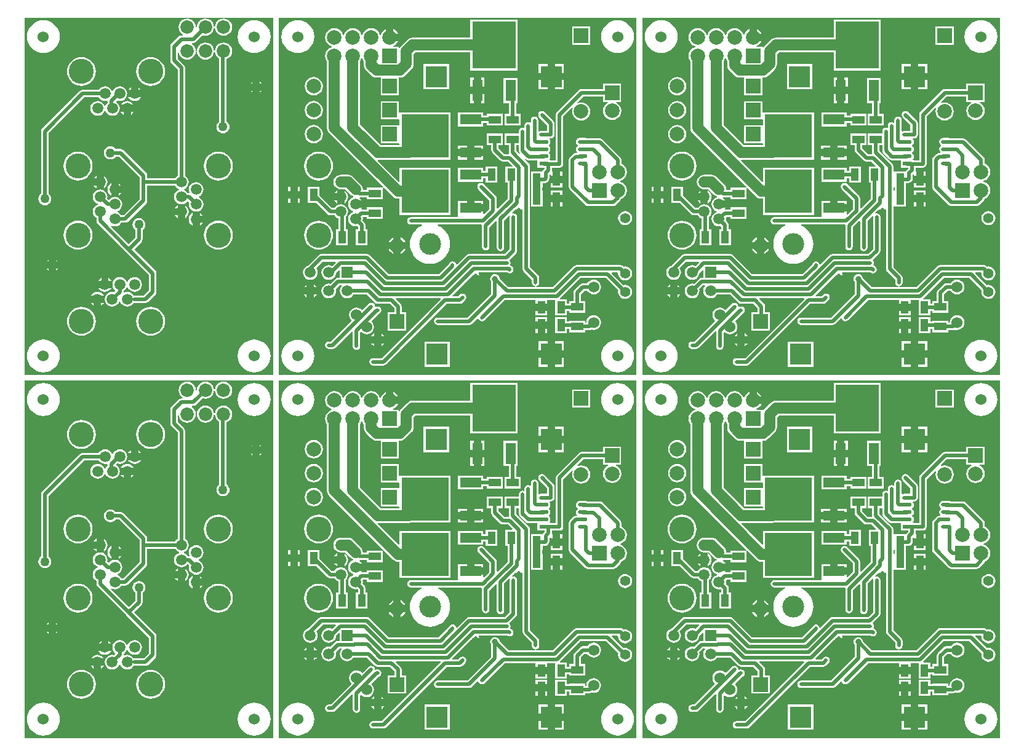
<source format=gbl>
%FSAX44Y44*%
%MOMM*%
G71*
G01*
G75*
G04 Layer_Physical_Order=2*
G04 Layer_Color=16711680*
%ADD10R,1.1000X1.7000*%
%ADD11R,1.7000X1.1000*%
%ADD12C,0.5080*%
%ADD13C,1.5000*%
%ADD14C,1.0000*%
%ADD15R,6.5000X6.0000*%
%ADD16R,3.0000X1.4000*%
%ADD17O,1.6500X0.5500*%
%ADD18O,0.5500X1.6500*%
%ADD19R,1.1000X1.4000*%
%ADD20O,0.6000X1.9000*%
%ADD21C,1.4000*%
%ADD22C,1.5240*%
%ADD23C,1.5000*%
%ADD24C,1.8500*%
%ADD25C,1.2700*%
%ADD26C,3.4500*%
%ADD27C,3.0000*%
%ADD28R,3.0000X3.0000*%
%ADD29C,2.0000*%
%ADD30R,2.0000X2.0000*%
%ADD31C,2.0000*%
%ADD32R,2.0000X2.0000*%
%ADD33R,2.0000X2.0000*%
%ADD34R,1.5000X1.5000*%
%ADD35R,2.0000X2.0000*%
%ADD36C,1.4000*%
%ADD37C,0.5000*%
%ADD38C,0.8000*%
%ADD39O,1.3000X0.5800*%
%ADD40R,1.3000X0.5800*%
%ADD41R,6.0000X6.5000*%
%ADD42R,1.4000X3.0000*%
%ADD43R,0.9960X2.2191*%
G36*
X00775385Y00747575D02*
Y00255345D01*
X00433155D01*
Y00747575D01*
X00775385D01*
D02*
G37*
%LPC*%
G36*
X00586984Y00329260D02*
X00587366Y00325381D01*
X00588498Y00321650D01*
X00590336Y00318212D01*
X00592809Y00315199D01*
X00595822Y00312726D01*
X00599260Y00310888D01*
X00602990Y00309756D01*
X00606870Y00309374D01*
X00610750Y00309756D01*
X00614480Y00310888D01*
X00617918Y00312726D01*
X00620931Y00315199D01*
X00623404Y00318212D01*
X00625242Y00321650D01*
X00626374Y00325381D01*
X00626756Y00329260D01*
X00626374Y00333139D01*
X00625242Y00336870D01*
X00623404Y00340308D01*
X00620931Y00343321D01*
X00617918Y00345794D01*
X00614480Y00347632D01*
X00610750Y00348764D01*
X00606870Y00349146D01*
X00602990Y00348764D01*
X00599260Y00347632D01*
X00595822Y00345794D01*
X00592809Y00343321D01*
X00590336Y00340308D01*
X00588498Y00336870D01*
X00587366Y00333139D01*
X00586984Y00329260D01*
D02*
G37*
G36*
Y00673430D02*
X00587366Y00669550D01*
X00588498Y00665820D01*
X00590336Y00662382D01*
X00592809Y00659369D01*
X00595822Y00656896D01*
X00599260Y00655058D01*
X00602990Y00653926D01*
X00606870Y00653544D01*
X00610750Y00653926D01*
X00614480Y00655058D01*
X00617918Y00656896D01*
X00620931Y00659369D01*
X00623404Y00662382D01*
X00625242Y00665820D01*
X00626374Y00669550D01*
X00626756Y00673430D01*
X00626374Y00677309D01*
X00625242Y00681040D01*
X00623404Y00684478D01*
X00620931Y00687491D01*
X00617918Y00689964D01*
X00614480Y00691802D01*
X00610750Y00692934D01*
X00606870Y00693316D01*
X00602990Y00692934D01*
X00599260Y00691802D01*
X00595822Y00689964D01*
X00592809Y00687491D01*
X00590336Y00684478D01*
X00588498Y00681040D01*
X00587366Y00677309D01*
X00586984Y00673430D01*
D02*
G37*
G36*
X00640414Y00485230D02*
X00644210D01*
Y00489026D01*
X00644147Y00489000D01*
X00642049Y00487391D01*
X00640440Y00485293D01*
X00640414Y00485230D01*
D02*
G37*
G36*
X00654210Y00489026D02*
Y00471434D01*
X00654273Y00471460D01*
X00656371Y00473069D01*
X00657980Y00475167D01*
X00658992Y00477609D01*
X00659337Y00480230D01*
X00658992Y00482851D01*
X00657980Y00485293D01*
X00656371Y00487391D01*
X00654273Y00489000D01*
X00654210Y00489026D01*
D02*
G37*
G36*
X00640414Y00475230D02*
X00640440Y00475167D01*
X00642049Y00473069D01*
X00644147Y00471460D01*
X00644210Y00471434D01*
Y00475230D01*
X00640414D01*
D02*
G37*
G36*
X00576074Y00637930D02*
X00576100Y00637867D01*
X00577709Y00635769D01*
X00579807Y00634160D01*
X00582249Y00633148D01*
X00584870Y00632803D01*
X00587491Y00633148D01*
X00589933Y00634160D01*
X00592031Y00635769D01*
X00593640Y00637867D01*
X00593666Y00637930D01*
X00584870D01*
X00576074D01*
D02*
G37*
G36*
Y00647930D02*
X00579870D01*
Y00651726D01*
X00579807Y00651700D01*
X00577709Y00650091D01*
X00576100Y00647993D01*
X00576074Y00647930D01*
D02*
G37*
G36*
X00565874Y00617630D02*
X00565900Y00617567D01*
X00567509Y00615469D01*
X00569607Y00613860D01*
X00569670Y00613834D01*
Y00617630D01*
X00565874D01*
D02*
G37*
G36*
Y00627630D02*
X00574670D01*
X00583466D01*
X00583440Y00627693D01*
X00581831Y00629791D01*
X00579733Y00631400D01*
X00577291Y00632412D01*
X00574670Y00632757D01*
X00572049Y00632412D01*
X00569607Y00631400D01*
X00567509Y00629791D01*
X00565900Y00627693D01*
X00565874Y00627630D01*
D02*
G37*
G36*
X00589870Y00651726D02*
Y00647930D01*
X00593666D01*
X00593640Y00647993D01*
X00592031Y00650091D01*
X00589933Y00651700D01*
X00589870Y00651726D01*
D02*
G37*
G36*
X00579670Y00617630D02*
Y00613834D01*
X00579733Y00613860D01*
X00581831Y00615469D01*
X00583440Y00617567D01*
X00583466Y00617630D01*
X00579670D01*
D02*
G37*
G36*
X00757080Y00659209D02*
Y00656840D01*
X00759449D01*
X00758420Y00658180D01*
X00757080Y00659209D01*
D02*
G37*
G36*
X00744711Y00646840D02*
X00745740Y00645500D01*
X00747080Y00644471D01*
Y00646840D01*
X00744711D01*
D02*
G37*
G36*
X00757080D02*
Y00644471D01*
X00758420Y00645500D01*
X00759449Y00646840D01*
X00757080D01*
D02*
G37*
G36*
X00726621Y00281460D02*
X00727056Y00277041D01*
X00728345Y00272793D01*
X00730438Y00268877D01*
X00733255Y00265445D01*
X00736687Y00262628D01*
X00740603Y00260535D01*
X00744851Y00259246D01*
X00749270Y00258811D01*
X00753689Y00259246D01*
X00757937Y00260535D01*
X00761853Y00262628D01*
X00765285Y00265445D01*
X00768102Y00268877D01*
X00770195Y00272793D01*
X00771484Y00277041D01*
X00771919Y00281460D01*
X00771484Y00285879D01*
X00770195Y00290127D01*
X00768102Y00294043D01*
X00765285Y00297475D01*
X00761853Y00300292D01*
X00757937Y00302385D01*
X00753689Y00303674D01*
X00749270Y00304109D01*
X00744851Y00303674D01*
X00740603Y00302385D01*
X00736687Y00300292D01*
X00733255Y00297475D01*
X00730438Y00294043D01*
X00728345Y00290127D01*
X00727056Y00285879D01*
X00726621Y00281460D01*
D02*
G37*
G36*
Y00721460D02*
X00727056Y00717041D01*
X00728345Y00712793D01*
X00730438Y00708877D01*
X00733255Y00705445D01*
X00736687Y00702628D01*
X00740603Y00700535D01*
X00744851Y00699246D01*
X00749270Y00698811D01*
X00753689Y00699246D01*
X00757937Y00700535D01*
X00761853Y00702628D01*
X00765285Y00705445D01*
X00768102Y00708877D01*
X00770195Y00712793D01*
X00771484Y00717041D01*
X00771919Y00721460D01*
X00771484Y00725879D01*
X00770195Y00730127D01*
X00768102Y00734043D01*
X00765285Y00737475D01*
X00761853Y00740292D01*
X00757937Y00742385D01*
X00753689Y00743674D01*
X00749270Y00744109D01*
X00744851Y00743674D01*
X00740603Y00742385D01*
X00736687Y00740292D01*
X00733255Y00737475D01*
X00730438Y00734043D01*
X00728345Y00730127D01*
X00727056Y00725879D01*
X00726621Y00721460D01*
D02*
G37*
G36*
X00744711Y00656840D02*
X00747080D01*
Y00659209D01*
X00745740Y00658180D01*
X00744711Y00656840D01*
D02*
G37*
G36*
X00674510Y00478826D02*
Y00475030D01*
X00678306D01*
X00678280Y00475093D01*
X00676671Y00477191D01*
X00674573Y00478800D01*
X00674510Y00478826D01*
D02*
G37*
G36*
X00659383Y00470030D02*
X00659728Y00467409D01*
X00660740Y00464967D01*
X00662349Y00462869D01*
X00664447Y00461260D01*
X00664510Y00461234D01*
Y00478826D01*
X00664447Y00478800D01*
X00662349Y00477191D01*
X00660740Y00475093D01*
X00659728Y00472651D01*
X00659383Y00470030D01*
D02*
G37*
G36*
X00674510Y00465030D02*
Y00461234D01*
X00674573Y00461260D01*
X00676671Y00462869D01*
X00678280Y00464967D01*
X00678306Y00465030D01*
X00674510D01*
D02*
G37*
G36*
X00680124Y00448030D02*
X00680506Y00444151D01*
X00681638Y00440420D01*
X00683476Y00436982D01*
X00685949Y00433969D01*
X00688962Y00431496D01*
X00692400Y00429658D01*
X00696131Y00428526D01*
X00700010Y00428144D01*
X00703889Y00428526D01*
X00707620Y00429658D01*
X00711058Y00431496D01*
X00714071Y00433969D01*
X00716544Y00436982D01*
X00718382Y00440420D01*
X00719514Y00444151D01*
X00719896Y00448030D01*
X00719514Y00451909D01*
X00718382Y00455640D01*
X00716544Y00459078D01*
X00714071Y00462091D01*
X00711058Y00464564D01*
X00707620Y00466402D01*
X00703889Y00467534D01*
X00700010Y00467916D01*
X00696131Y00467534D01*
X00692400Y00466402D01*
X00688962Y00464564D01*
X00685949Y00462091D01*
X00683476Y00459078D01*
X00681638Y00455640D01*
X00680506Y00451909D01*
X00680124Y00448030D01*
D02*
G37*
G36*
Y00543230D02*
X00680506Y00539351D01*
X00681638Y00535620D01*
X00683476Y00532182D01*
X00685949Y00529169D01*
X00688962Y00526696D01*
X00692400Y00524858D01*
X00696131Y00523726D01*
X00700010Y00523344D01*
X00703889Y00523726D01*
X00707620Y00524858D01*
X00711058Y00526696D01*
X00714071Y00529169D01*
X00716544Y00532182D01*
X00718382Y00535620D01*
X00719514Y00539351D01*
X00719896Y00543230D01*
X00719514Y00547109D01*
X00718382Y00550840D01*
X00716544Y00554278D01*
X00714071Y00557291D01*
X00711058Y00559764D01*
X00707620Y00561602D01*
X00703889Y00562734D01*
X00700010Y00563116D01*
X00696131Y00562734D01*
X00692400Y00561602D01*
X00688962Y00559764D01*
X00685949Y00557291D01*
X00683476Y00554278D01*
X00681638Y00550840D01*
X00680506Y00547109D01*
X00680124Y00543230D01*
D02*
G37*
G36*
X00562770Y00506030D02*
Y00502234D01*
X00562833Y00502260D01*
X00564931Y00503869D01*
X00566540Y00505967D01*
X00566566Y00506030D01*
X00562770D01*
D02*
G37*
G36*
X00487084Y00448030D02*
X00487466Y00444151D01*
X00488598Y00440420D01*
X00490436Y00436982D01*
X00492909Y00433969D01*
X00495922Y00431496D01*
X00499360Y00429658D01*
X00503091Y00428526D01*
X00506970Y00428144D01*
X00510849Y00428526D01*
X00514580Y00429658D01*
X00518018Y00431496D01*
X00521031Y00433969D01*
X00523504Y00436982D01*
X00525342Y00440420D01*
X00526474Y00444151D01*
X00526856Y00448030D01*
X00526474Y00451909D01*
X00525342Y00455640D01*
X00523504Y00459078D01*
X00521031Y00462091D01*
X00518018Y00464564D01*
X00514580Y00466402D01*
X00510849Y00467534D01*
X00506970Y00467916D01*
X00503091Y00467534D01*
X00499360Y00466402D01*
X00495922Y00464564D01*
X00492909Y00462091D01*
X00490436Y00459078D01*
X00488598Y00455640D01*
X00487466Y00451909D01*
X00487084Y00448030D01*
D02*
G37*
G36*
Y00543230D02*
X00487466Y00539351D01*
X00488598Y00535620D01*
X00490436Y00532182D01*
X00492909Y00529169D01*
X00495922Y00526696D01*
X00499360Y00524858D01*
X00503091Y00523726D01*
X00506970Y00523344D01*
X00510849Y00523726D01*
X00514580Y00524858D01*
X00518018Y00526696D01*
X00521031Y00529169D01*
X00523504Y00532182D01*
X00525342Y00535620D01*
X00526474Y00539351D01*
X00526856Y00543230D01*
X00526474Y00547109D01*
X00525342Y00550840D01*
X00523504Y00554278D01*
X00521031Y00557291D01*
X00518018Y00559764D01*
X00514580Y00561602D01*
X00510849Y00562734D01*
X00506970Y00563116D01*
X00503091Y00562734D01*
X00499360Y00561602D01*
X00495922Y00559764D01*
X00492909Y00557291D01*
X00490436Y00554278D01*
X00488598Y00550840D01*
X00487466Y00547109D01*
X00487084Y00543230D01*
D02*
G37*
G36*
X00524874Y00354760D02*
X00524900Y00354697D01*
X00526509Y00352599D01*
X00528607Y00350990D01*
X00528670Y00350964D01*
Y00354760D01*
X00524874D01*
D02*
G37*
G36*
X00491784Y00329260D02*
X00492166Y00325381D01*
X00493298Y00321650D01*
X00495136Y00318212D01*
X00497609Y00315199D01*
X00500622Y00312726D01*
X00504060Y00310888D01*
X00507790Y00309756D01*
X00511670Y00309374D01*
X00515550Y00309756D01*
X00519280Y00310888D01*
X00522718Y00312726D01*
X00525731Y00315199D01*
X00528204Y00318212D01*
X00530042Y00321650D01*
X00531174Y00325381D01*
X00531556Y00329260D01*
X00531174Y00333139D01*
X00530042Y00336870D01*
X00528204Y00340308D01*
X00525731Y00343321D01*
X00522718Y00345794D01*
X00519280Y00347632D01*
X00515550Y00348764D01*
X00511670Y00349146D01*
X00507790Y00348764D01*
X00504060Y00347632D01*
X00500622Y00345794D01*
X00497609Y00343321D01*
X00495136Y00340308D01*
X00493298Y00336870D01*
X00492166Y00333139D01*
X00491784Y00329260D01*
D02*
G37*
G36*
Y00673430D02*
X00492166Y00669550D01*
X00493298Y00665820D01*
X00495136Y00662382D01*
X00497609Y00659369D01*
X00500622Y00656896D01*
X00504060Y00655058D01*
X00507790Y00653926D01*
X00511670Y00653544D01*
X00515550Y00653926D01*
X00519280Y00655058D01*
X00522718Y00656896D01*
X00525731Y00659369D01*
X00528204Y00662382D01*
X00530042Y00665820D01*
X00531174Y00669550D01*
X00531556Y00673430D01*
X00531174Y00677309D01*
X00530042Y00681040D01*
X00528204Y00684478D01*
X00525731Y00687491D01*
X00522718Y00689964D01*
X00519280Y00691802D01*
X00515550Y00692934D01*
X00511670Y00693316D01*
X00507790Y00692934D01*
X00504060Y00691802D01*
X00500622Y00689964D01*
X00497609Y00687491D01*
X00495136Y00684478D01*
X00493298Y00681040D01*
X00492166Y00677309D01*
X00491784Y00673430D01*
D02*
G37*
G36*
X00436621Y00281460D02*
X00437056Y00277041D01*
X00438345Y00272793D01*
X00440438Y00268877D01*
X00443255Y00265445D01*
X00446687Y00262628D01*
X00450603Y00260535D01*
X00454851Y00259246D01*
X00459270Y00258811D01*
X00463689Y00259246D01*
X00467937Y00260535D01*
X00471853Y00262628D01*
X00475285Y00265445D01*
X00478102Y00268877D01*
X00480195Y00272793D01*
X00481484Y00277041D01*
X00481919Y00281460D01*
X00481484Y00285879D01*
X00480195Y00290127D01*
X00478102Y00294043D01*
X00475285Y00297475D01*
X00471853Y00300292D01*
X00467937Y00302385D01*
X00463689Y00303674D01*
X00459270Y00304109D01*
X00454851Y00303674D01*
X00450603Y00302385D01*
X00446687Y00300292D01*
X00443255Y00297475D01*
X00440438Y00294043D01*
X00438345Y00290127D01*
X00437056Y00285879D01*
X00436621Y00281460D01*
D02*
G37*
G36*
X00464041Y00401730D02*
X00465070Y00400390D01*
X00466410Y00399361D01*
Y00401730D01*
X00464041D01*
D02*
G37*
G36*
Y00411730D02*
X00466410D01*
Y00414099D01*
X00465070Y00413070D01*
X00464041Y00411730D01*
D02*
G37*
G36*
X00476410Y00414099D02*
Y00411730D01*
X00478779D01*
X00477750Y00413070D01*
X00476410Y00414099D01*
D02*
G37*
G36*
X00436621Y00721460D02*
X00437056Y00717041D01*
X00438345Y00712793D01*
X00440438Y00708877D01*
X00443255Y00705445D01*
X00446687Y00702628D01*
X00450603Y00700535D01*
X00454851Y00699246D01*
X00459270Y00698811D01*
X00463689Y00699246D01*
X00467937Y00700535D01*
X00471853Y00702628D01*
X00475285Y00705445D01*
X00478102Y00708877D01*
X00480195Y00712793D01*
X00481484Y00717041D01*
X00481919Y00721460D01*
X00481484Y00725879D01*
X00480195Y00730127D01*
X00478102Y00734043D01*
X00475285Y00737475D01*
X00471853Y00740292D01*
X00467937Y00742385D01*
X00463689Y00743674D01*
X00459270Y00744109D01*
X00454851Y00743674D01*
X00450603Y00742385D01*
X00446687Y00740292D01*
X00443255Y00737475D01*
X00440438Y00734043D01*
X00438345Y00730127D01*
X00437056Y00725879D01*
X00436621Y00721460D01*
D02*
G37*
G36*
X00476410Y00401730D02*
Y00399361D01*
X00477750Y00400390D01*
X00478779Y00401730D01*
X00476410D01*
D02*
G37*
G36*
X00528674Y00526230D02*
X00532470D01*
Y00530026D01*
X00532407Y00530000D01*
X00530309Y00528391D01*
X00528700Y00526293D01*
X00528674Y00526230D01*
D02*
G37*
G36*
X00548870Y00388856D02*
Y00385060D01*
X00552666D01*
X00552640Y00385123D01*
X00551031Y00387221D01*
X00548933Y00388830D01*
X00548870Y00388856D01*
D02*
G37*
G36*
X00542470Y00530026D02*
Y00512434D01*
X00542533Y00512460D01*
X00544631Y00514069D01*
X00546240Y00516167D01*
X00547252Y00518609D01*
X00547597Y00521230D01*
X00547252Y00523851D01*
X00546240Y00526293D01*
X00544631Y00528391D01*
X00542533Y00530000D01*
X00542470Y00530026D01*
D02*
G37*
G36*
X00535074Y00375060D02*
X00535100Y00374997D01*
X00536709Y00372899D01*
X00538807Y00371290D01*
X00541249Y00370278D01*
X00543870Y00369933D01*
X00546491Y00370278D01*
X00548933Y00371290D01*
X00551031Y00372899D01*
X00552640Y00374997D01*
X00552666Y00375060D01*
X00543870D01*
X00535074D01*
D02*
G37*
G36*
X00562770Y00519826D02*
Y00516030D01*
X00566566D01*
X00566540Y00516093D01*
X00564931Y00518191D01*
X00562833Y00519800D01*
X00562770Y00519826D01*
D02*
G37*
G36*
X00547643Y00511030D02*
X00547988Y00508409D01*
X00549000Y00505967D01*
X00550609Y00503869D01*
X00552707Y00502260D01*
X00552770Y00502234D01*
Y00519826D01*
X00552707Y00519800D01*
X00550609Y00518191D01*
X00549000Y00516093D01*
X00547988Y00513651D01*
X00547643Y00511030D01*
D02*
G37*
G36*
X00452283Y00498170D02*
X00452589Y00495849D01*
X00453485Y00493687D01*
X00454910Y00491830D01*
X00456767Y00490405D01*
X00458929Y00489509D01*
X00461250Y00489203D01*
X00463571Y00489509D01*
X00465733Y00490405D01*
X00467590Y00491830D01*
X00469015Y00493687D01*
X00469911Y00495849D01*
X00470217Y00498170D01*
X00469911Y00500491D01*
X00469015Y00502653D01*
X00467590Y00504510D01*
X00466429Y00505401D01*
Y00588735D01*
X00515446Y00637751D01*
X00535389D01*
X00536909Y00635769D01*
X00539007Y00634160D01*
X00541449Y00633148D01*
X00544070Y00632803D01*
X00546636Y00633141D01*
X00546727Y00633061D01*
X00547590Y00630977D01*
Y00630160D01*
X00547109Y00629791D01*
X00545500Y00627693D01*
X00544705Y00625774D01*
X00543435D01*
X00542640Y00627693D01*
X00541031Y00629791D01*
X00538933Y00631400D01*
X00536491Y00632412D01*
X00533870Y00632757D01*
X00531249Y00632412D01*
X00528807Y00631400D01*
X00526709Y00629791D01*
X00525100Y00627693D01*
X00524088Y00625251D01*
X00523743Y00622630D01*
X00524088Y00620009D01*
X00525100Y00617567D01*
X00526709Y00615469D01*
X00528807Y00613860D01*
X00531249Y00612848D01*
X00533870Y00612503D01*
X00536491Y00612848D01*
X00538933Y00613860D01*
X00541031Y00615469D01*
X00542640Y00617567D01*
X00543435Y00619486D01*
X00544705D01*
X00545500Y00617567D01*
X00547109Y00615469D01*
X00549207Y00613860D01*
X00551649Y00612848D01*
X00554270Y00612503D01*
X00556891Y00612848D01*
X00559333Y00613860D01*
X00561431Y00615469D01*
X00563040Y00617567D01*
X00563835Y00619486D01*
X00563836D01*
X00564052Y00620009D01*
X00564397Y00622630D01*
X00564052Y00625251D01*
X00563836Y00625774D01*
X00563835D01*
X00563040Y00627693D01*
X00561431Y00629791D01*
X00559776Y00631060D01*
X00559693Y00632328D01*
X00560905Y00633540D01*
X00561849Y00633148D01*
X00564470Y00632803D01*
X00567091Y00633148D01*
X00569533Y00634160D01*
X00571631Y00635769D01*
X00573240Y00637867D01*
X00574035Y00639786D01*
X00574035D01*
X00574252Y00640309D01*
X00574597Y00642930D01*
X00574252Y00645551D01*
X00574035Y00646074D01*
X00574035D01*
X00573240Y00647993D01*
X00571631Y00650091D01*
X00569533Y00651700D01*
X00567091Y00652712D01*
X00564470Y00653057D01*
X00561849Y00652712D01*
X00559407Y00651700D01*
X00557309Y00650091D01*
X00555700Y00647993D01*
X00554905Y00646074D01*
X00553635D01*
X00552840Y00647993D01*
X00551231Y00650091D01*
X00549133Y00651700D01*
X00546691Y00652712D01*
X00544070Y00653057D01*
X00541449Y00652712D01*
X00539007Y00651700D01*
X00536909Y00650091D01*
X00535389Y00648110D01*
X00513300D01*
X00511318Y00647715D01*
X00509637Y00646592D01*
X00457588Y00594543D01*
X00456465Y00592862D01*
X00456071Y00590880D01*
Y00505401D01*
X00454910Y00504510D01*
X00453485Y00502653D01*
X00452589Y00500491D01*
X00452283Y00498170D01*
D02*
G37*
G36*
X00527343Y00500830D02*
X00527688Y00498209D01*
X00528700Y00495767D01*
X00530309Y00493669D01*
X00532407Y00492060D01*
X00534326Y00491265D01*
Y00489995D01*
X00532407Y00489200D01*
X00530309Y00487591D01*
X00528700Y00485493D01*
X00527688Y00483051D01*
X00527343Y00480430D01*
X00527688Y00477809D01*
X00528700Y00475367D01*
X00530309Y00473269D01*
X00532290Y00471749D01*
Y00467670D01*
X00532685Y00465688D01*
X00533807Y00464007D01*
X00573158Y00424658D01*
X00604660Y00393155D01*
Y00372045D01*
X00597555Y00364939D01*
X00584400D01*
X00583284Y00364717D01*
X00583240Y00364823D01*
X00581631Y00366921D01*
X00579533Y00368530D01*
X00577091Y00369542D01*
X00574470Y00369887D01*
X00571849Y00369542D01*
X00570388Y00368936D01*
X00569406Y00369742D01*
X00569450Y00369960D01*
Y00371379D01*
X00571431Y00372899D01*
X00573040Y00374997D01*
X00573835Y00376916D01*
X00575105D01*
X00575900Y00374997D01*
X00577509Y00372899D01*
X00579607Y00371290D01*
X00582049Y00370278D01*
X00584670Y00369933D01*
X00587291Y00370278D01*
X00589733Y00371290D01*
X00591831Y00372899D01*
X00593440Y00374997D01*
X00594452Y00377439D01*
X00594797Y00380060D01*
X00594452Y00382681D01*
X00593440Y00385123D01*
X00591831Y00387221D01*
X00589733Y00388830D01*
X00587291Y00389842D01*
X00584670Y00390187D01*
X00582049Y00389842D01*
X00579607Y00388830D01*
X00577509Y00387221D01*
X00575900Y00385123D01*
X00575105Y00383204D01*
X00573835D01*
X00573040Y00385123D01*
X00571431Y00387221D01*
X00569333Y00388830D01*
X00566891Y00389842D01*
X00564270Y00390187D01*
X00561649Y00389842D01*
X00559207Y00388830D01*
X00557109Y00387221D01*
X00555500Y00385123D01*
X00554705Y00383204D01*
X00554705D01*
X00554488Y00382681D01*
X00554143Y00380060D01*
X00554488Y00377439D01*
X00554705Y00376916D01*
X00554705D01*
X00555500Y00374997D01*
X00557109Y00372899D01*
X00557915Y00372281D01*
X00557999Y00371013D01*
X00556546Y00369561D01*
X00554070Y00369887D01*
X00551449Y00369542D01*
X00549007Y00368530D01*
X00546909Y00366921D01*
X00545300Y00364823D01*
X00544505Y00362904D01*
X00544505D01*
X00544288Y00362381D01*
X00543943Y00359760D01*
X00544288Y00357139D01*
X00544505Y00356616D01*
X00544505D01*
X00545300Y00354697D01*
X00546909Y00352599D01*
X00549007Y00350990D01*
X00551449Y00349978D01*
X00554070Y00349633D01*
X00556691Y00349978D01*
X00559133Y00350990D01*
X00561231Y00352599D01*
X00562840Y00354697D01*
X00563635Y00356616D01*
X00564905D01*
X00565700Y00354697D01*
X00567309Y00352599D01*
X00569407Y00350990D01*
X00571849Y00349978D01*
X00574470Y00349633D01*
X00577091Y00349978D01*
X00579533Y00350990D01*
X00581631Y00352599D01*
X00583240Y00354697D01*
X00583284Y00354803D01*
X00584400Y00354580D01*
X00599700D01*
X00599700Y00354580D01*
Y00354580D01*
X00601682Y00354975D01*
X00603363Y00356097D01*
X00613502Y00366237D01*
X00613503Y00366237D01*
X00614175Y00367245D01*
X00614625Y00367918D01*
X00615019Y00369900D01*
Y00395300D01*
X00614625Y00397282D01*
X00613503Y00398963D01*
X00613503Y00398963D01*
X00613503Y00398963D01*
X00584145Y00428320D01*
X00594452Y00438628D01*
X00594453Y00438628D01*
X00595126Y00439635D01*
X00595575Y00440308D01*
X00595970Y00442290D01*
Y00455379D01*
X00597130Y00456270D01*
X00598555Y00458127D01*
X00599451Y00460289D01*
X00599757Y00462610D01*
X00599451Y00464931D01*
X00598555Y00467093D01*
X00597130Y00468950D01*
X00595273Y00470375D01*
X00593111Y00471271D01*
X00590790Y00471577D01*
X00588469Y00471271D01*
X00586307Y00470375D01*
X00584450Y00468950D01*
X00583025Y00467093D01*
X00582129Y00464931D01*
X00581823Y00462610D01*
X00582129Y00460289D01*
X00583025Y00458127D01*
X00584450Y00456270D01*
X00585611Y00455379D01*
Y00444435D01*
X00576820Y00435645D01*
X00552103Y00460362D01*
X00552809Y00461418D01*
X00555149Y00460448D01*
X00557770Y00460103D01*
X00560391Y00460448D01*
X00562833Y00461460D01*
X00564931Y00463069D01*
X00566451Y00465051D01*
X00571740D01*
X00571740Y00465051D01*
Y00465051D01*
X00573722Y00465445D01*
X00575402Y00466567D01*
X00600802Y00491968D01*
X00600802Y00491968D01*
X00601925Y00493648D01*
X00601925Y00493648D01*
X00601925Y00493648D01*
D01*
X00601925Y00493648D01*
X00601925Y00493648D01*
X00602319Y00495630D01*
X00602319Y00495630D01*
Y00515850D01*
X00640529D01*
X00642049Y00513869D01*
X00644147Y00512260D01*
X00646066Y00511465D01*
Y00510195D01*
X00644147Y00509400D01*
X00642049Y00507791D01*
X00640440Y00505693D01*
X00639428Y00503251D01*
X00639083Y00500630D01*
X00639428Y00498009D01*
X00640440Y00495567D01*
X00642049Y00493469D01*
X00644147Y00491860D01*
X00646066Y00491065D01*
Y00491064D01*
X00646589Y00490848D01*
X00649210Y00490503D01*
X00651831Y00490848D01*
X00652354Y00491064D01*
Y00491065D01*
X00654273Y00491860D01*
X00656371Y00493469D01*
X00656989Y00494276D01*
X00658257Y00494359D01*
X00659709Y00492906D01*
X00659383Y00490430D01*
X00659728Y00487809D01*
X00660740Y00485367D01*
X00662349Y00483269D01*
X00664447Y00481660D01*
X00666366Y00480865D01*
Y00480864D01*
X00666889Y00480648D01*
X00669510Y00480303D01*
X00672131Y00480648D01*
X00672654Y00480864D01*
Y00480865D01*
X00674573Y00481660D01*
X00676671Y00483269D01*
X00678280Y00485367D01*
X00679292Y00487809D01*
X00679637Y00490430D01*
X00679292Y00493051D01*
X00678280Y00495493D01*
X00676671Y00497591D01*
X00674573Y00499200D01*
X00672654Y00499995D01*
Y00501265D01*
X00674573Y00502060D01*
X00676671Y00503669D01*
X00678280Y00505767D01*
X00679292Y00508209D01*
X00679637Y00510830D01*
X00679292Y00513451D01*
X00678280Y00515893D01*
X00676671Y00517991D01*
X00674573Y00519600D01*
X00672131Y00520612D01*
X00669510Y00520957D01*
X00666889Y00520612D01*
X00664447Y00519600D01*
X00662349Y00517991D01*
X00660740Y00515893D01*
X00659728Y00513451D01*
X00659383Y00510830D01*
X00659728Y00508209D01*
X00660334Y00506748D01*
X00659528Y00505766D01*
X00659310Y00505810D01*
X00659310Y00505810D01*
X00659310Y00505810D01*
X00659310D01*
X00657891D01*
X00656371Y00507791D01*
X00654273Y00509400D01*
X00652354Y00510195D01*
Y00511465D01*
X00654273Y00512260D01*
X00656371Y00513869D01*
X00657980Y00515967D01*
X00658992Y00518409D01*
X00659337Y00521030D01*
X00658992Y00523651D01*
X00657980Y00526093D01*
X00656371Y00528191D01*
X00654389Y00529711D01*
Y00678510D01*
X00653995Y00680492D01*
X00652872Y00682172D01*
X00652872Y00682172D01*
X00652872Y00682172D01*
X00644230Y00690815D01*
Y00700093D01*
X00645497Y00700176D01*
X00645743Y00698302D01*
X00646932Y00695434D01*
X00648821Y00692971D01*
X00651284Y00691081D01*
X00654152Y00689893D01*
X00657230Y00689488D01*
X00660308Y00689893D01*
X00663176Y00691081D01*
X00665639Y00692971D01*
X00667529Y00695434D01*
X00668717Y00698302D01*
X00669095Y00701177D01*
X00670365D01*
X00670743Y00698302D01*
X00671932Y00695434D01*
X00673821Y00692971D01*
X00676284Y00691081D01*
X00679152Y00689893D01*
X00682230Y00689488D01*
X00685308Y00689893D01*
X00688176Y00691081D01*
X00690639Y00692971D01*
X00692529Y00695434D01*
X00693717Y00698302D01*
X00694095Y00701177D01*
X00695365D01*
X00695743Y00698302D01*
X00696932Y00695434D01*
X00698821Y00692971D01*
X00701180Y00691161D01*
Y00604461D01*
X00700020Y00603570D01*
X00698595Y00601713D01*
X00697699Y00599551D01*
X00697393Y00597230D01*
X00697699Y00594909D01*
X00698595Y00592747D01*
X00700020Y00590890D01*
X00701877Y00589465D01*
X00704039Y00588569D01*
X00706360Y00588263D01*
X00708681Y00588569D01*
X00710843Y00589465D01*
X00712700Y00590890D01*
X00714125Y00592747D01*
X00715021Y00594909D01*
X00715327Y00597230D01*
X00715021Y00599551D01*
X00714125Y00601713D01*
X00712700Y00603570D01*
X00711540Y00604461D01*
Y00690404D01*
X00713176Y00691081D01*
X00715639Y00692971D01*
X00717529Y00695434D01*
X00718717Y00698302D01*
X00719122Y00701380D01*
X00718717Y00704458D01*
X00717529Y00707326D01*
X00715639Y00709789D01*
X00713176Y00711678D01*
X00710308Y00712867D01*
X00707230Y00713272D01*
X00704152Y00712867D01*
X00701284Y00711678D01*
X00698821Y00709789D01*
X00696932Y00707326D01*
X00695743Y00704458D01*
X00695365Y00701583D01*
X00694095D01*
X00693717Y00704458D01*
X00692529Y00707326D01*
X00690639Y00709789D01*
X00688176Y00711678D01*
X00685308Y00712867D01*
X00682230Y00713272D01*
X00679152Y00712867D01*
X00676284Y00711678D01*
X00673821Y00709789D01*
X00671932Y00707326D01*
X00670743Y00704458D01*
X00670365Y00701583D01*
X00669095D01*
X00668717Y00704458D01*
X00667529Y00707326D01*
X00665639Y00709789D01*
X00663411Y00711498D01*
X00663820Y00712701D01*
X00665730D01*
X00665730Y00712701D01*
Y00712701D01*
X00667712Y00713095D01*
X00669392Y00714218D01*
X00678386Y00723211D01*
X00679152Y00722894D01*
X00682230Y00722488D01*
X00685308Y00722894D01*
X00688176Y00724081D01*
X00690639Y00725971D01*
X00692529Y00728434D01*
X00693717Y00731302D01*
X00694095Y00734177D01*
X00695365D01*
X00695743Y00731302D01*
X00696932Y00728434D01*
X00698821Y00725971D01*
X00701284Y00724081D01*
X00704152Y00722894D01*
X00707230Y00722488D01*
X00710308Y00722894D01*
X00713176Y00724081D01*
X00715639Y00725971D01*
X00717529Y00728434D01*
X00718717Y00731302D01*
X00719122Y00734380D01*
X00718717Y00737458D01*
X00717529Y00740326D01*
X00715639Y00742789D01*
X00713176Y00744678D01*
X00710308Y00745866D01*
X00707230Y00746272D01*
X00704152Y00745866D01*
X00701284Y00744678D01*
X00698821Y00742789D01*
X00696932Y00740326D01*
X00695743Y00737458D01*
X00695365Y00734583D01*
X00694095D01*
X00693717Y00737458D01*
X00692529Y00740326D01*
X00690639Y00742789D01*
X00688176Y00744678D01*
X00685308Y00745866D01*
X00682230Y00746272D01*
X00679152Y00745866D01*
X00676284Y00744678D01*
X00673821Y00742789D01*
X00671932Y00740326D01*
X00670743Y00737458D01*
X00670365Y00734583D01*
X00669095D01*
X00668717Y00737458D01*
X00667529Y00740326D01*
X00665639Y00742789D01*
X00663176Y00744678D01*
X00660308Y00745866D01*
X00657230Y00746272D01*
X00654152Y00745866D01*
X00651284Y00744678D01*
X00648821Y00742789D01*
X00646932Y00740326D01*
X00645743Y00737458D01*
X00645338Y00734380D01*
X00645743Y00731302D01*
X00646932Y00728434D01*
X00648821Y00725971D01*
X00651049Y00724262D01*
X00650640Y00723059D01*
X00649210D01*
X00647228Y00722665D01*
X00645547Y00721543D01*
X00635387Y00711383D01*
X00634265Y00709702D01*
X00633871Y00707720D01*
Y00688670D01*
X00634265Y00686688D01*
X00635387Y00685007D01*
X00644031Y00676365D01*
Y00529711D01*
X00642049Y00528191D01*
X00640529Y00526209D01*
X00602319D01*
Y00529920D01*
X00601925Y00531902D01*
X00600802Y00533582D01*
X00569292Y00565092D01*
X00569292Y00565093D01*
X00568285Y00565765D01*
X00567612Y00566215D01*
X00565630Y00566609D01*
X00558651D01*
X00557760Y00567770D01*
X00555903Y00569195D01*
X00553741Y00570091D01*
X00551420Y00570397D01*
X00549099Y00570091D01*
X00546937Y00569195D01*
X00545080Y00567770D01*
X00543655Y00565913D01*
X00542759Y00563751D01*
X00542453Y00561430D01*
X00542759Y00559109D01*
X00543655Y00556947D01*
X00545080Y00555090D01*
X00546937Y00553665D01*
X00549099Y00552769D01*
X00551420Y00552463D01*
X00553741Y00552769D01*
X00555903Y00553665D01*
X00557760Y00555090D01*
X00558651Y00556250D01*
X00563485D01*
X00591960Y00527775D01*
Y00497775D01*
X00569595Y00475410D01*
X00566451D01*
X00564931Y00477391D01*
X00562833Y00479000D01*
X00560914Y00479795D01*
Y00481065D01*
X00562833Y00481860D01*
X00564931Y00483469D01*
X00566540Y00485567D01*
X00567552Y00488009D01*
X00567897Y00490630D01*
X00567552Y00493251D01*
X00566540Y00495693D01*
X00564931Y00497791D01*
X00562833Y00499400D01*
X00560914Y00500195D01*
Y00500196D01*
X00560391Y00500412D01*
X00557770Y00500757D01*
X00555149Y00500412D01*
X00554626Y00500196D01*
Y00500195D01*
X00552707Y00499400D01*
X00550609Y00497791D01*
X00549991Y00496984D01*
X00548723Y00496901D01*
X00547271Y00498354D01*
X00547597Y00500830D01*
X00547252Y00503451D01*
X00546240Y00505893D01*
X00544631Y00507991D01*
X00542533Y00509600D01*
X00540614Y00510395D01*
Y00510396D01*
X00540091Y00510612D01*
X00537470Y00510957D01*
X00534849Y00510612D01*
X00534326Y00510396D01*
Y00510395D01*
X00532407Y00509600D01*
X00530309Y00507991D01*
X00528700Y00505893D01*
X00527688Y00503451D01*
X00527343Y00500830D01*
D02*
G37*
G36*
X00528674Y00516230D02*
X00528700Y00516167D01*
X00530309Y00514069D01*
X00532407Y00512460D01*
X00532470Y00512434D01*
Y00516230D01*
X00528674D01*
D02*
G37*
G36*
X00535074Y00385060D02*
X00538870D01*
Y00388856D01*
X00538807Y00388830D01*
X00536709Y00387221D01*
X00535100Y00385123D01*
X00535074Y00385060D01*
D02*
G37*
G36*
X00538670Y00354760D02*
Y00350964D01*
X00538733Y00350990D01*
X00540831Y00352599D01*
X00542440Y00354697D01*
X00542466Y00354760D01*
X00538670D01*
D02*
G37*
G36*
X00524874Y00364760D02*
X00533670D01*
X00542466D01*
X00542440Y00364823D01*
X00540831Y00366921D01*
X00538733Y00368530D01*
X00536291Y00369542D01*
X00533670Y00369887D01*
X00531049Y00369542D01*
X00528607Y00368530D01*
X00526509Y00366921D01*
X00524900Y00364823D01*
X00524874Y00364760D01*
D02*
G37*
%LPD*%
G36*
X00775385Y01247575D02*
Y00755345D01*
X00433155D01*
Y01247575D01*
X00775385D01*
D02*
G37*
%LPC*%
G36*
X00586984Y00829260D02*
X00587366Y00825380D01*
X00588498Y00821650D01*
X00590336Y00818212D01*
X00592809Y00815199D01*
X00595822Y00812726D01*
X00599260Y00810888D01*
X00602990Y00809756D01*
X00606870Y00809374D01*
X00610750Y00809756D01*
X00614480Y00810888D01*
X00617918Y00812726D01*
X00620931Y00815199D01*
X00623404Y00818212D01*
X00625242Y00821650D01*
X00626374Y00825380D01*
X00626756Y00829260D01*
X00626374Y00833139D01*
X00625242Y00836870D01*
X00623404Y00840308D01*
X00620931Y00843321D01*
X00617918Y00845794D01*
X00614480Y00847632D01*
X00610750Y00848764D01*
X00606870Y00849146D01*
X00602990Y00848764D01*
X00599260Y00847632D01*
X00595822Y00845794D01*
X00592809Y00843321D01*
X00590336Y00840308D01*
X00588498Y00836870D01*
X00587366Y00833139D01*
X00586984Y00829260D01*
D02*
G37*
G36*
Y01173430D02*
X00587366Y01169550D01*
X00588498Y01165820D01*
X00590336Y01162382D01*
X00592809Y01159369D01*
X00595822Y01156896D01*
X00599260Y01155058D01*
X00602990Y01153926D01*
X00606870Y01153544D01*
X00610750Y01153926D01*
X00614480Y01155058D01*
X00617918Y01156896D01*
X00620931Y01159369D01*
X00623404Y01162382D01*
X00625242Y01165820D01*
X00626374Y01169550D01*
X00626756Y01173430D01*
X00626374Y01177309D01*
X00625242Y01181040D01*
X00623404Y01184478D01*
X00620931Y01187491D01*
X00617918Y01189964D01*
X00614480Y01191802D01*
X00610750Y01192934D01*
X00606870Y01193316D01*
X00602990Y01192934D01*
X00599260Y01191802D01*
X00595822Y01189964D01*
X00592809Y01187491D01*
X00590336Y01184478D01*
X00588498Y01181040D01*
X00587366Y01177309D01*
X00586984Y01173430D01*
D02*
G37*
G36*
X00640414Y00985230D02*
X00644210D01*
Y00989026D01*
X00644147Y00989000D01*
X00642049Y00987391D01*
X00640440Y00985293D01*
X00640414Y00985230D01*
D02*
G37*
G36*
X00654210Y00989026D02*
Y00971434D01*
X00654273Y00971460D01*
X00656371Y00973069D01*
X00657980Y00975167D01*
X00658992Y00977609D01*
X00659337Y00980230D01*
X00658992Y00982851D01*
X00657980Y00985293D01*
X00656371Y00987391D01*
X00654273Y00989000D01*
X00654210Y00989026D01*
D02*
G37*
G36*
X00640414Y00975230D02*
X00640440Y00975167D01*
X00642049Y00973069D01*
X00644147Y00971460D01*
X00644210Y00971434D01*
Y00975230D01*
X00640414D01*
D02*
G37*
G36*
X00576074Y01137930D02*
X00576100Y01137867D01*
X00577709Y01135769D01*
X00579807Y01134160D01*
X00582249Y01133148D01*
X00584870Y01132803D01*
X00587491Y01133148D01*
X00589933Y01134160D01*
X00592031Y01135769D01*
X00593640Y01137867D01*
X00593666Y01137930D01*
X00584870D01*
X00576074D01*
D02*
G37*
G36*
Y01147930D02*
X00579870D01*
Y01151726D01*
X00579807Y01151700D01*
X00577709Y01150091D01*
X00576100Y01147993D01*
X00576074Y01147930D01*
D02*
G37*
G36*
X00565874Y01117630D02*
X00565900Y01117567D01*
X00567509Y01115469D01*
X00569607Y01113860D01*
X00569670Y01113834D01*
Y01117630D01*
X00565874D01*
D02*
G37*
G36*
Y01127630D02*
X00574670D01*
X00583466D01*
X00583440Y01127693D01*
X00581831Y01129791D01*
X00579733Y01131400D01*
X00577291Y01132412D01*
X00574670Y01132757D01*
X00572049Y01132412D01*
X00569607Y01131400D01*
X00567509Y01129791D01*
X00565900Y01127693D01*
X00565874Y01127630D01*
D02*
G37*
G36*
X00589870Y01151726D02*
Y01147930D01*
X00593666D01*
X00593640Y01147993D01*
X00592031Y01150091D01*
X00589933Y01151700D01*
X00589870Y01151726D01*
D02*
G37*
G36*
X00579670Y01117630D02*
Y01113834D01*
X00579733Y01113860D01*
X00581831Y01115469D01*
X00583440Y01117567D01*
X00583466Y01117630D01*
X00579670D01*
D02*
G37*
G36*
X00757080Y01159209D02*
Y01156840D01*
X00759449D01*
X00758420Y01158180D01*
X00757080Y01159209D01*
D02*
G37*
G36*
X00744711Y01146840D02*
X00745740Y01145500D01*
X00747080Y01144471D01*
Y01146840D01*
X00744711D01*
D02*
G37*
G36*
X00757080D02*
Y01144471D01*
X00758420Y01145500D01*
X00759449Y01146840D01*
X00757080D01*
D02*
G37*
G36*
X00726621Y00781460D02*
X00727056Y00777041D01*
X00728345Y00772793D01*
X00730438Y00768877D01*
X00733255Y00765445D01*
X00736687Y00762628D01*
X00740603Y00760535D01*
X00744851Y00759246D01*
X00749270Y00758811D01*
X00753689Y00759246D01*
X00757937Y00760535D01*
X00761853Y00762628D01*
X00765285Y00765445D01*
X00768102Y00768877D01*
X00770195Y00772793D01*
X00771484Y00777041D01*
X00771919Y00781460D01*
X00771484Y00785879D01*
X00770195Y00790127D01*
X00768102Y00794043D01*
X00765285Y00797475D01*
X00761853Y00800292D01*
X00757937Y00802385D01*
X00753689Y00803674D01*
X00749270Y00804109D01*
X00744851Y00803674D01*
X00740603Y00802385D01*
X00736687Y00800292D01*
X00733255Y00797475D01*
X00730438Y00794043D01*
X00728345Y00790127D01*
X00727056Y00785879D01*
X00726621Y00781460D01*
D02*
G37*
G36*
Y01221460D02*
X00727056Y01217041D01*
X00728345Y01212793D01*
X00730438Y01208877D01*
X00733255Y01205445D01*
X00736687Y01202628D01*
X00740603Y01200535D01*
X00744851Y01199246D01*
X00749270Y01198811D01*
X00753689Y01199246D01*
X00757937Y01200535D01*
X00761853Y01202628D01*
X00765285Y01205445D01*
X00768102Y01208877D01*
X00770195Y01212793D01*
X00771484Y01217041D01*
X00771919Y01221460D01*
X00771484Y01225879D01*
X00770195Y01230127D01*
X00768102Y01234043D01*
X00765285Y01237475D01*
X00761853Y01240292D01*
X00757937Y01242385D01*
X00753689Y01243674D01*
X00749270Y01244109D01*
X00744851Y01243674D01*
X00740603Y01242385D01*
X00736687Y01240292D01*
X00733255Y01237475D01*
X00730438Y01234043D01*
X00728345Y01230127D01*
X00727056Y01225879D01*
X00726621Y01221460D01*
D02*
G37*
G36*
X00744711Y01156840D02*
X00747080D01*
Y01159209D01*
X00745740Y01158180D01*
X00744711Y01156840D01*
D02*
G37*
G36*
X00674510Y00978826D02*
Y00975030D01*
X00678306D01*
X00678280Y00975093D01*
X00676671Y00977191D01*
X00674573Y00978800D01*
X00674510Y00978826D01*
D02*
G37*
G36*
X00659383Y00970030D02*
X00659728Y00967409D01*
X00660740Y00964967D01*
X00662349Y00962869D01*
X00664447Y00961260D01*
X00664510Y00961234D01*
Y00978826D01*
X00664447Y00978800D01*
X00662349Y00977191D01*
X00660740Y00975093D01*
X00659728Y00972651D01*
X00659383Y00970030D01*
D02*
G37*
G36*
X00674510Y00965030D02*
Y00961234D01*
X00674573Y00961260D01*
X00676671Y00962869D01*
X00678280Y00964967D01*
X00678306Y00965030D01*
X00674510D01*
D02*
G37*
G36*
X00680124Y00948030D02*
X00680506Y00944150D01*
X00681638Y00940420D01*
X00683476Y00936982D01*
X00685949Y00933969D01*
X00688962Y00931496D01*
X00692400Y00929658D01*
X00696131Y00928526D01*
X00700010Y00928144D01*
X00703889Y00928526D01*
X00707620Y00929658D01*
X00711058Y00931496D01*
X00714071Y00933969D01*
X00716544Y00936982D01*
X00718382Y00940420D01*
X00719514Y00944150D01*
X00719896Y00948030D01*
X00719514Y00951909D01*
X00718382Y00955640D01*
X00716544Y00959078D01*
X00714071Y00962091D01*
X00711058Y00964564D01*
X00707620Y00966402D01*
X00703889Y00967534D01*
X00700010Y00967916D01*
X00696131Y00967534D01*
X00692400Y00966402D01*
X00688962Y00964564D01*
X00685949Y00962091D01*
X00683476Y00959078D01*
X00681638Y00955640D01*
X00680506Y00951909D01*
X00680124Y00948030D01*
D02*
G37*
G36*
Y01043230D02*
X00680506Y01039351D01*
X00681638Y01035620D01*
X00683476Y01032182D01*
X00685949Y01029169D01*
X00688962Y01026696D01*
X00692400Y01024858D01*
X00696131Y01023726D01*
X00700010Y01023344D01*
X00703889Y01023726D01*
X00707620Y01024858D01*
X00711058Y01026696D01*
X00714071Y01029169D01*
X00716544Y01032182D01*
X00718382Y01035620D01*
X00719514Y01039351D01*
X00719896Y01043230D01*
X00719514Y01047110D01*
X00718382Y01050840D01*
X00716544Y01054278D01*
X00714071Y01057291D01*
X00711058Y01059764D01*
X00707620Y01061602D01*
X00703889Y01062734D01*
X00700010Y01063116D01*
X00696131Y01062734D01*
X00692400Y01061602D01*
X00688962Y01059764D01*
X00685949Y01057291D01*
X00683476Y01054278D01*
X00681638Y01050840D01*
X00680506Y01047110D01*
X00680124Y01043230D01*
D02*
G37*
G36*
X00562770Y01006030D02*
Y01002234D01*
X00562833Y01002260D01*
X00564931Y01003869D01*
X00566540Y01005967D01*
X00566566Y01006030D01*
X00562770D01*
D02*
G37*
G36*
X00487084Y00948030D02*
X00487466Y00944150D01*
X00488598Y00940420D01*
X00490436Y00936982D01*
X00492909Y00933969D01*
X00495922Y00931496D01*
X00499360Y00929658D01*
X00503091Y00928526D01*
X00506970Y00928144D01*
X00510849Y00928526D01*
X00514580Y00929658D01*
X00518018Y00931496D01*
X00521031Y00933969D01*
X00523504Y00936982D01*
X00525342Y00940420D01*
X00526474Y00944150D01*
X00526856Y00948030D01*
X00526474Y00951909D01*
X00525342Y00955640D01*
X00523504Y00959078D01*
X00521031Y00962091D01*
X00518018Y00964564D01*
X00514580Y00966402D01*
X00510849Y00967534D01*
X00506970Y00967916D01*
X00503091Y00967534D01*
X00499360Y00966402D01*
X00495922Y00964564D01*
X00492909Y00962091D01*
X00490436Y00959078D01*
X00488598Y00955640D01*
X00487466Y00951909D01*
X00487084Y00948030D01*
D02*
G37*
G36*
Y01043230D02*
X00487466Y01039351D01*
X00488598Y01035620D01*
X00490436Y01032182D01*
X00492909Y01029169D01*
X00495922Y01026696D01*
X00499360Y01024858D01*
X00503091Y01023726D01*
X00506970Y01023344D01*
X00510849Y01023726D01*
X00514580Y01024858D01*
X00518018Y01026696D01*
X00521031Y01029169D01*
X00523504Y01032182D01*
X00525342Y01035620D01*
X00526474Y01039351D01*
X00526856Y01043230D01*
X00526474Y01047110D01*
X00525342Y01050840D01*
X00523504Y01054278D01*
X00521031Y01057291D01*
X00518018Y01059764D01*
X00514580Y01061602D01*
X00510849Y01062734D01*
X00506970Y01063116D01*
X00503091Y01062734D01*
X00499360Y01061602D01*
X00495922Y01059764D01*
X00492909Y01057291D01*
X00490436Y01054278D01*
X00488598Y01050840D01*
X00487466Y01047110D01*
X00487084Y01043230D01*
D02*
G37*
G36*
X00524874Y00854760D02*
X00524900Y00854697D01*
X00526509Y00852599D01*
X00528607Y00850990D01*
X00528670Y00850964D01*
Y00854760D01*
X00524874D01*
D02*
G37*
G36*
X00491784Y00829260D02*
X00492166Y00825380D01*
X00493298Y00821650D01*
X00495136Y00818212D01*
X00497609Y00815199D01*
X00500622Y00812726D01*
X00504060Y00810888D01*
X00507790Y00809756D01*
X00511670Y00809374D01*
X00515550Y00809756D01*
X00519280Y00810888D01*
X00522718Y00812726D01*
X00525731Y00815199D01*
X00528204Y00818212D01*
X00530042Y00821650D01*
X00531174Y00825380D01*
X00531556Y00829260D01*
X00531174Y00833139D01*
X00530042Y00836870D01*
X00528204Y00840308D01*
X00525731Y00843321D01*
X00522718Y00845794D01*
X00519280Y00847632D01*
X00515550Y00848764D01*
X00511670Y00849146D01*
X00507790Y00848764D01*
X00504060Y00847632D01*
X00500622Y00845794D01*
X00497609Y00843321D01*
X00495136Y00840308D01*
X00493298Y00836870D01*
X00492166Y00833139D01*
X00491784Y00829260D01*
D02*
G37*
G36*
Y01173430D02*
X00492166Y01169550D01*
X00493298Y01165820D01*
X00495136Y01162382D01*
X00497609Y01159369D01*
X00500622Y01156896D01*
X00504060Y01155058D01*
X00507790Y01153926D01*
X00511670Y01153544D01*
X00515550Y01153926D01*
X00519280Y01155058D01*
X00522718Y01156896D01*
X00525731Y01159369D01*
X00528204Y01162382D01*
X00530042Y01165820D01*
X00531174Y01169550D01*
X00531556Y01173430D01*
X00531174Y01177309D01*
X00530042Y01181040D01*
X00528204Y01184478D01*
X00525731Y01187491D01*
X00522718Y01189964D01*
X00519280Y01191802D01*
X00515550Y01192934D01*
X00511670Y01193316D01*
X00507790Y01192934D01*
X00504060Y01191802D01*
X00500622Y01189964D01*
X00497609Y01187491D01*
X00495136Y01184478D01*
X00493298Y01181040D01*
X00492166Y01177309D01*
X00491784Y01173430D01*
D02*
G37*
G36*
X00436621Y00781460D02*
X00437056Y00777041D01*
X00438345Y00772793D01*
X00440438Y00768877D01*
X00443255Y00765445D01*
X00446687Y00762628D01*
X00450603Y00760535D01*
X00454851Y00759246D01*
X00459270Y00758811D01*
X00463689Y00759246D01*
X00467937Y00760535D01*
X00471853Y00762628D01*
X00475285Y00765445D01*
X00478102Y00768877D01*
X00480195Y00772793D01*
X00481484Y00777041D01*
X00481919Y00781460D01*
X00481484Y00785879D01*
X00480195Y00790127D01*
X00478102Y00794043D01*
X00475285Y00797475D01*
X00471853Y00800292D01*
X00467937Y00802385D01*
X00463689Y00803674D01*
X00459270Y00804109D01*
X00454851Y00803674D01*
X00450603Y00802385D01*
X00446687Y00800292D01*
X00443255Y00797475D01*
X00440438Y00794043D01*
X00438345Y00790127D01*
X00437056Y00785879D01*
X00436621Y00781460D01*
D02*
G37*
G36*
X00464041Y00901730D02*
X00465070Y00900390D01*
X00466410Y00899361D01*
Y00901730D01*
X00464041D01*
D02*
G37*
G36*
Y00911730D02*
X00466410D01*
Y00914099D01*
X00465070Y00913070D01*
X00464041Y00911730D01*
D02*
G37*
G36*
X00476410Y00914099D02*
Y00911730D01*
X00478779D01*
X00477750Y00913070D01*
X00476410Y00914099D01*
D02*
G37*
G36*
X00436621Y01221460D02*
X00437056Y01217041D01*
X00438345Y01212793D01*
X00440438Y01208877D01*
X00443255Y01205445D01*
X00446687Y01202628D01*
X00450603Y01200535D01*
X00454851Y01199246D01*
X00459270Y01198811D01*
X00463689Y01199246D01*
X00467937Y01200535D01*
X00471853Y01202628D01*
X00475285Y01205445D01*
X00478102Y01208877D01*
X00480195Y01212793D01*
X00481484Y01217041D01*
X00481919Y01221460D01*
X00481484Y01225879D01*
X00480195Y01230127D01*
X00478102Y01234043D01*
X00475285Y01237475D01*
X00471853Y01240292D01*
X00467937Y01242385D01*
X00463689Y01243674D01*
X00459270Y01244109D01*
X00454851Y01243674D01*
X00450603Y01242385D01*
X00446687Y01240292D01*
X00443255Y01237475D01*
X00440438Y01234043D01*
X00438345Y01230127D01*
X00437056Y01225879D01*
X00436621Y01221460D01*
D02*
G37*
G36*
X00476410Y00901730D02*
Y00899361D01*
X00477750Y00900390D01*
X00478779Y00901730D01*
X00476410D01*
D02*
G37*
G36*
X00528674Y01026230D02*
X00532470D01*
Y01030026D01*
X00532407Y01030000D01*
X00530309Y01028391D01*
X00528700Y01026293D01*
X00528674Y01026230D01*
D02*
G37*
G36*
X00548870Y00888856D02*
Y00885060D01*
X00552666D01*
X00552640Y00885123D01*
X00551031Y00887221D01*
X00548933Y00888830D01*
X00548870Y00888856D01*
D02*
G37*
G36*
X00542470Y01030026D02*
Y01012434D01*
X00542533Y01012460D01*
X00544631Y01014069D01*
X00546240Y01016167D01*
X00547252Y01018609D01*
X00547597Y01021230D01*
X00547252Y01023851D01*
X00546240Y01026293D01*
X00544631Y01028391D01*
X00542533Y01030000D01*
X00542470Y01030026D01*
D02*
G37*
G36*
X00535074Y00875060D02*
X00535100Y00874997D01*
X00536709Y00872899D01*
X00538807Y00871290D01*
X00541249Y00870278D01*
X00543870Y00869933D01*
X00546491Y00870278D01*
X00548933Y00871290D01*
X00551031Y00872899D01*
X00552640Y00874997D01*
X00552666Y00875060D01*
X00543870D01*
X00535074D01*
D02*
G37*
G36*
X00562770Y01019826D02*
Y01016030D01*
X00566566D01*
X00566540Y01016093D01*
X00564931Y01018191D01*
X00562833Y01019800D01*
X00562770Y01019826D01*
D02*
G37*
G36*
X00547643Y01011030D02*
X00547988Y01008409D01*
X00549000Y01005967D01*
X00550609Y01003869D01*
X00552707Y01002260D01*
X00552770Y01002234D01*
Y01019826D01*
X00552707Y01019800D01*
X00550609Y01018191D01*
X00549000Y01016093D01*
X00547988Y01013651D01*
X00547643Y01011030D01*
D02*
G37*
G36*
X00452283Y00998170D02*
X00452589Y00995849D01*
X00453485Y00993687D01*
X00454910Y00991830D01*
X00456767Y00990405D01*
X00458929Y00989509D01*
X00461250Y00989203D01*
X00463571Y00989509D01*
X00465733Y00990405D01*
X00467590Y00991830D01*
X00469015Y00993687D01*
X00469911Y00995849D01*
X00470217Y00998170D01*
X00469911Y01000491D01*
X00469015Y01002653D01*
X00467590Y01004510D01*
X00466429Y01005401D01*
Y01088735D01*
X00515446Y01137750D01*
X00535389D01*
X00536909Y01135769D01*
X00539007Y01134160D01*
X00541449Y01133148D01*
X00544070Y01132803D01*
X00546636Y01133141D01*
X00546727Y01133061D01*
X00547590Y01130977D01*
Y01130160D01*
X00547109Y01129791D01*
X00545500Y01127693D01*
X00544705Y01125774D01*
X00543435D01*
X00542640Y01127693D01*
X00541031Y01129791D01*
X00538933Y01131400D01*
X00536491Y01132412D01*
X00533870Y01132757D01*
X00531249Y01132412D01*
X00528807Y01131400D01*
X00526709Y01129791D01*
X00525100Y01127693D01*
X00524088Y01125251D01*
X00523743Y01122630D01*
X00524088Y01120009D01*
X00525100Y01117567D01*
X00526709Y01115469D01*
X00528807Y01113860D01*
X00531249Y01112848D01*
X00533870Y01112503D01*
X00536491Y01112848D01*
X00538933Y01113860D01*
X00541031Y01115469D01*
X00542640Y01117567D01*
X00543435Y01119486D01*
X00544705D01*
X00545500Y01117567D01*
X00547109Y01115469D01*
X00549207Y01113860D01*
X00551649Y01112848D01*
X00554270Y01112503D01*
X00556891Y01112848D01*
X00559333Y01113860D01*
X00561431Y01115469D01*
X00563040Y01117567D01*
X00563835Y01119486D01*
X00563836D01*
X00564052Y01120009D01*
X00564397Y01122630D01*
X00564052Y01125251D01*
X00563836Y01125774D01*
X00563835D01*
X00563040Y01127693D01*
X00561431Y01129791D01*
X00559776Y01131060D01*
X00559693Y01132328D01*
X00560905Y01133540D01*
X00561849Y01133148D01*
X00564470Y01132803D01*
X00567091Y01133148D01*
X00569533Y01134160D01*
X00571631Y01135769D01*
X00573240Y01137867D01*
X00574035Y01139786D01*
X00574035D01*
X00574252Y01140309D01*
X00574597Y01142930D01*
X00574252Y01145551D01*
X00574035Y01146074D01*
X00574035D01*
X00573240Y01147993D01*
X00571631Y01150091D01*
X00569533Y01151700D01*
X00567091Y01152712D01*
X00564470Y01153057D01*
X00561849Y01152712D01*
X00559407Y01151700D01*
X00557309Y01150091D01*
X00555700Y01147993D01*
X00554905Y01146074D01*
X00553635D01*
X00552840Y01147993D01*
X00551231Y01150091D01*
X00549133Y01151700D01*
X00546691Y01152712D01*
X00544070Y01153057D01*
X00541449Y01152712D01*
X00539007Y01151700D01*
X00536909Y01150091D01*
X00535389Y01148110D01*
X00513300D01*
X00511318Y01147715D01*
X00509637Y01146592D01*
X00457588Y01094542D01*
X00456465Y01092862D01*
X00456071Y01090880D01*
Y01005401D01*
X00454910Y01004510D01*
X00453485Y01002653D01*
X00452589Y01000491D01*
X00452283Y00998170D01*
D02*
G37*
G36*
X00527343Y01000830D02*
X00527688Y00998209D01*
X00528700Y00995767D01*
X00530309Y00993669D01*
X00532407Y00992060D01*
X00534326Y00991265D01*
Y00989995D01*
X00532407Y00989200D01*
X00530309Y00987591D01*
X00528700Y00985493D01*
X00527688Y00983051D01*
X00527343Y00980430D01*
X00527688Y00977809D01*
X00528700Y00975367D01*
X00530309Y00973269D01*
X00532290Y00971749D01*
Y00967670D01*
X00532685Y00965688D01*
X00533807Y00964007D01*
X00573158Y00924658D01*
X00604660Y00893155D01*
Y00872045D01*
X00597555Y00864939D01*
X00584400D01*
X00583284Y00864717D01*
X00583240Y00864823D01*
X00581631Y00866921D01*
X00579533Y00868530D01*
X00577091Y00869541D01*
X00574470Y00869887D01*
X00571849Y00869541D01*
X00570388Y00868936D01*
X00569406Y00869742D01*
X00569450Y00869960D01*
Y00871379D01*
X00571431Y00872899D01*
X00573040Y00874997D01*
X00573835Y00876916D01*
X00575105D01*
X00575900Y00874997D01*
X00577509Y00872899D01*
X00579607Y00871290D01*
X00582049Y00870278D01*
X00584670Y00869933D01*
X00587291Y00870278D01*
X00589733Y00871290D01*
X00591831Y00872899D01*
X00593440Y00874997D01*
X00594452Y00877439D01*
X00594797Y00880060D01*
X00594452Y00882681D01*
X00593440Y00885123D01*
X00591831Y00887221D01*
X00589733Y00888830D01*
X00587291Y00889842D01*
X00584670Y00890187D01*
X00582049Y00889842D01*
X00579607Y00888830D01*
X00577509Y00887221D01*
X00575900Y00885123D01*
X00575105Y00883204D01*
X00573835D01*
X00573040Y00885123D01*
X00571431Y00887221D01*
X00569333Y00888830D01*
X00566891Y00889842D01*
X00564270Y00890187D01*
X00561649Y00889842D01*
X00559207Y00888830D01*
X00557109Y00887221D01*
X00555500Y00885123D01*
X00554705Y00883204D01*
X00554705D01*
X00554488Y00882681D01*
X00554143Y00880060D01*
X00554488Y00877439D01*
X00554705Y00876916D01*
X00554705D01*
X00555500Y00874997D01*
X00557109Y00872899D01*
X00557915Y00872281D01*
X00557999Y00871013D01*
X00556546Y00869561D01*
X00554070Y00869887D01*
X00551449Y00869541D01*
X00549007Y00868530D01*
X00546909Y00866921D01*
X00545300Y00864823D01*
X00544505Y00862904D01*
X00544505D01*
X00544288Y00862381D01*
X00543943Y00859760D01*
X00544288Y00857139D01*
X00544505Y00856616D01*
X00544505D01*
X00545300Y00854697D01*
X00546909Y00852599D01*
X00549007Y00850990D01*
X00551449Y00849978D01*
X00554070Y00849633D01*
X00556691Y00849978D01*
X00559133Y00850990D01*
X00561231Y00852599D01*
X00562840Y00854697D01*
X00563635Y00856616D01*
X00564905D01*
X00565700Y00854697D01*
X00567309Y00852599D01*
X00569407Y00850990D01*
X00571849Y00849978D01*
X00574470Y00849633D01*
X00577091Y00849978D01*
X00579533Y00850990D01*
X00581631Y00852599D01*
X00583240Y00854697D01*
X00583284Y00854802D01*
X00584400Y00854581D01*
X00599700D01*
X00599700Y00854580D01*
Y00854581D01*
X00601682Y00854975D01*
X00603363Y00856097D01*
X00613502Y00866237D01*
X00613503Y00866237D01*
X00614175Y00867245D01*
X00614625Y00867918D01*
X00615019Y00869900D01*
Y00895300D01*
X00614625Y00897282D01*
X00613503Y00898962D01*
X00613503Y00898962D01*
X00613503Y00898962D01*
X00584145Y00928320D01*
X00594452Y00938627D01*
X00594453Y00938627D01*
X00595126Y00939635D01*
X00595575Y00940308D01*
X00595970Y00942290D01*
Y00955379D01*
X00597130Y00956270D01*
X00598555Y00958127D01*
X00599451Y00960289D01*
X00599757Y00962610D01*
X00599451Y00964931D01*
X00598555Y00967093D01*
X00597130Y00968950D01*
X00595273Y00970375D01*
X00593111Y00971271D01*
X00590790Y00971577D01*
X00588469Y00971271D01*
X00586307Y00970375D01*
X00584450Y00968950D01*
X00583025Y00967093D01*
X00582129Y00964931D01*
X00581823Y00962610D01*
X00582129Y00960289D01*
X00583025Y00958127D01*
X00584450Y00956270D01*
X00585611Y00955379D01*
Y00944435D01*
X00576820Y00935645D01*
X00552103Y00960362D01*
X00552809Y00961418D01*
X00555149Y00960448D01*
X00557770Y00960103D01*
X00560391Y00960448D01*
X00562833Y00961460D01*
X00564931Y00963069D01*
X00566451Y00965051D01*
X00571740D01*
X00571740Y00965050D01*
Y00965051D01*
X00573722Y00965445D01*
X00575402Y00966568D01*
X00600802Y00991967D01*
X00600802Y00991967D01*
X00601925Y00993648D01*
X00601925Y00993648D01*
X00601925Y00993648D01*
D01*
X00601925Y00993648D01*
X00601925Y00993648D01*
X00602319Y00995630D01*
X00602319Y00995630D01*
Y01015851D01*
X00640529D01*
X00642049Y01013869D01*
X00644147Y01012260D01*
X00646066Y01011465D01*
Y01010195D01*
X00644147Y01009400D01*
X00642049Y01007791D01*
X00640440Y01005693D01*
X00639428Y01003251D01*
X00639083Y01000630D01*
X00639428Y00998009D01*
X00640440Y00995567D01*
X00642049Y00993469D01*
X00644147Y00991860D01*
X00646066Y00991065D01*
Y00991064D01*
X00646589Y00990848D01*
X00649210Y00990503D01*
X00651831Y00990848D01*
X00652354Y00991064D01*
Y00991065D01*
X00654273Y00991860D01*
X00656371Y00993469D01*
X00656989Y00994276D01*
X00658257Y00994359D01*
X00659709Y00992906D01*
X00659383Y00990430D01*
X00659728Y00987809D01*
X00660740Y00985367D01*
X00662349Y00983269D01*
X00664447Y00981660D01*
X00666366Y00980865D01*
Y00980864D01*
X00666889Y00980648D01*
X00669510Y00980303D01*
X00672131Y00980648D01*
X00672654Y00980864D01*
Y00980865D01*
X00674573Y00981660D01*
X00676671Y00983269D01*
X00678280Y00985367D01*
X00679292Y00987809D01*
X00679637Y00990430D01*
X00679292Y00993051D01*
X00678280Y00995493D01*
X00676671Y00997591D01*
X00674573Y00999200D01*
X00672654Y00999995D01*
Y01001265D01*
X00674573Y01002060D01*
X00676671Y01003669D01*
X00678280Y01005767D01*
X00679292Y01008209D01*
X00679637Y01010830D01*
X00679292Y01013451D01*
X00678280Y01015893D01*
X00676671Y01017991D01*
X00674573Y01019600D01*
X00672131Y01020611D01*
X00669510Y01020957D01*
X00666889Y01020611D01*
X00664447Y01019600D01*
X00662349Y01017991D01*
X00660740Y01015893D01*
X00659728Y01013451D01*
X00659383Y01010830D01*
X00659728Y01008209D01*
X00660334Y01006748D01*
X00659528Y01005766D01*
X00659310Y01005809D01*
X00659310Y01005809D01*
X00659310Y01005809D01*
X00659310D01*
X00657891D01*
X00656371Y01007791D01*
X00654273Y01009400D01*
X00652354Y01010195D01*
Y01011465D01*
X00654273Y01012260D01*
X00656371Y01013869D01*
X00657980Y01015967D01*
X00658992Y01018409D01*
X00659337Y01021030D01*
X00658992Y01023651D01*
X00657980Y01026093D01*
X00656371Y01028191D01*
X00654389Y01029711D01*
Y01178510D01*
X00653995Y01180492D01*
X00652872Y01182172D01*
X00652872Y01182172D01*
X00652872Y01182172D01*
X00644230Y01190815D01*
Y01200093D01*
X00645497Y01200176D01*
X00645743Y01198302D01*
X00646932Y01195434D01*
X00648821Y01192971D01*
X00651284Y01191081D01*
X00654152Y01189893D01*
X00657230Y01189488D01*
X00660308Y01189893D01*
X00663176Y01191081D01*
X00665639Y01192971D01*
X00667529Y01195434D01*
X00668717Y01198302D01*
X00669095Y01201177D01*
X00670365D01*
X00670743Y01198302D01*
X00671932Y01195434D01*
X00673821Y01192971D01*
X00676284Y01191081D01*
X00679152Y01189893D01*
X00682230Y01189488D01*
X00685308Y01189893D01*
X00688176Y01191081D01*
X00690639Y01192971D01*
X00692529Y01195434D01*
X00693717Y01198302D01*
X00694095Y01201177D01*
X00695365D01*
X00695743Y01198302D01*
X00696932Y01195434D01*
X00698821Y01192971D01*
X00701180Y01191161D01*
Y01104461D01*
X00700020Y01103570D01*
X00698595Y01101713D01*
X00697699Y01099551D01*
X00697393Y01097230D01*
X00697699Y01094909D01*
X00698595Y01092747D01*
X00700020Y01090890D01*
X00701877Y01089465D01*
X00704039Y01088569D01*
X00706360Y01088263D01*
X00708681Y01088569D01*
X00710843Y01089465D01*
X00712700Y01090890D01*
X00714125Y01092747D01*
X00715021Y01094909D01*
X00715327Y01097230D01*
X00715021Y01099551D01*
X00714125Y01101713D01*
X00712700Y01103570D01*
X00711540Y01104461D01*
Y01190404D01*
X00713176Y01191081D01*
X00715639Y01192971D01*
X00717529Y01195434D01*
X00718717Y01198302D01*
X00719122Y01201380D01*
X00718717Y01204458D01*
X00717529Y01207326D01*
X00715639Y01209789D01*
X00713176Y01211678D01*
X00710308Y01212867D01*
X00707230Y01213272D01*
X00704152Y01212867D01*
X00701284Y01211678D01*
X00698821Y01209789D01*
X00696932Y01207326D01*
X00695743Y01204458D01*
X00695365Y01201583D01*
X00694095D01*
X00693717Y01204458D01*
X00692529Y01207326D01*
X00690639Y01209789D01*
X00688176Y01211678D01*
X00685308Y01212867D01*
X00682230Y01213272D01*
X00679152Y01212867D01*
X00676284Y01211678D01*
X00673821Y01209789D01*
X00671932Y01207326D01*
X00670743Y01204458D01*
X00670365Y01201583D01*
X00669095D01*
X00668717Y01204458D01*
X00667529Y01207326D01*
X00665639Y01209789D01*
X00663411Y01211498D01*
X00663820Y01212701D01*
X00665730D01*
X00665730Y01212700D01*
Y01212701D01*
X00667712Y01213095D01*
X00669392Y01214218D01*
X00678386Y01223211D01*
X00679152Y01222894D01*
X00682230Y01222488D01*
X00685308Y01222894D01*
X00688176Y01224081D01*
X00690639Y01225971D01*
X00692529Y01228434D01*
X00693717Y01231302D01*
X00694095Y01234177D01*
X00695365D01*
X00695743Y01231302D01*
X00696932Y01228434D01*
X00698821Y01225971D01*
X00701284Y01224081D01*
X00704152Y01222894D01*
X00707230Y01222488D01*
X00710308Y01222894D01*
X00713176Y01224081D01*
X00715639Y01225971D01*
X00717529Y01228434D01*
X00718717Y01231302D01*
X00719122Y01234380D01*
X00718717Y01237458D01*
X00717529Y01240326D01*
X00715639Y01242789D01*
X00713176Y01244678D01*
X00710308Y01245866D01*
X00707230Y01246272D01*
X00704152Y01245866D01*
X00701284Y01244678D01*
X00698821Y01242789D01*
X00696932Y01240326D01*
X00695743Y01237458D01*
X00695365Y01234583D01*
X00694095D01*
X00693717Y01237458D01*
X00692529Y01240326D01*
X00690639Y01242789D01*
X00688176Y01244678D01*
X00685308Y01245866D01*
X00682230Y01246272D01*
X00679152Y01245866D01*
X00676284Y01244678D01*
X00673821Y01242789D01*
X00671932Y01240326D01*
X00670743Y01237458D01*
X00670365Y01234583D01*
X00669095D01*
X00668717Y01237458D01*
X00667529Y01240326D01*
X00665639Y01242789D01*
X00663176Y01244678D01*
X00660308Y01245866D01*
X00657230Y01246272D01*
X00654152Y01245866D01*
X00651284Y01244678D01*
X00648821Y01242789D01*
X00646932Y01240326D01*
X00645743Y01237458D01*
X00645338Y01234380D01*
X00645743Y01231302D01*
X00646932Y01228434D01*
X00648821Y01225971D01*
X00651049Y01224262D01*
X00650640Y01223059D01*
X00649210D01*
X00647228Y01222665D01*
X00645547Y01221543D01*
X00635387Y01211383D01*
X00634265Y01209702D01*
X00633871Y01207720D01*
Y01188670D01*
X00634265Y01186688D01*
X00635387Y01185007D01*
X00644031Y01176365D01*
Y01029711D01*
X00642049Y01028191D01*
X00640529Y01026209D01*
X00602319D01*
Y01029920D01*
X00601925Y01031902D01*
X00600802Y01033583D01*
X00569292Y01065092D01*
X00569292Y01065092D01*
X00568285Y01065766D01*
X00567612Y01066215D01*
X00565630Y01066609D01*
X00558651D01*
X00557760Y01067770D01*
X00555903Y01069195D01*
X00553741Y01070091D01*
X00551420Y01070397D01*
X00549099Y01070091D01*
X00546937Y01069195D01*
X00545080Y01067770D01*
X00543655Y01065913D01*
X00542759Y01063751D01*
X00542453Y01061430D01*
X00542759Y01059109D01*
X00543655Y01056947D01*
X00545080Y01055090D01*
X00546937Y01053665D01*
X00549099Y01052769D01*
X00551420Y01052463D01*
X00553741Y01052769D01*
X00555903Y01053665D01*
X00557760Y01055090D01*
X00558651Y01056251D01*
X00563485D01*
X00591960Y01027775D01*
Y00997775D01*
X00569595Y00975409D01*
X00566451D01*
X00564931Y00977391D01*
X00562833Y00979000D01*
X00560914Y00979795D01*
Y00981065D01*
X00562833Y00981860D01*
X00564931Y00983469D01*
X00566540Y00985567D01*
X00567552Y00988009D01*
X00567897Y00990630D01*
X00567552Y00993251D01*
X00566540Y00995693D01*
X00564931Y00997791D01*
X00562833Y00999400D01*
X00560914Y01000195D01*
Y01000195D01*
X00560391Y01000412D01*
X00557770Y01000757D01*
X00555149Y01000412D01*
X00554626Y01000195D01*
Y01000195D01*
X00552707Y00999400D01*
X00550609Y00997791D01*
X00549991Y00996984D01*
X00548723Y00996901D01*
X00547271Y00998354D01*
X00547597Y01000830D01*
X00547252Y01003451D01*
X00546240Y01005893D01*
X00544631Y01007991D01*
X00542533Y01009600D01*
X00540614Y01010395D01*
Y01010396D01*
X00540091Y01010612D01*
X00537470Y01010957D01*
X00534849Y01010612D01*
X00534326Y01010396D01*
Y01010395D01*
X00532407Y01009600D01*
X00530309Y01007991D01*
X00528700Y01005893D01*
X00527688Y01003451D01*
X00527343Y01000830D01*
D02*
G37*
G36*
X00528674Y01016230D02*
X00528700Y01016167D01*
X00530309Y01014069D01*
X00532407Y01012460D01*
X00532470Y01012434D01*
Y01016230D01*
X00528674D01*
D02*
G37*
G36*
X00535074Y00885060D02*
X00538870D01*
Y00888856D01*
X00538807Y00888830D01*
X00536709Y00887221D01*
X00535100Y00885123D01*
X00535074Y00885060D01*
D02*
G37*
G36*
X00538670Y00854760D02*
Y00850964D01*
X00538733Y00850990D01*
X00540831Y00852599D01*
X00542440Y00854697D01*
X00542466Y00854760D01*
X00538670D01*
D02*
G37*
G36*
X00524874Y00864760D02*
X00533670D01*
X00542466D01*
X00542440Y00864823D01*
X00540831Y00866921D01*
X00538733Y00868530D01*
X00536291Y00869541D01*
X00533670Y00869887D01*
X00531049Y00869541D01*
X00528607Y00868530D01*
X00526509Y00866921D01*
X00524900Y00864823D01*
X00524874Y00864760D01*
D02*
G37*
%LPD*%
G36*
X01775426Y00747616D02*
Y00255304D01*
X01283114D01*
Y00747616D01*
X01775426D01*
D02*
G37*
%LPC*%
G36*
X01636420Y00335220D02*
Y00329180D01*
X01644460D01*
X01652500D01*
Y00335220D01*
X01636420D01*
D02*
G37*
G36*
X01649460Y00319180D02*
Y00313140D01*
X01652500D01*
Y00319180D01*
X01649460D01*
D02*
G37*
G36*
X01636420D02*
Y00313140D01*
X01639460D01*
Y00319180D01*
X01636420D01*
D02*
G37*
G36*
Y00343310D02*
Y00337270D01*
X01652500D01*
Y00343310D01*
X01644460D01*
X01636420D01*
D02*
G37*
G36*
X01640330Y00301580D02*
Y00289040D01*
X01652870D01*
Y00301580D01*
X01640330D01*
D02*
G37*
G36*
Y00279040D02*
Y00266500D01*
X01652870D01*
Y00279040D01*
X01640330D01*
D02*
G37*
G36*
Y00683985D02*
Y00671445D01*
X01652870D01*
Y00683985D01*
X01640330D01*
D02*
G37*
G36*
Y00661445D02*
Y00648905D01*
X01652870D01*
Y00661445D01*
X01640330D01*
D02*
G37*
G36*
X01592570Y00664760D02*
Y00629760D01*
X01599481D01*
Y00614920D01*
X01593620D01*
Y00598920D01*
X01615620D01*
Y00614920D01*
X01609759D01*
Y00629760D01*
X01611570D01*
Y00664760D01*
X01592570D01*
D02*
G37*
G36*
X01551970Y00556680D02*
Y00552140D01*
X01564510D01*
Y00556680D01*
X01551970D01*
D02*
G37*
G36*
Y00495020D02*
Y00490480D01*
X01564510D01*
Y00495020D01*
X01551970D01*
D02*
G37*
G36*
X01546830Y00642260D02*
Y00629720D01*
X01551370D01*
Y00642260D01*
X01546830D01*
D02*
G37*
G36*
X01551970Y00571220D02*
Y00566680D01*
X01564510D01*
Y00571220D01*
X01551970D01*
D02*
G37*
G36*
X01529470Y00540680D02*
Y00521680D01*
X01564470D01*
Y00526041D01*
X01567880D01*
Y00520190D01*
X01583880D01*
Y00542190D01*
X01567880D01*
Y00536319D01*
X01564470D01*
Y00540680D01*
X01529470D01*
D02*
G37*
G36*
Y00616880D02*
Y00597880D01*
X01564470D01*
Y00602241D01*
X01569490D01*
Y00598920D01*
X01591490D01*
Y00614920D01*
X01569490D01*
Y00612519D01*
X01564470D01*
Y00616880D01*
X01529470D01*
D02*
G37*
G36*
X01561370Y00664800D02*
Y00652260D01*
X01565910D01*
Y00664800D01*
X01561370D01*
D02*
G37*
G36*
Y00642260D02*
Y00629720D01*
X01565910D01*
Y00642260D01*
X01561370D01*
D02*
G37*
G36*
X01686760Y00735360D02*
Y00710360D01*
X01711760D01*
Y00735360D01*
X01686760D01*
D02*
G37*
G36*
X01663460Y00335180D02*
Y00313180D01*
X01679460D01*
Y00319041D01*
X01682520D01*
Y00314110D01*
X01704520D01*
Y00316971D01*
X01710770D01*
X01710770Y00316971D01*
Y00316971D01*
X01712737Y00317362D01*
X01713580Y00317926D01*
X01713738Y00317861D01*
X01716380Y00317513D01*
X01719022Y00317861D01*
X01721484Y00318880D01*
X01723598Y00320502D01*
X01725220Y00322616D01*
X01726239Y00325078D01*
X01726587Y00327720D01*
X01726239Y00330362D01*
X01725220Y00332824D01*
X01723598Y00334938D01*
X01721484Y00336560D01*
X01719022Y00337579D01*
X01716380Y00337927D01*
X01713738Y00337579D01*
X01711276Y00336560D01*
X01709162Y00334938D01*
X01707540Y00332824D01*
X01706521Y00330362D01*
X01706173Y00327720D01*
X01705759Y00327249D01*
X01704520D01*
Y00330110D01*
X01682520D01*
Y00329319D01*
X01679460D01*
Y00335180D01*
X01663460D01*
D02*
G37*
G36*
X01695091Y00591430D02*
X01696000D01*
Y00591698D01*
X01695277Y00591554D01*
X01695091Y00591430D01*
D02*
G37*
G36*
X01706000Y00591698D02*
Y00591430D01*
X01706909D01*
X01706723Y00591554D01*
X01706000Y00591698D01*
D02*
G37*
G36*
X01726661Y00721460D02*
X01727096Y00717049D01*
X01728382Y00712808D01*
X01730471Y00708899D01*
X01733283Y00705473D01*
X01736709Y00702661D01*
X01740618Y00700572D01*
X01744859Y00699286D01*
X01749270Y00698851D01*
X01753681Y00699286D01*
X01757922Y00700572D01*
X01761831Y00702661D01*
X01765257Y00705473D01*
X01768069Y00708899D01*
X01770158Y00712808D01*
X01771444Y00717049D01*
X01771879Y00721460D01*
X01771444Y00725871D01*
X01770158Y00730112D01*
X01768069Y00734021D01*
X01765257Y00737447D01*
X01761831Y00740259D01*
X01757922Y00742348D01*
X01753681Y00743634D01*
X01749270Y00744069D01*
X01744859Y00743634D01*
X01740618Y00742348D01*
X01736709Y00740259D01*
X01733283Y00737447D01*
X01730471Y00734021D01*
X01728382Y00730112D01*
X01727096Y00725871D01*
X01726661Y00721460D01*
D02*
G37*
G36*
Y00281460D02*
X01727096Y00277049D01*
X01728382Y00272808D01*
X01730471Y00268899D01*
X01733283Y00265473D01*
X01736709Y00262661D01*
X01740618Y00260572D01*
X01744859Y00259286D01*
X01749270Y00258851D01*
X01753681Y00259286D01*
X01757922Y00260572D01*
X01761831Y00262661D01*
X01765257Y00265473D01*
X01768069Y00268899D01*
X01770158Y00272808D01*
X01771444Y00277049D01*
X01771879Y00281460D01*
X01771444Y00285871D01*
X01770158Y00290112D01*
X01768069Y00294021D01*
X01765257Y00297447D01*
X01761831Y00300259D01*
X01757922Y00302348D01*
X01753681Y00303634D01*
X01749270Y00304069D01*
X01744859Y00303634D01*
X01740618Y00302348D01*
X01736709Y00300259D01*
X01733283Y00297447D01*
X01730471Y00294021D01*
X01728382Y00290112D01*
X01727096Y00285871D01*
X01726661Y00281460D01*
D02*
G37*
G36*
X01682031Y00551510D02*
Y00514680D01*
X01682422Y00512714D01*
X01683536Y00511046D01*
X01705126Y00489456D01*
X01706794Y00488342D01*
X01708760Y00487951D01*
X01743050D01*
X01743050Y00487951D01*
Y00487951D01*
X01745016Y00488342D01*
X01746684Y00489456D01*
X01753034Y00495806D01*
Y00495806D01*
X01753034Y00495806D01*
X01753034Y00495806D01*
X01753034D01*
X01754148Y00497473D01*
X01754270Y00498087D01*
X01755704Y00498681D01*
X01758315Y00500685D01*
X01760319Y00503296D01*
X01761578Y00506337D01*
X01762008Y00509600D01*
X01761578Y00512863D01*
X01760319Y00515904D01*
X01758315Y00518515D01*
X01755704Y00520519D01*
X01752937Y00521665D01*
Y00521778D01*
X01752937D01*
D01*
D01*
Y00521778D01*
Y00522822D01*
D01*
D01*
X01752937D01*
Y00522935D01*
X01755704Y00524081D01*
X01758315Y00526085D01*
X01760319Y00528696D01*
X01761578Y00531737D01*
X01762008Y00535000D01*
X01761578Y00538263D01*
X01760319Y00541304D01*
X01758315Y00543915D01*
X01755704Y00545919D01*
X01754539Y00546401D01*
Y00551510D01*
X01754148Y00553476D01*
X01753034Y00555144D01*
X01728434Y00579744D01*
X01726767Y00580858D01*
X01724800Y00581249D01*
X01724800Y00581249D01*
X01724800Y00581249D01*
X01724800D01*
X01708825D01*
X01708770Y00581430D01*
X01706837D01*
X01706707Y00581517D01*
X01704600Y00581936D01*
X01701000D01*
X01697400D01*
X01695293Y00581517D01*
X01695163Y00581430D01*
X01694177D01*
Y00580771D01*
X01693507Y00580323D01*
X01692313Y00578537D01*
X01691894Y00576430D01*
X01692313Y00574323D01*
X01693507Y00572537D01*
X01694213Y00572065D01*
Y00570795D01*
X01693507Y00570323D01*
X01692313Y00568537D01*
X01691894Y00566430D01*
X01692313Y00564323D01*
X01693507Y00562537D01*
X01693616Y00562464D01*
X01693247Y00561249D01*
X01691770D01*
X01689803Y00560858D01*
X01688136Y00559744D01*
X01683536Y00555144D01*
X01682422Y00553476D01*
X01682031Y00551510D01*
D02*
G37*
G36*
X01749978Y00471500D02*
X01750305Y00469020D01*
X01751262Y00466709D01*
X01752785Y00464725D01*
X01754769Y00463202D01*
X01757080Y00462244D01*
X01759560Y00461918D01*
X01762040Y00462244D01*
X01764351Y00463202D01*
X01766335Y00464725D01*
X01767858Y00466709D01*
X01768815Y00469020D01*
X01769142Y00471500D01*
X01768815Y00473980D01*
X01767858Y00476291D01*
X01766335Y00478275D01*
X01764351Y00479798D01*
X01762040Y00480756D01*
X01759560Y00481082D01*
X01757080Y00480756D01*
X01754769Y00479798D01*
X01752785Y00478275D01*
X01751262Y00476291D01*
X01750305Y00473980D01*
X01749978Y00471500D01*
D02*
G37*
G36*
X01662870Y00279040D02*
Y00266500D01*
X01675410D01*
Y00279040D01*
X01662870D01*
D02*
G37*
G36*
X01657070Y00519840D02*
Y00513800D01*
X01673150D01*
Y00519840D01*
X01665110D01*
X01657070D01*
D02*
G37*
G36*
Y00509210D02*
Y00503170D01*
X01665110D01*
X01673150D01*
Y00509210D01*
X01657070D01*
D02*
G37*
G36*
Y00493170D02*
Y00487130D01*
X01660110D01*
Y00493170D01*
X01657070D01*
D02*
G37*
G36*
X01670110Y00535880D02*
Y00529840D01*
X01673150D01*
Y00535880D01*
X01670110D01*
D02*
G37*
G36*
X01662870Y00661445D02*
Y00648905D01*
X01675410D01*
Y00661445D01*
X01662870D01*
D02*
G37*
G36*
Y00301580D02*
Y00289040D01*
X01675410D01*
Y00301580D01*
X01662870D01*
D02*
G37*
G36*
X01670110Y00493170D02*
Y00487130D01*
X01673150D01*
Y00493170D01*
X01670110D01*
D02*
G37*
G36*
X01662870Y00683985D02*
Y00671445D01*
X01675410D01*
Y00683985D01*
X01662870D01*
D02*
G37*
G36*
X01318732Y00620090D02*
X01319162Y00616827D01*
X01320421Y00613786D01*
X01322425Y00611175D01*
X01325036Y00609171D01*
X01328077Y00607912D01*
X01331340Y00607482D01*
X01334603Y00607912D01*
X01337644Y00609171D01*
X01340255Y00611175D01*
X01342259Y00613786D01*
X01343518Y00616827D01*
X01343948Y00620090D01*
X01343518Y00623353D01*
X01342259Y00626394D01*
X01340255Y00629005D01*
X01337644Y00631009D01*
X01334603Y00632268D01*
X01331340Y00632698D01*
X01328077Y00632268D01*
X01325036Y00631009D01*
X01322425Y00629005D01*
X01320421Y00626394D01*
X01319162Y00623353D01*
X01318732Y00620090D01*
D02*
G37*
G36*
Y00587070D02*
X01319162Y00583807D01*
X01320421Y00580766D01*
X01322425Y00578155D01*
X01325036Y00576151D01*
X01328077Y00574892D01*
X01331340Y00574462D01*
X01334603Y00574892D01*
X01337644Y00576151D01*
X01340255Y00578155D01*
X01342259Y00580766D01*
X01343518Y00583807D01*
X01343948Y00587070D01*
X01343518Y00590333D01*
X01342259Y00593374D01*
X01340255Y00595985D01*
X01337644Y00597989D01*
X01334603Y00599248D01*
X01331340Y00599678D01*
X01328077Y00599248D01*
X01325036Y00597989D01*
X01322425Y00595985D01*
X01320421Y00593374D01*
X01319162Y00590333D01*
X01318732Y00587070D01*
D02*
G37*
G36*
X01331490Y00366170D02*
Y00362374D01*
X01331553Y00362400D01*
X01333651Y00364009D01*
X01335260Y00366107D01*
X01335286Y00366170D01*
X01331490D01*
D02*
G37*
G36*
X01318732Y00653110D02*
X01319162Y00649847D01*
X01320421Y00646806D01*
X01322425Y00644195D01*
X01325036Y00642191D01*
X01328077Y00640932D01*
X01331340Y00640502D01*
X01334603Y00640932D01*
X01337644Y00642191D01*
X01340255Y00644195D01*
X01342259Y00646806D01*
X01343518Y00649847D01*
X01343948Y00653110D01*
X01343518Y00656373D01*
X01342259Y00659414D01*
X01340255Y00662025D01*
X01337644Y00664029D01*
X01334603Y00665288D01*
X01331340Y00665718D01*
X01328077Y00665288D01*
X01325036Y00664029D01*
X01322425Y00662025D01*
X01320421Y00659414D01*
X01319162Y00656373D01*
X01318732Y00653110D01*
D02*
G37*
G36*
X01316404Y00396570D02*
X01316747Y00393960D01*
X01317755Y00391527D01*
X01319358Y00389438D01*
X01321447Y00387835D01*
X01323880Y00386827D01*
X01326490Y00386484D01*
X01329100Y00386827D01*
X01331533Y00387835D01*
X01333622Y00389438D01*
X01335225Y00391527D01*
X01336233Y00393960D01*
X01336576Y00396570D01*
X01336233Y00399180D01*
X01335225Y00401613D01*
X01334572Y00402464D01*
X01343698Y00411591D01*
X01361201D01*
X01361687Y00410418D01*
X01356679Y00405410D01*
X01354500Y00406313D01*
X01351890Y00406656D01*
X01349279Y00406313D01*
X01346847Y00405305D01*
X01344758Y00403702D01*
X01343155Y00401613D01*
X01342147Y00399180D01*
X01341804Y00396570D01*
X01342147Y00393960D01*
X01343155Y00391527D01*
X01344758Y00389438D01*
X01346847Y00387835D01*
X01349279Y00386827D01*
X01351890Y00386484D01*
X01354500Y00386827D01*
X01356933Y00387835D01*
X01359022Y00389438D01*
X01360625Y00391527D01*
X01361633Y00393960D01*
X01361916Y00396113D01*
X01366117Y00400314D01*
X01367290Y00399828D01*
Y00389169D01*
X01364750D01*
X01362784Y00388778D01*
X01361116Y00387664D01*
X01354381Y00380928D01*
X01351890Y00381256D01*
X01349279Y00380913D01*
X01346847Y00379905D01*
X01344758Y00378302D01*
X01343155Y00376213D01*
X01342147Y00373781D01*
X01341804Y00371170D01*
X01342147Y00368559D01*
X01343155Y00366127D01*
X01344758Y00364038D01*
X01346847Y00362435D01*
X01349279Y00361427D01*
X01351890Y00361084D01*
X01354500Y00361427D01*
X01356933Y00362435D01*
X01359022Y00364038D01*
X01360625Y00366127D01*
X01361633Y00368559D01*
X01361976Y00371170D01*
X01361648Y00373661D01*
X01366879Y00378891D01*
X01369174D01*
X01369736Y00377752D01*
X01368555Y00376213D01*
X01367547Y00373781D01*
X01367204Y00371170D01*
X01367547Y00368559D01*
X01368555Y00366127D01*
X01370158Y00364038D01*
X01372247Y00362435D01*
X01374680Y00361427D01*
X01377290Y00361084D01*
X01379901Y00361427D01*
X01382333Y00362435D01*
X01384422Y00364038D01*
X01385952Y00366031D01*
X01404371D01*
X01415486Y00354916D01*
X01417153Y00353802D01*
X01419120Y00353411D01*
X01436042D01*
X01442001Y00347452D01*
Y00341530D01*
X01433370D01*
Y00316530D01*
X01458370D01*
Y00341530D01*
X01452279D01*
Y00349580D01*
X01451888Y00351547D01*
X01450774Y00353214D01*
X01444169Y00359818D01*
X01444655Y00360991D01*
X01505505D01*
X01505991Y00359818D01*
X01424691Y00278519D01*
X01412850D01*
X01410883Y00278128D01*
X01409216Y00277014D01*
X01408102Y00275347D01*
X01407711Y00273380D01*
X01408102Y00271413D01*
X01409216Y00269746D01*
X01410883Y00268632D01*
X01412850Y00268241D01*
X01426820D01*
X01428786Y00268632D01*
X01430454Y00269746D01*
X01514118Y00353411D01*
X01532310D01*
X01532310Y00353411D01*
Y00353411D01*
X01534276Y00353802D01*
X01535944Y00354916D01*
X01539674Y00358646D01*
X01540788Y00360313D01*
X01541179Y00362280D01*
X01540788Y00364246D01*
X01539674Y00365914D01*
X01538006Y00367028D01*
X01536040Y00367419D01*
X01534073Y00367028D01*
X01532406Y00365914D01*
X01530181Y00363689D01*
X01522151D01*
X01521665Y00364862D01*
X01547940Y00391137D01*
X01548820Y00390870D01*
Y00392016D01*
X01549564Y00392760D01*
X01558820D01*
Y00392062D01*
X01558959Y00392760D01*
X01558568Y00394726D01*
X01558097Y00395431D01*
X01558695Y00396551D01*
X01597468D01*
X01598844Y00395632D01*
X01600810Y00395241D01*
X01602776Y00395632D01*
X01604444Y00396746D01*
X01605558Y00398414D01*
X01605949Y00400380D01*
X01605558Y00402346D01*
X01604444Y00404014D01*
X01603134Y00405324D01*
X01601467Y00406438D01*
X01601353Y00406712D01*
X01601748Y00407304D01*
X01602139Y00409270D01*
X01601748Y00411236D01*
X01600634Y00412904D01*
X01600538Y00413871D01*
X01609524Y00422857D01*
X01610638Y00424524D01*
X01611029Y00426490D01*
Y00472770D01*
X01610638Y00474737D01*
X01609524Y00476404D01*
X01607856Y00477518D01*
X01605890Y00477909D01*
X01604310Y00477594D01*
X01603711Y00478714D01*
X01607342Y00482345D01*
X01608510Y00481991D01*
Y00482912D01*
X01618510D01*
Y00479174D01*
X01618531Y00479168D01*
Y00401650D01*
X01618922Y00399683D01*
X01620036Y00398016D01*
X01631231Y00386822D01*
Y00382600D01*
X01631622Y00380634D01*
X01632736Y00378966D01*
X01634404Y00377852D01*
X01636011Y00377533D01*
Y00377533D01*
X01636011Y00377533D01*
X01635887Y00376269D01*
X01599169D01*
X01586938Y00388499D01*
X01586823Y00389377D01*
X01586168Y00390958D01*
X01585126Y00392316D01*
X01583768Y00393358D01*
X01582187Y00394013D01*
X01580490Y00394236D01*
X01578793Y00394013D01*
X01577212Y00393358D01*
X01575854Y00392316D01*
X01574812Y00390958D01*
X01574157Y00389377D01*
X01573934Y00387680D01*
X01574157Y00385983D01*
X01574812Y00384402D01*
X01575351Y00383700D01*
Y00366949D01*
X01542802Y00334399D01*
X01501750D01*
X01499783Y00334008D01*
X01498116Y00332894D01*
X01497002Y00331227D01*
X01496611Y00329260D01*
X01497002Y00327294D01*
X01498116Y00325626D01*
X01499783Y00324512D01*
X01501750Y00324121D01*
X01544930D01*
X01544930Y00324121D01*
Y00324121D01*
X01546897Y00324512D01*
X01548564Y00325626D01*
X01556570Y00333633D01*
X01557785Y00333264D01*
X01557962Y00332374D01*
X01559076Y00330706D01*
X01560744Y00329592D01*
X01562710Y00329201D01*
X01564677Y00329592D01*
X01566344Y00330706D01*
X01594048Y00358411D01*
X01636420D01*
Y00353310D01*
X01644460D01*
X01652500D01*
Y00358411D01*
X01663460D01*
Y00337310D01*
X01679460D01*
Y00343171D01*
X01682520D01*
Y00341110D01*
X01704520D01*
Y00357110D01*
X01698659D01*
Y00366502D01*
X01703539Y00371381D01*
X01707567D01*
X01709162Y00369302D01*
X01711276Y00367680D01*
X01713738Y00366660D01*
X01716380Y00366313D01*
X01719022Y00366660D01*
X01721484Y00367680D01*
X01723598Y00369302D01*
X01725220Y00371416D01*
X01726239Y00373878D01*
X01726587Y00376520D01*
X01726239Y00379162D01*
X01725220Y00381624D01*
X01723598Y00383738D01*
X01721484Y00385360D01*
X01719022Y00386380D01*
X01716380Y00386727D01*
X01713738Y00386380D01*
X01711276Y00385360D01*
X01709162Y00383738D01*
X01707567Y00381659D01*
X01701410D01*
X01699444Y00381268D01*
X01697776Y00380154D01*
X01689886Y00372264D01*
X01688772Y00370597D01*
X01688381Y00368630D01*
Y00357110D01*
X01682520D01*
Y00353449D01*
X01679460D01*
Y00359310D01*
X01670267D01*
X01669781Y00360483D01*
X01698188Y00388891D01*
X01733302D01*
X01750247Y00371945D01*
X01749978Y00369900D01*
X01750305Y00367420D01*
X01751262Y00365109D01*
X01752785Y00363125D01*
X01754769Y00361602D01*
X01757080Y00360644D01*
X01759560Y00360318D01*
X01762040Y00360644D01*
X01764351Y00361602D01*
X01766335Y00363125D01*
X01767858Y00365109D01*
X01768815Y00367420D01*
X01769142Y00369900D01*
X01768815Y00372380D01*
X01767858Y00374691D01*
X01766335Y00376675D01*
X01764351Y00378198D01*
X01762040Y00379156D01*
X01759560Y00379482D01*
X01757515Y00379213D01*
X01741389Y00395338D01*
X01741875Y00396511D01*
X01749174D01*
X01750012Y00395556D01*
X01749978Y00395300D01*
X01750305Y00392820D01*
X01751262Y00390509D01*
X01752785Y00388525D01*
X01754769Y00387002D01*
X01757080Y00386045D01*
X01759560Y00385718D01*
X01762040Y00386045D01*
X01764351Y00387002D01*
X01766335Y00388525D01*
X01767858Y00390509D01*
X01768815Y00392820D01*
X01769142Y00395300D01*
X01768815Y00397780D01*
X01767858Y00400091D01*
X01766335Y00402075D01*
X01764351Y00403598D01*
X01762040Y00404556D01*
X01759560Y00404882D01*
X01757515Y00404613D01*
X01756844Y00405284D01*
X01755177Y00406398D01*
X01753210Y00406789D01*
X01692960D01*
X01690994Y00406398D01*
X01689327Y00405284D01*
X01660312Y00376269D01*
X01636853D01*
X01636831Y00376497D01*
X01636729Y00377533D01*
X01638336Y00377852D01*
X01640004Y00378966D01*
X01641118Y00380634D01*
X01641509Y00382600D01*
Y00388950D01*
X01641118Y00390916D01*
X01640004Y00392584D01*
X01628809Y00403778D01*
Y00542620D01*
X01628418Y00544586D01*
X01627304Y00546254D01*
X01609759Y00563798D01*
Y00571920D01*
X01613451D01*
Y00564210D01*
X01613842Y00562243D01*
X01614212Y00561690D01*
X01614956Y00560576D01*
X01623056Y00552476D01*
X01624724Y00551362D01*
X01626690Y00550971D01*
X01638800D01*
Y00541030D01*
X01647505D01*
X01647800Y00540971D01*
X01649011D01*
Y00539669D01*
X01646706Y00537364D01*
X01645688Y00535840D01*
X01630110D01*
Y00513840D01*
X01630545D01*
Y00509170D01*
X01630110D01*
Y00487170D01*
X01646110D01*
Y00509170D01*
X01645675D01*
Y00513840D01*
X01646110D01*
Y00519701D01*
X01649070D01*
X01649070Y00519701D01*
Y00519701D01*
X01651037Y00520092D01*
X01652704Y00521206D01*
X01653974Y00522476D01*
X01655088Y00524143D01*
X01655479Y00526110D01*
Y00531050D01*
X01656535Y00531755D01*
X01657070Y00531533D01*
Y00529840D01*
X01660110D01*
Y00535880D01*
X01659960D01*
X01659154Y00536862D01*
X01659289Y00537540D01*
Y00540971D01*
X01669390D01*
X01669390Y00540971D01*
Y00540971D01*
X01671357Y00541362D01*
X01673024Y00542476D01*
X01674138Y00544143D01*
X01674529Y00546110D01*
Y00611612D01*
X01686648Y00623731D01*
X01687704Y00623025D01*
X01687082Y00621523D01*
X01686652Y00618260D01*
X01687082Y00614997D01*
X01688341Y00611956D01*
X01690345Y00609345D01*
X01692956Y00607341D01*
X01695997Y00606082D01*
X01699260Y00605652D01*
X01702523Y00606082D01*
X01705564Y00607341D01*
X01708175Y00609345D01*
X01710179Y00611956D01*
X01711438Y00614997D01*
X01711868Y00618260D01*
X01711438Y00621523D01*
X01710179Y00624564D01*
X01708175Y00627175D01*
X01705564Y00629179D01*
X01702523Y00630438D01*
X01699260Y00630868D01*
X01695997Y00630438D01*
X01694495Y00629816D01*
X01693789Y00630872D01*
X01701998Y00639081D01*
X01729280D01*
Y00631720D01*
X01736039D01*
X01736286Y00630474D01*
X01735476Y00630139D01*
X01732865Y00628135D01*
X01730861Y00625524D01*
X01729602Y00622483D01*
X01729172Y00619220D01*
X01729602Y00615957D01*
X01730861Y00612916D01*
X01732865Y00610305D01*
X01735476Y00608301D01*
X01738517Y00607042D01*
X01741780Y00606612D01*
X01745043Y00607042D01*
X01748084Y00608301D01*
X01750695Y00610305D01*
X01752699Y00612916D01*
X01753958Y00615957D01*
X01754388Y00619220D01*
X01753958Y00622483D01*
X01752699Y00625524D01*
X01750695Y00628135D01*
X01748084Y00630139D01*
X01747274Y00630474D01*
X01747521Y00631720D01*
X01754280D01*
Y00656720D01*
X01729280D01*
Y00649359D01*
X01699870D01*
X01697903Y00648968D01*
X01696236Y00647854D01*
X01665756Y00617374D01*
X01664642Y00615706D01*
X01664251Y00613740D01*
Y00551249D01*
X01656800D01*
Y00551830D01*
X01656168D01*
X01655569Y00552950D01*
X01656487Y00554323D01*
X01656906Y00556430D01*
X01656487Y00558537D01*
X01655293Y00560323D01*
X01654587Y00560795D01*
Y00562065D01*
X01655293Y00562537D01*
X01656487Y00564323D01*
X01656906Y00566430D01*
X01656487Y00568537D01*
X01655293Y00570323D01*
X01654587Y00570795D01*
Y00572065D01*
X01655293Y00572537D01*
X01656487Y00574323D01*
X01656906Y00576430D01*
X01656487Y00578537D01*
X01655395Y00580171D01*
X01655993Y00581291D01*
X01657320D01*
X01659286Y00581683D01*
X01660954Y00582796D01*
X01662068Y00584464D01*
X01662459Y00586430D01*
Y00601680D01*
X01662068Y00603647D01*
X01660954Y00605314D01*
X01648894Y00617374D01*
X01647227Y00618488D01*
X01645260Y00618879D01*
X01643293Y00618488D01*
X01641626Y00617374D01*
X01640513Y00615706D01*
X01640121Y00613740D01*
X01640513Y00611773D01*
X01641626Y00610106D01*
X01652181Y00599552D01*
Y00592577D01*
X01651400Y00591936D01*
X01644200D01*
X01642093Y00591517D01*
X01641359Y00591026D01*
X01640239Y00591625D01*
Y00606120D01*
X01639848Y00608087D01*
X01638734Y00609754D01*
X01637066Y00610868D01*
X01635100Y00611259D01*
X01633134Y00610868D01*
X01631466Y00609754D01*
X01630352Y00608087D01*
X01629961Y00606120D01*
Y00603402D01*
X01628841Y00602803D01*
X01628177Y00603248D01*
X01626210Y00603639D01*
X01624243Y00603248D01*
X01622576Y00602134D01*
X01621462Y00600466D01*
X01621071Y00598500D01*
Y00596526D01*
X01620090Y00595720D01*
X01618590Y00596019D01*
X01616624Y00595628D01*
X01614956Y00594514D01*
X01613842Y00592846D01*
X01613451Y00590880D01*
Y00587920D01*
X01593620D01*
Y00571920D01*
X01599481D01*
Y00561670D01*
X01599701Y00560565D01*
X01598896Y00559583D01*
X01593654D01*
X01585629Y00567608D01*
Y00571920D01*
X01591490D01*
Y00587920D01*
X01569490D01*
Y00571920D01*
X01575351D01*
Y00565480D01*
X01575742Y00563513D01*
X01576856Y00561846D01*
X01587892Y00550811D01*
X01589559Y00549697D01*
X01591526Y00549305D01*
X01598681D01*
X01604624Y00543363D01*
X01604138Y00542190D01*
X01594880D01*
Y00520190D01*
X01597741D01*
Y00497999D01*
X01584262Y00484520D01*
X01583089Y00485006D01*
Y00498170D01*
X01582698Y00500136D01*
X01581584Y00501804D01*
X01565074Y00518314D01*
X01563407Y00519428D01*
X01561440Y00519819D01*
X01559474Y00519428D01*
X01557806Y00518314D01*
X01556692Y00516646D01*
X01556301Y00514680D01*
X01556692Y00512714D01*
X01557806Y00511046D01*
X01572811Y00496041D01*
Y00483788D01*
X01565683Y00476661D01*
X01564510Y00477147D01*
Y00480480D01*
X01546970D01*
Y00485480D01*
X01541970D01*
Y00495020D01*
X01529430D01*
Y00481006D01*
X01528244Y00480214D01*
X01526577Y00481328D01*
X01524610Y00481719D01*
X01522643Y00481328D01*
X01520976Y00480214D01*
X01520685Y00479778D01*
X01519470Y00480147D01*
Y00540680D01*
X01449470D01*
Y00521923D01*
X01448297Y00521437D01*
X01419324Y00550410D01*
X01419810Y00551584D01*
X01461760D01*
X01461760Y00551584D01*
Y00551584D01*
X01464010Y00551880D01*
X01519470D01*
Y00616880D01*
X01449470D01*
Y00616880D01*
X01449338D01*
X01448440Y00617778D01*
Y00632590D01*
X01423440D01*
Y00607590D01*
X01448440D01*
Y00607590D01*
X01448572D01*
X01449470Y00606692D01*
Y00599570D01*
X01448440D01*
Y00599570D01*
X01423440D01*
Y00574570D01*
X01448440D01*
Y00574570D01*
X01448572D01*
X01449470Y00573672D01*
Y00571756D01*
X01423378D01*
X01394996Y00600138D01*
Y00687631D01*
X01395829Y00688716D01*
X01396975Y00691483D01*
X01397088D01*
Y00691483D01*
D01*
D01*
X01397088D01*
X01398132D01*
D01*
D01*
Y00691483D01*
X01398245D01*
X01399391Y00688716D01*
X01400224Y00687631D01*
Y00682320D01*
X01400567Y00679709D01*
X01401575Y00677277D01*
X01403178Y00675188D01*
X01410518Y00667848D01*
X01412607Y00666245D01*
X01415040Y00665237D01*
X01417650Y00664894D01*
X01423440D01*
Y00640610D01*
X01448440D01*
Y00664894D01*
X01449869D01*
X01452479Y00665237D01*
X01454912Y00666245D01*
X01457001Y00667848D01*
X01465702Y00676549D01*
X01467305Y00678638D01*
X01468313Y00681071D01*
X01468656Y00683681D01*
Y00697192D01*
X01471138Y00699674D01*
X01546570D01*
Y00674760D01*
X01611570D01*
Y00744760D01*
X01546570D01*
Y00719846D01*
X01466960D01*
X01464350Y00719503D01*
X01461917Y00718495D01*
X01459828Y00716892D01*
X01451438Y00708502D01*
X01449835Y00706413D01*
X01449456Y00705497D01*
X01448210Y00705745D01*
Y00707520D01*
X01440590D01*
X01440342Y00708766D01*
X01442034Y00709466D01*
X01444654Y00711476D01*
X01446664Y00714096D01*
X01447212Y00715420D01*
X01435710D01*
Y00720420D01*
X01430710D01*
Y00731922D01*
X01429386Y00731374D01*
X01426766Y00729364D01*
X01424756Y00726744D01*
X01423623Y00724009D01*
X01423493D01*
Y00724009D01*
D01*
D01*
X01423493D01*
X01422500Y00724009D01*
X01422488D01*
D01*
X01422485D01*
Y00724009D01*
X01422353D01*
X01421229Y00726724D01*
X01419225Y00729335D01*
X01416614Y00731339D01*
X01413573Y00732598D01*
X01410310Y00733028D01*
X01407047Y00732598D01*
X01404006Y00731339D01*
X01401395Y00729335D01*
X01399391Y00726724D01*
X01398245Y00723957D01*
X01398132D01*
Y00723957D01*
D01*
D01*
X01398132D01*
X01397088D01*
D01*
D01*
Y00723957D01*
X01396975D01*
X01395829Y00726724D01*
X01393825Y00729335D01*
X01391214Y00731339D01*
X01388173Y00732598D01*
X01384910Y00733028D01*
X01381647Y00732598D01*
X01378606Y00731339D01*
X01375995Y00729335D01*
X01373991Y00726724D01*
X01372845Y00723957D01*
X01372732D01*
Y00723957D01*
D01*
D01*
X01372732D01*
X01371688D01*
D01*
D01*
Y00723957D01*
X01371575D01*
X01370429Y00726724D01*
X01368425Y00729335D01*
X01365814Y00731339D01*
X01362773Y00732598D01*
X01359510Y00733028D01*
X01356247Y00732598D01*
X01353206Y00731339D01*
X01350595Y00729335D01*
X01348591Y00726724D01*
X01347332Y00723683D01*
X01346902Y00720420D01*
X01347332Y00717157D01*
X01348591Y00714116D01*
X01350595Y00711505D01*
X01353206Y00709501D01*
X01355973Y00708355D01*
Y00708242D01*
X01355973D01*
Y00707198D01*
Y00707198D01*
D01*
D01*
X01355973D01*
Y00707085D01*
X01353206Y00705939D01*
X01350595Y00703935D01*
X01348591Y00701324D01*
X01347332Y00698283D01*
X01346902Y00695020D01*
X01347332Y00691757D01*
X01348591Y00688716D01*
X01349424Y00687631D01*
Y00595960D01*
X01349767Y00593349D01*
X01350775Y00590917D01*
X01352378Y00588828D01*
X01426713Y00514493D01*
X01426227Y00513320D01*
X01426227D01*
X01426227Y00513320D01*
D01*
X01404390D01*
Y00510459D01*
X01399307D01*
X01398806Y00511030D01*
X01398463Y00513641D01*
X01397455Y00516073D01*
X01395852Y00518162D01*
X01385652Y00528362D01*
X01383563Y00529965D01*
X01381131Y00530973D01*
X01378520Y00531316D01*
X01378520Y00531316D01*
X01378520Y00531316D01*
X01378520D01*
X01368420D01*
X01365809Y00530973D01*
X01363377Y00529965D01*
X01361288Y00528362D01*
X01359685Y00526273D01*
X01358677Y00523840D01*
X01358334Y00521230D01*
X01358677Y00518619D01*
X01359685Y00516187D01*
X01361288Y00514098D01*
X01363377Y00512495D01*
X01365329Y00511687D01*
Y00511686D01*
X01365809Y00511487D01*
X01368420Y00511143D01*
X01373011D01*
X01373011Y00511144D01*
X01374342D01*
X01381588Y00503898D01*
X01383677Y00502295D01*
X01385628Y00501487D01*
Y00500217D01*
X01383657Y00499400D01*
X01381559Y00497791D01*
X01379950Y00495693D01*
X01378938Y00493251D01*
X01378593Y00490630D01*
X01378938Y00488009D01*
X01379950Y00485567D01*
X01381559Y00483469D01*
X01383657Y00481860D01*
X01385629Y00481043D01*
Y00479773D01*
X01383677Y00478965D01*
X01381588Y00477362D01*
X01379985Y00475273D01*
X01378977Y00472840D01*
X01378634Y00470230D01*
X01378977Y00467620D01*
X01379985Y00465187D01*
X01381588Y00463098D01*
X01383677Y00461495D01*
X01386109Y00460487D01*
X01388720Y00460144D01*
X01391046Y00460450D01*
X01392001Y00459613D01*
Y00455830D01*
X01389140D01*
Y00433830D01*
X01405140D01*
Y00455830D01*
X01402279D01*
Y00461810D01*
X01401888Y00463777D01*
X01400774Y00465444D01*
X01398478Y00467739D01*
X01398806Y00470230D01*
X01398543Y00472226D01*
X01399381Y00473181D01*
X01404390D01*
Y00470320D01*
X01426390D01*
Y00486320D01*
X01404390D01*
Y00483459D01*
X01397308D01*
X01396746Y00484598D01*
X01397490Y00485567D01*
X01397516Y00485630D01*
X01388720D01*
Y00495630D01*
X01397516D01*
X01397490Y00495693D01*
X01395881Y00497791D01*
X01394332Y00498979D01*
X01394740Y00500181D01*
X01404390D01*
Y00497320D01*
X01426390D01*
Y00513157D01*
X01427216Y00513499D01*
X01427563Y00513643D01*
X01440158Y00501048D01*
X01442247Y00499445D01*
X01444680Y00498437D01*
X01447290Y00498094D01*
X01449470D01*
Y00475680D01*
X01514947D01*
Y00475680D01*
X01514947Y00475680D01*
X01519470Y00475680D01*
X01519470D01*
X01519650D01*
X01519862Y00474613D01*
X01520307Y00473949D01*
X01519708Y00472829D01*
X01464920D01*
X01462953Y00472438D01*
X01461286Y00471324D01*
X01460172Y00469656D01*
X01459781Y00467690D01*
X01460172Y00465723D01*
X01461286Y00464056D01*
X01462953Y00462942D01*
X01464920Y00462551D01*
X01479923D01*
X01480171Y00461306D01*
X01478512Y00460618D01*
X01474821Y00458357D01*
X01471529Y00455546D01*
X01468718Y00452254D01*
X01466457Y00448563D01*
X01464800Y00444564D01*
X01463790Y00440355D01*
X01463450Y00436040D01*
X01463790Y00431725D01*
X01464800Y00427516D01*
X01466457Y00423517D01*
X01468718Y00419826D01*
X01471529Y00416534D01*
X01474821Y00413723D01*
X01478512Y00411462D01*
X01482511Y00409805D01*
X01486720Y00408795D01*
X01491035Y00408455D01*
X01495350Y00408795D01*
X01499559Y00409805D01*
X01503558Y00411462D01*
X01507249Y00413723D01*
X01510541Y00416534D01*
X01513352Y00419826D01*
X01515613Y00423517D01*
X01517270Y00427516D01*
X01518280Y00431725D01*
X01518620Y00436040D01*
X01518280Y00440355D01*
X01517270Y00444564D01*
X01515613Y00448563D01*
X01513352Y00452254D01*
X01510541Y00455546D01*
X01507249Y00458357D01*
X01503558Y00460618D01*
X01501899Y00461306D01*
X01502147Y00462551D01*
X01534836D01*
X01534836Y00462551D01*
X01542324D01*
X01542324Y00462551D01*
X01562003D01*
X01562808Y00461570D01*
X01562651Y00460780D01*
Y00432130D01*
X01563042Y00430163D01*
X01564156Y00428496D01*
X01565824Y00427382D01*
X01567790Y00426991D01*
X01569756Y00427382D01*
X01571424Y00428496D01*
X01572538Y00430163D01*
X01572929Y00432130D01*
Y00458652D01*
X01581798Y00467521D01*
X01582971Y00467035D01*
Y00430860D01*
X01583362Y00428894D01*
X01584476Y00427226D01*
X01586143Y00426112D01*
X01588110Y00425721D01*
X01590076Y00426112D01*
X01591744Y00427226D01*
X01592858Y00428894D01*
X01593249Y00430860D01*
Y00468252D01*
X01599946Y00474949D01*
X01601066Y00474350D01*
X01600751Y00472770D01*
Y00428619D01*
X01594121Y00421989D01*
X01555573D01*
X01555573Y00421989D01*
X01554607D01*
X01554607Y00421989D01*
X01544890D01*
X01542923Y00421598D01*
X01541256Y00420484D01*
X01528259Y00407486D01*
X01527044Y00407855D01*
X01526876Y00408697D01*
X01525762Y00410364D01*
X01524095Y00411478D01*
X01522129Y00411869D01*
X01520162Y00411478D01*
X01518495Y00410364D01*
X01517381Y00408697D01*
X01517218Y00407875D01*
X01503392Y00394049D01*
X01434478D01*
X01408163Y00420364D01*
X01406496Y00421478D01*
X01404529Y00421869D01*
X01341570D01*
X01339603Y00421478D01*
X01337936Y00420364D01*
X01323886Y00406314D01*
X01323880Y00406313D01*
X01321447Y00405305D01*
X01319358Y00403702D01*
X01317755Y00401613D01*
X01316747Y00399180D01*
X01316404Y00396570D01*
D02*
G37*
G36*
X01359624Y00505830D02*
X01363420D01*
Y00509626D01*
X01363357Y00509600D01*
X01361259Y00507991D01*
X01359650Y00505893D01*
X01359624Y00505830D01*
D02*
G37*
G36*
X01318074Y00543230D02*
X01318456Y00539358D01*
X01319585Y00535635D01*
X01321419Y00532204D01*
X01323887Y00529197D01*
X01326894Y00526729D01*
X01330325Y00524895D01*
X01334048Y00523766D01*
X01337920Y00523384D01*
X01341792Y00523766D01*
X01345515Y00524895D01*
X01348946Y00526729D01*
X01351953Y00529197D01*
X01354421Y00532204D01*
X01356255Y00535635D01*
X01357384Y00539358D01*
X01357766Y00543230D01*
X01357384Y00547102D01*
X01356255Y00550825D01*
X01354421Y00554256D01*
X01351953Y00557263D01*
X01348946Y00559731D01*
X01345515Y00561565D01*
X01341792Y00562694D01*
X01337920Y00563076D01*
X01334048Y00562694D01*
X01330325Y00561565D01*
X01326894Y00559731D01*
X01323887Y00557263D01*
X01321419Y00554256D01*
X01319585Y00550825D01*
X01318456Y00547102D01*
X01318074Y00543230D01*
D02*
G37*
G36*
Y00448030D02*
X01318456Y00444158D01*
X01319585Y00440435D01*
X01321419Y00437004D01*
X01323887Y00433997D01*
X01326894Y00431529D01*
X01330325Y00429695D01*
X01334048Y00428566D01*
X01337920Y00428184D01*
X01341792Y00428566D01*
X01345515Y00429695D01*
X01348946Y00431529D01*
X01351953Y00433997D01*
X01354421Y00437004D01*
X01356255Y00440435D01*
X01357384Y00444158D01*
X01357766Y00448030D01*
X01357384Y00451902D01*
X01356255Y00455625D01*
X01354421Y00459056D01*
X01351953Y00462063D01*
X01348946Y00464531D01*
X01345515Y00466365D01*
X01341792Y00467494D01*
X01337920Y00467876D01*
X01334048Y00467494D01*
X01330325Y00466365D01*
X01326894Y00464531D01*
X01323887Y00462063D01*
X01321419Y00459056D01*
X01319585Y00455625D01*
X01318456Y00451902D01*
X01318074Y00448030D01*
D02*
G37*
G36*
X01331490Y00379966D02*
Y00376170D01*
X01335286D01*
X01335260Y00376233D01*
X01333651Y00378331D01*
X01331553Y00379940D01*
X01331490Y00379966D01*
D02*
G37*
G36*
X01309100Y00514290D02*
Y00508250D01*
X01312140D01*
Y00514290D01*
X01309100D01*
D02*
G37*
G36*
Y00498250D02*
Y00492210D01*
X01312140D01*
Y00498250D01*
X01309100D01*
D02*
G37*
G36*
X01296060Y00514290D02*
Y00508250D01*
X01299100D01*
Y00514290D01*
X01296060D01*
D02*
G37*
G36*
Y00498250D02*
Y00492210D01*
X01299100D01*
Y00498250D01*
X01296060D01*
D02*
G37*
G36*
X01286661Y00721460D02*
X01287096Y00717049D01*
X01288382Y00712808D01*
X01290471Y00708899D01*
X01293283Y00705473D01*
X01296709Y00702661D01*
X01300618Y00700572D01*
X01304859Y00699286D01*
X01309270Y00698851D01*
X01313681Y00699286D01*
X01317922Y00700572D01*
X01321831Y00702661D01*
X01325257Y00705473D01*
X01328069Y00708899D01*
X01330158Y00712808D01*
X01331444Y00717049D01*
X01331879Y00721460D01*
X01331444Y00725871D01*
X01330158Y00730112D01*
X01328069Y00734021D01*
X01325257Y00737447D01*
X01321831Y00740259D01*
X01317922Y00742348D01*
X01313681Y00743634D01*
X01309270Y00744069D01*
X01304859Y00743634D01*
X01300618Y00742348D01*
X01296709Y00740259D01*
X01293283Y00737447D01*
X01290471Y00734021D01*
X01288382Y00730112D01*
X01287096Y00725871D01*
X01286661Y00721460D01*
D02*
G37*
G36*
Y00281460D02*
X01287096Y00277049D01*
X01288382Y00272808D01*
X01290471Y00268899D01*
X01293283Y00265473D01*
X01296709Y00262661D01*
X01300618Y00260572D01*
X01304859Y00259286D01*
X01309270Y00258851D01*
X01313681Y00259286D01*
X01317922Y00260572D01*
X01321831Y00262661D01*
X01325257Y00265473D01*
X01328069Y00268899D01*
X01330158Y00272808D01*
X01331444Y00277049D01*
X01331879Y00281460D01*
X01331444Y00285871D01*
X01330158Y00290112D01*
X01328069Y00294021D01*
X01325257Y00297447D01*
X01321831Y00300259D01*
X01317922Y00302348D01*
X01313681Y00303634D01*
X01309270Y00304069D01*
X01304859Y00303634D01*
X01300618Y00302348D01*
X01296709Y00300259D01*
X01293283Y00297447D01*
X01290471Y00294021D01*
X01288382Y00290112D01*
X01287096Y00285871D01*
X01286661Y00281460D01*
D02*
G37*
G36*
X01317694Y00376170D02*
X01321490D01*
Y00379966D01*
X01321427Y00379940D01*
X01319329Y00378331D01*
X01317720Y00376233D01*
X01317694Y00376170D01*
D02*
G37*
G36*
Y00366170D02*
X01317720Y00366107D01*
X01319329Y00364009D01*
X01321427Y00362400D01*
X01321490Y00362374D01*
Y00366170D01*
X01317694D01*
D02*
G37*
G36*
X01359624Y00495830D02*
X01359650Y00495767D01*
X01361259Y00493669D01*
X01363357Y00492060D01*
X01363420Y00492034D01*
Y00495830D01*
X01359624D01*
D02*
G37*
G36*
X01450870Y00428630D02*
Y00422128D01*
X01452194Y00422676D01*
X01454814Y00424686D01*
X01456824Y00427306D01*
X01457372Y00428630D01*
X01450870D01*
D02*
G37*
G36*
X01482265Y00683945D02*
Y00648945D01*
X01517265D01*
Y00683945D01*
X01482265D01*
D02*
G37*
G36*
X01440710Y00731922D02*
Y00725420D01*
X01447212D01*
X01446664Y00726744D01*
X01444654Y00729364D01*
X01442034Y00731374D01*
X01440710Y00731922D01*
D02*
G37*
G36*
X01450870Y00445132D02*
Y00438630D01*
X01457372D01*
X01456824Y00439954D01*
X01454814Y00442574D01*
X01452194Y00444584D01*
X01450870Y00445132D01*
D02*
G37*
G36*
X01529430Y00556680D02*
Y00552140D01*
X01541970D01*
Y00556680D01*
X01529430D01*
D02*
G37*
G36*
X01546830Y00664800D02*
Y00652260D01*
X01551370D01*
Y00664800D01*
X01546830D01*
D02*
G37*
G36*
X01483535Y00301540D02*
Y00266540D01*
X01518535D01*
Y00301540D01*
X01483535D01*
D02*
G37*
G36*
X01529430Y00571220D02*
Y00566680D01*
X01541970D01*
Y00571220D01*
X01529430D01*
D02*
G37*
G36*
X01434368Y00428630D02*
X01434916Y00427306D01*
X01436926Y00424686D01*
X01439546Y00422676D01*
X01440870Y00422128D01*
Y00428630D01*
X01434368D01*
D02*
G37*
G36*
X01410274Y00308860D02*
X01414200D01*
Y00312786D01*
X01414076Y00312735D01*
X01411954Y00311106D01*
X01410325Y00308984D01*
X01410274Y00308860D01*
D02*
G37*
G36*
Y00298860D02*
X01410325Y00298736D01*
X01411954Y00296614D01*
X01414076Y00294985D01*
X01414200Y00294934D01*
Y00298860D01*
X01410274D01*
D02*
G37*
G36*
X01323100Y00514250D02*
Y00492250D01*
X01334833D01*
X01350326Y00476756D01*
X01351994Y00475642D01*
X01353960Y00475251D01*
X01359789D01*
X01361288Y00473298D01*
X01363377Y00471695D01*
X01365001Y00471022D01*
Y00455830D01*
X01362140D01*
Y00433830D01*
X01378140D01*
Y00455830D01*
X01375279D01*
Y00473088D01*
X01375552Y00473298D01*
X01377155Y00475387D01*
X01378163Y00477820D01*
X01378506Y00480430D01*
X01378163Y00483041D01*
X01377155Y00485473D01*
X01375552Y00487562D01*
X01373463Y00489165D01*
X01371512Y00489973D01*
Y00489974D01*
X01371031Y00490173D01*
X01368420Y00490517D01*
X01365809Y00490173D01*
X01365328Y00489974D01*
Y00489973D01*
X01363377Y00489165D01*
X01361288Y00487562D01*
X01359728Y00485529D01*
X01356089D01*
X01339100Y00502517D01*
Y00514250D01*
X01323100D01*
D02*
G37*
G36*
X01373420Y00509626D02*
Y00492034D01*
X01373483Y00492060D01*
X01375581Y00493669D01*
X01377190Y00495767D01*
X01378202Y00498209D01*
X01378547Y00500830D01*
X01378202Y00503451D01*
X01377190Y00505893D01*
X01375581Y00507991D01*
X01373483Y00509600D01*
X01373420Y00509626D01*
D02*
G37*
G36*
X01424200Y00298860D02*
Y00294934D01*
X01424324Y00294985D01*
X01426446Y00296614D01*
X01428075Y00298736D01*
X01428126Y00298860D01*
X01424200D01*
D02*
G37*
G36*
X01434368Y00438630D02*
X01440870D01*
Y00445132D01*
X01439546Y00444584D01*
X01436926Y00442574D01*
X01434916Y00439954D01*
X01434368Y00438630D01*
D02*
G37*
G36*
X01346751Y00296240D02*
X01347142Y00294273D01*
X01348256Y00292606D01*
X01349924Y00291492D01*
X01351890Y00291101D01*
X01356970D01*
X01358936Y00291492D01*
X01360604Y00292606D01*
X01383678Y00315681D01*
X01384851Y00315195D01*
Y00294970D01*
X01385242Y00293004D01*
X01386356Y00291336D01*
X01388024Y00290222D01*
X01389990Y00289831D01*
X01391956Y00290222D01*
X01393624Y00291336D01*
X01394738Y00293004D01*
X01395129Y00294970D01*
Y00313745D01*
X01396056Y00314614D01*
X01396624Y00314576D01*
X01396742Y00314422D01*
X01398856Y00312800D01*
X01401318Y00311780D01*
X01403960Y00311433D01*
X01406602Y00311780D01*
X01409064Y00312800D01*
X01411178Y00314422D01*
X01412800Y00316536D01*
X01413819Y00318998D01*
X01414167Y00321640D01*
X01413819Y00324282D01*
X01412800Y00326744D01*
X01411178Y00328858D01*
X01411024Y00328976D01*
X01410941Y00330243D01*
X01420272Y00339575D01*
X01421167Y00339752D01*
X01422834Y00340866D01*
X01423948Y00342533D01*
X01424339Y00344500D01*
X01423948Y00346466D01*
X01422834Y00348134D01*
X01421167Y00349248D01*
X01419200Y00349639D01*
X01417930D01*
X01415963Y00349248D01*
X01415955Y00349242D01*
X01415449Y00349580D01*
X01415058Y00351547D01*
X01413944Y00353214D01*
X01412276Y00354328D01*
X01410310Y00354719D01*
X01408344Y00354328D01*
X01406676Y00353214D01*
X01398593Y00345131D01*
X01397326Y00345214D01*
X01397208Y00345368D01*
X01395094Y00346990D01*
X01392632Y00348009D01*
X01389990Y00348357D01*
X01387348Y00348009D01*
X01384886Y00346990D01*
X01382772Y00345368D01*
X01381150Y00343254D01*
X01380130Y00340792D01*
X01379783Y00338150D01*
X01380130Y00335508D01*
X01381150Y00333046D01*
X01382772Y00330932D01*
X01382926Y00330814D01*
X01383009Y00329547D01*
X01354841Y00301379D01*
X01351890D01*
X01349924Y00300988D01*
X01348256Y00299874D01*
X01347142Y00298207D01*
X01346751Y00296240D01*
D02*
G37*
G36*
X01424200Y00312786D02*
Y00308860D01*
X01428126D01*
X01428075Y00308984D01*
X01426446Y00311106D01*
X01424324Y00312735D01*
X01424200Y00312786D01*
D02*
G37*
%LPD*%
G36*
X01775426Y01247616D02*
Y00755304D01*
X01283114D01*
Y01247616D01*
X01775426D01*
D02*
G37*
%LPC*%
G36*
X01636420Y00835220D02*
Y00829180D01*
X01644460D01*
X01652500D01*
Y00835220D01*
X01636420D01*
D02*
G37*
G36*
X01649460Y00819180D02*
Y00813140D01*
X01652500D01*
Y00819180D01*
X01649460D01*
D02*
G37*
G36*
X01636420D02*
Y00813140D01*
X01639460D01*
Y00819180D01*
X01636420D01*
D02*
G37*
G36*
Y00843310D02*
Y00837270D01*
X01652500D01*
Y00843310D01*
X01644460D01*
X01636420D01*
D02*
G37*
G36*
X01640330Y00801580D02*
Y00789040D01*
X01652870D01*
Y00801580D01*
X01640330D01*
D02*
G37*
G36*
Y00779040D02*
Y00766500D01*
X01652870D01*
Y00779040D01*
X01640330D01*
D02*
G37*
G36*
Y01183985D02*
Y01171445D01*
X01652870D01*
Y01183985D01*
X01640330D01*
D02*
G37*
G36*
Y01161445D02*
Y01148905D01*
X01652870D01*
Y01161445D01*
X01640330D01*
D02*
G37*
G36*
X01592570Y01164760D02*
Y01129760D01*
X01599481D01*
Y01114920D01*
X01593620D01*
Y01098920D01*
X01615620D01*
Y01114920D01*
X01609759D01*
Y01129760D01*
X01611570D01*
Y01164760D01*
X01592570D01*
D02*
G37*
G36*
X01551970Y01056680D02*
Y01052140D01*
X01564510D01*
Y01056680D01*
X01551970D01*
D02*
G37*
G36*
Y00995020D02*
Y00990480D01*
X01564510D01*
Y00995020D01*
X01551970D01*
D02*
G37*
G36*
X01546830Y01142260D02*
Y01129720D01*
X01551370D01*
Y01142260D01*
X01546830D01*
D02*
G37*
G36*
X01551970Y01071220D02*
Y01066680D01*
X01564510D01*
Y01071220D01*
X01551970D01*
D02*
G37*
G36*
X01529470Y01040680D02*
Y01021680D01*
X01564470D01*
Y01026041D01*
X01567880D01*
Y01020190D01*
X01583880D01*
Y01042190D01*
X01567880D01*
Y01036319D01*
X01564470D01*
Y01040680D01*
X01529470D01*
D02*
G37*
G36*
Y01116880D02*
Y01097880D01*
X01564470D01*
Y01102241D01*
X01569490D01*
Y01098920D01*
X01591490D01*
Y01114920D01*
X01569490D01*
Y01112519D01*
X01564470D01*
Y01116880D01*
X01529470D01*
D02*
G37*
G36*
X01561370Y01164800D02*
Y01152260D01*
X01565910D01*
Y01164800D01*
X01561370D01*
D02*
G37*
G36*
Y01142260D02*
Y01129720D01*
X01565910D01*
Y01142260D01*
X01561370D01*
D02*
G37*
G36*
X01686760Y01235360D02*
Y01210360D01*
X01711760D01*
Y01235360D01*
X01686760D01*
D02*
G37*
G36*
X01663460Y00835180D02*
Y00813180D01*
X01679460D01*
Y00819041D01*
X01682520D01*
Y00814110D01*
X01704520D01*
Y00816971D01*
X01710770D01*
X01710770Y00816971D01*
Y00816971D01*
X01712737Y00817362D01*
X01713580Y00817926D01*
X01713738Y00817860D01*
X01716380Y00817513D01*
X01719022Y00817860D01*
X01721484Y00818880D01*
X01723598Y00820502D01*
X01725220Y00822616D01*
X01726239Y00825078D01*
X01726587Y00827720D01*
X01726239Y00830362D01*
X01725220Y00832824D01*
X01723598Y00834938D01*
X01721484Y00836560D01*
X01719022Y00837579D01*
X01716380Y00837927D01*
X01713738Y00837579D01*
X01711276Y00836560D01*
X01709162Y00834938D01*
X01707540Y00832824D01*
X01706521Y00830362D01*
X01706173Y00827720D01*
X01705759Y00827249D01*
X01704520D01*
Y00830110D01*
X01682520D01*
Y00829319D01*
X01679460D01*
Y00835180D01*
X01663460D01*
D02*
G37*
G36*
X01695091Y01091430D02*
X01696000D01*
Y01091698D01*
X01695277Y01091554D01*
X01695091Y01091430D01*
D02*
G37*
G36*
X01706000Y01091698D02*
Y01091430D01*
X01706909D01*
X01706723Y01091554D01*
X01706000Y01091698D01*
D02*
G37*
G36*
X01726661Y01221460D02*
X01727096Y01217049D01*
X01728382Y01212808D01*
X01730471Y01208899D01*
X01733283Y01205473D01*
X01736709Y01202661D01*
X01740618Y01200572D01*
X01744859Y01199286D01*
X01749270Y01198851D01*
X01753681Y01199286D01*
X01757922Y01200572D01*
X01761831Y01202661D01*
X01765257Y01205473D01*
X01768069Y01208899D01*
X01770158Y01212808D01*
X01771444Y01217049D01*
X01771879Y01221460D01*
X01771444Y01225871D01*
X01770158Y01230112D01*
X01768069Y01234021D01*
X01765257Y01237447D01*
X01761831Y01240259D01*
X01757922Y01242348D01*
X01753681Y01243634D01*
X01749270Y01244069D01*
X01744859Y01243634D01*
X01740618Y01242348D01*
X01736709Y01240259D01*
X01733283Y01237447D01*
X01730471Y01234021D01*
X01728382Y01230112D01*
X01727096Y01225871D01*
X01726661Y01221460D01*
D02*
G37*
G36*
Y00781460D02*
X01727096Y00777049D01*
X01728382Y00772808D01*
X01730471Y00768899D01*
X01733283Y00765473D01*
X01736709Y00762661D01*
X01740618Y00760572D01*
X01744859Y00759286D01*
X01749270Y00758851D01*
X01753681Y00759286D01*
X01757922Y00760572D01*
X01761831Y00762661D01*
X01765257Y00765473D01*
X01768069Y00768899D01*
X01770158Y00772808D01*
X01771444Y00777049D01*
X01771879Y00781460D01*
X01771444Y00785871D01*
X01770158Y00790112D01*
X01768069Y00794021D01*
X01765257Y00797447D01*
X01761831Y00800258D01*
X01757922Y00802348D01*
X01753681Y00803634D01*
X01749270Y00804069D01*
X01744859Y00803634D01*
X01740618Y00802348D01*
X01736709Y00800258D01*
X01733283Y00797447D01*
X01730471Y00794021D01*
X01728382Y00790112D01*
X01727096Y00785871D01*
X01726661Y00781460D01*
D02*
G37*
G36*
X01682031Y01051510D02*
Y01014680D01*
X01682422Y01012713D01*
X01683536Y01011046D01*
X01705126Y00989456D01*
X01706794Y00988342D01*
X01708760Y00987951D01*
X01743050D01*
X01743050Y00987951D01*
Y00987951D01*
X01745016Y00988342D01*
X01746684Y00989456D01*
X01753034Y00995806D01*
Y00995806D01*
X01753034Y00995806D01*
X01753034Y00995806D01*
X01753034D01*
X01754148Y00997474D01*
X01754270Y00998087D01*
X01755704Y00998681D01*
X01758315Y01000685D01*
X01760319Y01003296D01*
X01761578Y01006337D01*
X01762008Y01009600D01*
X01761578Y01012863D01*
X01760319Y01015904D01*
X01758315Y01018515D01*
X01755704Y01020519D01*
X01752937Y01021665D01*
Y01021778D01*
X01752937D01*
D01*
D01*
Y01021778D01*
Y01022822D01*
D01*
D01*
X01752937D01*
Y01022935D01*
X01755704Y01024081D01*
X01758315Y01026085D01*
X01760319Y01028696D01*
X01761578Y01031737D01*
X01762008Y01035000D01*
X01761578Y01038263D01*
X01760319Y01041304D01*
X01758315Y01043915D01*
X01755704Y01045919D01*
X01754539Y01046401D01*
Y01051510D01*
X01754148Y01053476D01*
X01753034Y01055144D01*
X01728434Y01079744D01*
X01726767Y01080858D01*
X01724800Y01081249D01*
X01724800Y01081249D01*
X01724800Y01081249D01*
X01724800D01*
X01708825D01*
X01708770Y01081430D01*
X01706837D01*
X01706707Y01081517D01*
X01704600Y01081936D01*
X01701000D01*
X01697400D01*
X01695293Y01081517D01*
X01695163Y01081430D01*
X01694177D01*
Y01080771D01*
X01693507Y01080323D01*
X01692313Y01078537D01*
X01691894Y01076430D01*
X01692313Y01074323D01*
X01693507Y01072537D01*
X01694213Y01072065D01*
Y01070795D01*
X01693507Y01070323D01*
X01692313Y01068537D01*
X01691894Y01066430D01*
X01692313Y01064323D01*
X01693507Y01062537D01*
X01693616Y01062464D01*
X01693247Y01061249D01*
X01691770D01*
X01689803Y01060858D01*
X01688136Y01059744D01*
X01683536Y01055144D01*
X01682422Y01053476D01*
X01682031Y01051510D01*
D02*
G37*
G36*
X01749978Y00971500D02*
X01750305Y00969020D01*
X01751262Y00966709D01*
X01752785Y00964725D01*
X01754769Y00963202D01*
X01757080Y00962244D01*
X01759560Y00961918D01*
X01762040Y00962244D01*
X01764351Y00963202D01*
X01766335Y00964725D01*
X01767858Y00966709D01*
X01768815Y00969020D01*
X01769142Y00971500D01*
X01768815Y00973980D01*
X01767858Y00976291D01*
X01766335Y00978275D01*
X01764351Y00979798D01*
X01762040Y00980755D01*
X01759560Y00981082D01*
X01757080Y00980755D01*
X01754769Y00979798D01*
X01752785Y00978275D01*
X01751262Y00976291D01*
X01750305Y00973980D01*
X01749978Y00971500D01*
D02*
G37*
G36*
X01662870Y00779040D02*
Y00766500D01*
X01675410D01*
Y00779040D01*
X01662870D01*
D02*
G37*
G36*
X01657070Y01019840D02*
Y01013800D01*
X01673150D01*
Y01019840D01*
X01665110D01*
X01657070D01*
D02*
G37*
G36*
Y01009210D02*
Y01003170D01*
X01665110D01*
X01673150D01*
Y01009210D01*
X01657070D01*
D02*
G37*
G36*
Y00993170D02*
Y00987130D01*
X01660110D01*
Y00993170D01*
X01657070D01*
D02*
G37*
G36*
X01670110Y01035880D02*
Y01029840D01*
X01673150D01*
Y01035880D01*
X01670110D01*
D02*
G37*
G36*
X01662870Y01161445D02*
Y01148905D01*
X01675410D01*
Y01161445D01*
X01662870D01*
D02*
G37*
G36*
Y00801580D02*
Y00789040D01*
X01675410D01*
Y00801580D01*
X01662870D01*
D02*
G37*
G36*
X01670110Y00993170D02*
Y00987130D01*
X01673150D01*
Y00993170D01*
X01670110D01*
D02*
G37*
G36*
X01662870Y01183985D02*
Y01171445D01*
X01675410D01*
Y01183985D01*
X01662870D01*
D02*
G37*
G36*
X01318732Y01120090D02*
X01319162Y01116827D01*
X01320421Y01113786D01*
X01322425Y01111175D01*
X01325036Y01109171D01*
X01328077Y01107912D01*
X01331340Y01107482D01*
X01334603Y01107912D01*
X01337644Y01109171D01*
X01340255Y01111175D01*
X01342259Y01113786D01*
X01343518Y01116827D01*
X01343948Y01120090D01*
X01343518Y01123353D01*
X01342259Y01126394D01*
X01340255Y01129005D01*
X01337644Y01131009D01*
X01334603Y01132268D01*
X01331340Y01132698D01*
X01328077Y01132268D01*
X01325036Y01131009D01*
X01322425Y01129005D01*
X01320421Y01126394D01*
X01319162Y01123353D01*
X01318732Y01120090D01*
D02*
G37*
G36*
Y01087070D02*
X01319162Y01083807D01*
X01320421Y01080766D01*
X01322425Y01078155D01*
X01325036Y01076151D01*
X01328077Y01074892D01*
X01331340Y01074462D01*
X01334603Y01074892D01*
X01337644Y01076151D01*
X01340255Y01078155D01*
X01342259Y01080766D01*
X01343518Y01083807D01*
X01343948Y01087070D01*
X01343518Y01090333D01*
X01342259Y01093374D01*
X01340255Y01095985D01*
X01337644Y01097989D01*
X01334603Y01099248D01*
X01331340Y01099678D01*
X01328077Y01099248D01*
X01325036Y01097989D01*
X01322425Y01095985D01*
X01320421Y01093374D01*
X01319162Y01090333D01*
X01318732Y01087070D01*
D02*
G37*
G36*
X01331490Y00866170D02*
Y00862374D01*
X01331553Y00862400D01*
X01333651Y00864009D01*
X01335260Y00866107D01*
X01335286Y00866170D01*
X01331490D01*
D02*
G37*
G36*
X01318732Y01153110D02*
X01319162Y01149847D01*
X01320421Y01146806D01*
X01322425Y01144195D01*
X01325036Y01142191D01*
X01328077Y01140932D01*
X01331340Y01140502D01*
X01334603Y01140932D01*
X01337644Y01142191D01*
X01340255Y01144195D01*
X01342259Y01146806D01*
X01343518Y01149847D01*
X01343948Y01153110D01*
X01343518Y01156373D01*
X01342259Y01159414D01*
X01340255Y01162025D01*
X01337644Y01164029D01*
X01334603Y01165288D01*
X01331340Y01165718D01*
X01328077Y01165288D01*
X01325036Y01164029D01*
X01322425Y01162025D01*
X01320421Y01159414D01*
X01319162Y01156373D01*
X01318732Y01153110D01*
D02*
G37*
G36*
X01316404Y00896570D02*
X01316747Y00893960D01*
X01317755Y00891527D01*
X01319358Y00889438D01*
X01321447Y00887835D01*
X01323880Y00886827D01*
X01326490Y00886484D01*
X01329100Y00886827D01*
X01331533Y00887835D01*
X01333622Y00889438D01*
X01335225Y00891527D01*
X01336233Y00893960D01*
X01336576Y00896570D01*
X01336233Y00899181D01*
X01335225Y00901613D01*
X01334572Y00902464D01*
X01343698Y00911591D01*
X01361201D01*
X01361687Y00910418D01*
X01356679Y00905410D01*
X01354500Y00906313D01*
X01351890Y00906656D01*
X01349279Y00906313D01*
X01346847Y00905305D01*
X01344758Y00903702D01*
X01343155Y00901613D01*
X01342147Y00899181D01*
X01341804Y00896570D01*
X01342147Y00893960D01*
X01343155Y00891527D01*
X01344758Y00889438D01*
X01346847Y00887835D01*
X01349279Y00886827D01*
X01351890Y00886484D01*
X01354500Y00886827D01*
X01356933Y00887835D01*
X01359022Y00889438D01*
X01360625Y00891527D01*
X01361633Y00893960D01*
X01361916Y00896113D01*
X01366117Y00900314D01*
X01367290Y00899828D01*
Y00889169D01*
X01364750D01*
X01362784Y00888777D01*
X01361116Y00887664D01*
X01354381Y00880928D01*
X01351890Y00881256D01*
X01349279Y00880913D01*
X01346847Y00879905D01*
X01344758Y00878302D01*
X01343155Y00876213D01*
X01342147Y00873781D01*
X01341804Y00871170D01*
X01342147Y00868559D01*
X01343155Y00866127D01*
X01344758Y00864038D01*
X01346847Y00862435D01*
X01349279Y00861427D01*
X01351890Y00861084D01*
X01354500Y00861427D01*
X01356933Y00862435D01*
X01359022Y00864038D01*
X01360625Y00866127D01*
X01361633Y00868559D01*
X01361976Y00871170D01*
X01361648Y00873661D01*
X01366879Y00878891D01*
X01369174D01*
X01369736Y00877752D01*
X01368555Y00876213D01*
X01367547Y00873781D01*
X01367204Y00871170D01*
X01367547Y00868559D01*
X01368555Y00866127D01*
X01370158Y00864038D01*
X01372247Y00862435D01*
X01374680Y00861427D01*
X01377290Y00861084D01*
X01379901Y00861427D01*
X01382333Y00862435D01*
X01384422Y00864038D01*
X01385952Y00866031D01*
X01404371D01*
X01415486Y00854916D01*
X01417153Y00853802D01*
X01419120Y00853411D01*
X01436042D01*
X01442001Y00847451D01*
Y00841530D01*
X01433370D01*
Y00816530D01*
X01458370D01*
Y00841530D01*
X01452279D01*
Y00849580D01*
X01451888Y00851546D01*
X01450774Y00853214D01*
X01444169Y00859818D01*
X01444655Y00860991D01*
X01505505D01*
X01505991Y00859818D01*
X01424691Y00778519D01*
X01412850D01*
X01410883Y00778128D01*
X01409216Y00777014D01*
X01408102Y00775347D01*
X01407711Y00773380D01*
X01408102Y00771413D01*
X01409216Y00769746D01*
X01410883Y00768632D01*
X01412850Y00768241D01*
X01426820D01*
X01428786Y00768632D01*
X01430454Y00769746D01*
X01514118Y00853411D01*
X01532310D01*
X01532310Y00853411D01*
Y00853411D01*
X01534276Y00853802D01*
X01535944Y00854916D01*
X01539674Y00858646D01*
X01540788Y00860313D01*
X01541179Y00862280D01*
X01540788Y00864247D01*
X01539674Y00865914D01*
X01538006Y00867028D01*
X01536040Y00867419D01*
X01534073Y00867028D01*
X01532406Y00865914D01*
X01530181Y00863689D01*
X01522151D01*
X01521665Y00864862D01*
X01547940Y00891137D01*
X01548820Y00890870D01*
Y00892016D01*
X01549564Y00892760D01*
X01558820D01*
Y00892063D01*
X01558959Y00892760D01*
X01558568Y00894726D01*
X01558097Y00895431D01*
X01558695Y00896551D01*
X01597468D01*
X01598844Y00895632D01*
X01600810Y00895241D01*
X01602776Y00895632D01*
X01604444Y00896746D01*
X01605558Y00898413D01*
X01605949Y00900380D01*
X01605558Y00902346D01*
X01604444Y00904014D01*
X01603134Y00905324D01*
X01601467Y00906438D01*
X01601353Y00906712D01*
X01601748Y00907303D01*
X01602139Y00909270D01*
X01601748Y00911236D01*
X01600634Y00912904D01*
X01600538Y00913871D01*
X01609524Y00922857D01*
X01610638Y00924524D01*
X01611029Y00926490D01*
Y00972770D01*
X01610638Y00974736D01*
X01609524Y00976404D01*
X01607856Y00977518D01*
X01605890Y00977909D01*
X01604310Y00977594D01*
X01603711Y00978715D01*
X01607342Y00982345D01*
X01608510Y00981991D01*
Y00982912D01*
X01618510D01*
Y00979174D01*
X01618531Y00979168D01*
Y00901650D01*
X01618922Y00899684D01*
X01620036Y00898016D01*
X01631231Y00886822D01*
Y00882600D01*
X01631622Y00880633D01*
X01632736Y00878966D01*
X01634404Y00877852D01*
X01636011Y00877533D01*
Y00877533D01*
X01636011Y00877533D01*
X01635887Y00876269D01*
X01599169D01*
X01586938Y00888499D01*
X01586823Y00889377D01*
X01586168Y00890958D01*
X01585126Y00892316D01*
X01583768Y00893358D01*
X01582187Y00894013D01*
X01580490Y00894236D01*
X01578793Y00894013D01*
X01577212Y00893358D01*
X01575854Y00892316D01*
X01574812Y00890958D01*
X01574157Y00889377D01*
X01573934Y00887680D01*
X01574157Y00885983D01*
X01574812Y00884402D01*
X01575351Y00883700D01*
Y00866948D01*
X01542802Y00834399D01*
X01501750D01*
X01499783Y00834008D01*
X01498116Y00832894D01*
X01497002Y00831227D01*
X01496611Y00829260D01*
X01497002Y00827293D01*
X01498116Y00825626D01*
X01499783Y00824512D01*
X01501750Y00824121D01*
X01544930D01*
X01544930Y00824121D01*
Y00824121D01*
X01546897Y00824512D01*
X01548564Y00825626D01*
X01556570Y00833633D01*
X01557785Y00833264D01*
X01557962Y00832374D01*
X01559076Y00830706D01*
X01560744Y00829592D01*
X01562710Y00829201D01*
X01564677Y00829592D01*
X01566344Y00830706D01*
X01594048Y00858411D01*
X01636420D01*
Y00853310D01*
X01644460D01*
X01652500D01*
Y00858411D01*
X01663460D01*
Y00837310D01*
X01679460D01*
Y00843171D01*
X01682520D01*
Y00841110D01*
X01704520D01*
Y00857110D01*
X01698659D01*
Y00866501D01*
X01703539Y00871381D01*
X01707567D01*
X01709162Y00869302D01*
X01711276Y00867680D01*
X01713738Y00866661D01*
X01716380Y00866313D01*
X01719022Y00866661D01*
X01721484Y00867680D01*
X01723598Y00869302D01*
X01725220Y00871416D01*
X01726239Y00873878D01*
X01726587Y00876520D01*
X01726239Y00879162D01*
X01725220Y00881624D01*
X01723598Y00883738D01*
X01721484Y00885360D01*
X01719022Y00886379D01*
X01716380Y00886727D01*
X01713738Y00886379D01*
X01711276Y00885360D01*
X01709162Y00883738D01*
X01707567Y00881659D01*
X01701410D01*
X01699444Y00881268D01*
X01697776Y00880154D01*
X01689886Y00872264D01*
X01688772Y00870596D01*
X01688381Y00868630D01*
Y00857110D01*
X01682520D01*
Y00853449D01*
X01679460D01*
Y00859310D01*
X01670267D01*
X01669781Y00860483D01*
X01698188Y00888891D01*
X01733302D01*
X01750247Y00871945D01*
X01749978Y00869900D01*
X01750305Y00867420D01*
X01751262Y00865109D01*
X01752785Y00863124D01*
X01754769Y00861602D01*
X01757080Y00860645D01*
X01759560Y00860318D01*
X01762040Y00860645D01*
X01764351Y00861602D01*
X01766335Y00863124D01*
X01767858Y00865109D01*
X01768815Y00867420D01*
X01769142Y00869900D01*
X01768815Y00872380D01*
X01767858Y00874691D01*
X01766335Y00876675D01*
X01764351Y00878198D01*
X01762040Y00879155D01*
X01759560Y00879482D01*
X01757515Y00879213D01*
X01741389Y00895338D01*
X01741875Y00896511D01*
X01749174D01*
X01750012Y00895556D01*
X01749978Y00895300D01*
X01750305Y00892820D01*
X01751262Y00890509D01*
X01752785Y00888524D01*
X01754769Y00887002D01*
X01757080Y00886044D01*
X01759560Y00885718D01*
X01762040Y00886044D01*
X01764351Y00887002D01*
X01766335Y00888524D01*
X01767858Y00890509D01*
X01768815Y00892820D01*
X01769142Y00895300D01*
X01768815Y00897780D01*
X01767858Y00900091D01*
X01766335Y00902075D01*
X01764351Y00903598D01*
X01762040Y00904555D01*
X01759560Y00904882D01*
X01757515Y00904613D01*
X01756844Y00905284D01*
X01755177Y00906398D01*
X01753210Y00906789D01*
X01692960D01*
X01690994Y00906398D01*
X01689327Y00905284D01*
X01660312Y00876269D01*
X01636853D01*
X01636831Y00876497D01*
X01636729Y00877533D01*
X01638336Y00877852D01*
X01640004Y00878966D01*
X01641118Y00880633D01*
X01641509Y00882600D01*
Y00888950D01*
X01641118Y00890917D01*
X01640004Y00892584D01*
X01628809Y00903779D01*
Y01042620D01*
X01628418Y01044586D01*
X01627304Y01046254D01*
X01609759Y01063799D01*
Y01071920D01*
X01613451D01*
Y01064210D01*
X01613842Y01062243D01*
X01614212Y01061690D01*
X01614956Y01060576D01*
X01623056Y01052476D01*
X01624724Y01051362D01*
X01626690Y01050971D01*
X01638800D01*
Y01041030D01*
X01647505D01*
X01647800Y01040971D01*
X01649011D01*
Y01039669D01*
X01646706Y01037364D01*
X01645688Y01035840D01*
X01630110D01*
Y01013840D01*
X01630545D01*
Y01009170D01*
X01630110D01*
Y00987170D01*
X01646110D01*
Y01009170D01*
X01645675D01*
Y01013840D01*
X01646110D01*
Y01019701D01*
X01649070D01*
X01649070Y01019701D01*
Y01019701D01*
X01651037Y01020092D01*
X01652704Y01021206D01*
X01653974Y01022476D01*
X01655088Y01024144D01*
X01655479Y01026110D01*
Y01031050D01*
X01656535Y01031755D01*
X01657070Y01031533D01*
Y01029840D01*
X01660110D01*
Y01035880D01*
X01659960D01*
X01659154Y01036862D01*
X01659289Y01037540D01*
Y01040971D01*
X01669390D01*
X01669390Y01040971D01*
Y01040971D01*
X01671357Y01041362D01*
X01673024Y01042476D01*
X01674138Y01044144D01*
X01674529Y01046110D01*
Y01111611D01*
X01686648Y01123730D01*
X01687704Y01123025D01*
X01687082Y01121523D01*
X01686652Y01118260D01*
X01687082Y01114997D01*
X01688341Y01111956D01*
X01690345Y01109345D01*
X01692956Y01107341D01*
X01695997Y01106082D01*
X01699260Y01105652D01*
X01702523Y01106082D01*
X01705564Y01107341D01*
X01708175Y01109345D01*
X01710179Y01111956D01*
X01711438Y01114997D01*
X01711868Y01118260D01*
X01711438Y01121523D01*
X01710179Y01124564D01*
X01708175Y01127175D01*
X01705564Y01129179D01*
X01702523Y01130438D01*
X01699260Y01130868D01*
X01695997Y01130438D01*
X01694495Y01129816D01*
X01693789Y01130872D01*
X01701998Y01139081D01*
X01729280D01*
Y01131720D01*
X01736039D01*
X01736286Y01130474D01*
X01735476Y01130139D01*
X01732865Y01128135D01*
X01730861Y01125524D01*
X01729602Y01122483D01*
X01729172Y01119220D01*
X01729602Y01115957D01*
X01730861Y01112916D01*
X01732865Y01110305D01*
X01735476Y01108301D01*
X01738517Y01107042D01*
X01741780Y01106612D01*
X01745043Y01107042D01*
X01748084Y01108301D01*
X01750695Y01110305D01*
X01752699Y01112916D01*
X01753958Y01115957D01*
X01754388Y01119220D01*
X01753958Y01122483D01*
X01752699Y01125524D01*
X01750695Y01128135D01*
X01748084Y01130139D01*
X01747274Y01130474D01*
X01747521Y01131720D01*
X01754280D01*
Y01156720D01*
X01729280D01*
Y01149359D01*
X01699870D01*
X01697903Y01148968D01*
X01696236Y01147854D01*
X01665756Y01117374D01*
X01664642Y01115706D01*
X01664251Y01113740D01*
Y01051249D01*
X01656800D01*
Y01051830D01*
X01656168D01*
X01655569Y01052950D01*
X01656487Y01054323D01*
X01656906Y01056430D01*
X01656487Y01058537D01*
X01655293Y01060323D01*
X01654587Y01060795D01*
Y01062065D01*
X01655293Y01062537D01*
X01656487Y01064323D01*
X01656906Y01066430D01*
X01656487Y01068537D01*
X01655293Y01070323D01*
X01654587Y01070795D01*
Y01072065D01*
X01655293Y01072537D01*
X01656487Y01074323D01*
X01656906Y01076430D01*
X01656487Y01078537D01*
X01655395Y01080171D01*
X01655993Y01081291D01*
X01657320D01*
X01659286Y01081682D01*
X01660954Y01082796D01*
X01662068Y01084464D01*
X01662459Y01086430D01*
Y01101680D01*
X01662068Y01103646D01*
X01660954Y01105314D01*
X01648894Y01117374D01*
X01647227Y01118487D01*
X01645260Y01118879D01*
X01643293Y01118487D01*
X01641626Y01117374D01*
X01640513Y01115706D01*
X01640121Y01113740D01*
X01640513Y01111774D01*
X01641626Y01110106D01*
X01652181Y01099551D01*
Y01092577D01*
X01651400Y01091936D01*
X01644200D01*
X01642093Y01091517D01*
X01641359Y01091026D01*
X01640239Y01091625D01*
Y01106120D01*
X01639848Y01108086D01*
X01638734Y01109754D01*
X01637066Y01110868D01*
X01635100Y01111259D01*
X01633134Y01110868D01*
X01631466Y01109754D01*
X01630352Y01108086D01*
X01629961Y01106120D01*
Y01103402D01*
X01628841Y01102803D01*
X01628177Y01103248D01*
X01626210Y01103639D01*
X01624243Y01103248D01*
X01622576Y01102134D01*
X01621462Y01100467D01*
X01621071Y01098500D01*
Y01096526D01*
X01620090Y01095720D01*
X01618590Y01096019D01*
X01616624Y01095628D01*
X01614956Y01094514D01*
X01613842Y01092847D01*
X01613451Y01090880D01*
Y01087920D01*
X01593620D01*
Y01071920D01*
X01599481D01*
Y01061670D01*
X01599701Y01060565D01*
X01598896Y01059583D01*
X01593654D01*
X01585629Y01067608D01*
Y01071920D01*
X01591490D01*
Y01087920D01*
X01569490D01*
Y01071920D01*
X01575351D01*
Y01065480D01*
X01575742Y01063513D01*
X01576856Y01061846D01*
X01587892Y01050811D01*
X01589559Y01049697D01*
X01591526Y01049305D01*
X01598681D01*
X01604624Y01043363D01*
X01604138Y01042190D01*
X01594880D01*
Y01020190D01*
X01597741D01*
Y00997999D01*
X01584262Y00984520D01*
X01583089Y00985006D01*
Y00998170D01*
X01582698Y01000136D01*
X01581584Y01001804D01*
X01565074Y01018314D01*
X01563407Y01019428D01*
X01561440Y01019819D01*
X01559474Y01019428D01*
X01557806Y01018314D01*
X01556692Y01016646D01*
X01556301Y01014680D01*
X01556692Y01012713D01*
X01557806Y01011046D01*
X01572811Y00996041D01*
Y00983789D01*
X01565683Y00976661D01*
X01564510Y00977147D01*
Y00980480D01*
X01546970D01*
Y00985480D01*
X01541970D01*
Y00995020D01*
X01529430D01*
Y00981006D01*
X01528244Y00980214D01*
X01526577Y00981328D01*
X01524610Y00981719D01*
X01522643Y00981328D01*
X01520976Y00980214D01*
X01520685Y00979778D01*
X01519470Y00980147D01*
Y01040680D01*
X01449470D01*
Y01021924D01*
X01448297Y01021438D01*
X01419324Y01050410D01*
X01419810Y01051584D01*
X01461760D01*
X01461760Y01051584D01*
Y01051584D01*
X01464010Y01051880D01*
X01519470D01*
Y01116880D01*
X01449470D01*
Y01116880D01*
X01449338D01*
X01448440Y01117778D01*
Y01132590D01*
X01423440D01*
Y01107590D01*
X01448440D01*
Y01107590D01*
X01448572D01*
X01449470Y01106692D01*
Y01099570D01*
X01448440D01*
Y01099570D01*
X01423440D01*
Y01074570D01*
X01448440D01*
Y01074570D01*
X01448572D01*
X01449470Y01073672D01*
Y01071756D01*
X01423378D01*
X01394996Y01100138D01*
Y01187631D01*
X01395829Y01188716D01*
X01396975Y01191483D01*
X01397088D01*
Y01191483D01*
D01*
D01*
X01397088D01*
X01398132D01*
D01*
D01*
Y01191483D01*
X01398245D01*
X01399391Y01188716D01*
X01400224Y01187631D01*
Y01182320D01*
X01400567Y01179709D01*
X01401575Y01177277D01*
X01403178Y01175188D01*
X01410518Y01167848D01*
X01412607Y01166245D01*
X01415040Y01165237D01*
X01417650Y01164894D01*
X01423440D01*
Y01140610D01*
X01448440D01*
Y01164894D01*
X01449869D01*
X01452479Y01165237D01*
X01454912Y01166245D01*
X01457001Y01167848D01*
X01465702Y01176549D01*
X01467305Y01178638D01*
X01468313Y01181071D01*
X01468656Y01183681D01*
Y01197192D01*
X01471138Y01199674D01*
X01546570D01*
Y01174760D01*
X01611570D01*
Y01244760D01*
X01546570D01*
Y01219846D01*
X01466960D01*
X01464350Y01219503D01*
X01461917Y01218495D01*
X01459828Y01216892D01*
X01451438Y01208502D01*
X01449835Y01206413D01*
X01449456Y01205497D01*
X01448210Y01205745D01*
Y01207520D01*
X01440590D01*
X01440342Y01208766D01*
X01442034Y01209466D01*
X01444654Y01211476D01*
X01446664Y01214096D01*
X01447212Y01215420D01*
X01435710D01*
Y01220420D01*
X01430710D01*
Y01231922D01*
X01429386Y01231374D01*
X01426766Y01229364D01*
X01424756Y01226744D01*
X01423623Y01224009D01*
X01423493D01*
Y01224009D01*
D01*
D01*
X01423493D01*
X01422500Y01224009D01*
X01422488D01*
D01*
X01422485D01*
Y01224009D01*
X01422353D01*
X01421229Y01226724D01*
X01419225Y01229335D01*
X01416614Y01231339D01*
X01413573Y01232598D01*
X01410310Y01233028D01*
X01407047Y01232598D01*
X01404006Y01231339D01*
X01401395Y01229335D01*
X01399391Y01226724D01*
X01398245Y01223957D01*
X01398132D01*
Y01223957D01*
D01*
D01*
X01398132D01*
X01397088D01*
D01*
D01*
Y01223957D01*
X01396975D01*
X01395829Y01226724D01*
X01393825Y01229335D01*
X01391214Y01231339D01*
X01388173Y01232598D01*
X01384910Y01233028D01*
X01381647Y01232598D01*
X01378606Y01231339D01*
X01375995Y01229335D01*
X01373991Y01226724D01*
X01372845Y01223957D01*
X01372732D01*
Y01223957D01*
D01*
D01*
X01372732D01*
X01371688D01*
D01*
D01*
Y01223957D01*
X01371575D01*
X01370429Y01226724D01*
X01368425Y01229335D01*
X01365814Y01231339D01*
X01362773Y01232598D01*
X01359510Y01233028D01*
X01356247Y01232598D01*
X01353206Y01231339D01*
X01350595Y01229335D01*
X01348591Y01226724D01*
X01347332Y01223683D01*
X01346902Y01220420D01*
X01347332Y01217157D01*
X01348591Y01214116D01*
X01350595Y01211505D01*
X01353206Y01209501D01*
X01355973Y01208355D01*
Y01208242D01*
X01355973D01*
Y01207198D01*
Y01207198D01*
D01*
D01*
X01355973D01*
Y01207085D01*
X01353206Y01205939D01*
X01350595Y01203935D01*
X01348591Y01201324D01*
X01347332Y01198283D01*
X01346902Y01195020D01*
X01347332Y01191757D01*
X01348591Y01188716D01*
X01349424Y01187631D01*
Y01095960D01*
X01349767Y01093350D01*
X01350775Y01090917D01*
X01352378Y01088828D01*
X01426713Y01014493D01*
X01426227Y01013320D01*
X01426227D01*
X01426227Y01013320D01*
D01*
X01404390D01*
Y01010459D01*
X01399307D01*
X01398806Y01011030D01*
X01398463Y01013641D01*
X01397455Y01016073D01*
X01395852Y01018162D01*
X01385652Y01028362D01*
X01383563Y01029965D01*
X01381131Y01030973D01*
X01378520Y01031316D01*
X01378520Y01031316D01*
X01378520Y01031316D01*
X01378520D01*
X01368420D01*
X01365809Y01030973D01*
X01363377Y01029965D01*
X01361288Y01028362D01*
X01359685Y01026273D01*
X01358677Y01023840D01*
X01358334Y01021230D01*
X01358677Y01018620D01*
X01359685Y01016187D01*
X01361288Y01014098D01*
X01363377Y01012495D01*
X01365329Y01011687D01*
Y01011686D01*
X01365809Y01011487D01*
X01368420Y01011143D01*
X01373011D01*
X01373011Y01011144D01*
X01374342D01*
X01381588Y01003898D01*
X01383677Y01002295D01*
X01385628Y01001487D01*
Y01000217D01*
X01383657Y00999400D01*
X01381559Y00997791D01*
X01379950Y00995693D01*
X01378938Y00993251D01*
X01378593Y00990630D01*
X01378938Y00988009D01*
X01379950Y00985567D01*
X01381559Y00983469D01*
X01383657Y00981860D01*
X01385629Y00981043D01*
Y00979773D01*
X01383677Y00978965D01*
X01381588Y00977362D01*
X01379985Y00975273D01*
X01378977Y00972840D01*
X01378634Y00970230D01*
X01378977Y00967619D01*
X01379985Y00965187D01*
X01381588Y00963098D01*
X01383677Y00961495D01*
X01386109Y00960487D01*
X01388720Y00960144D01*
X01391046Y00960450D01*
X01392001Y00959613D01*
Y00955830D01*
X01389140D01*
Y00933830D01*
X01405140D01*
Y00955830D01*
X01402279D01*
Y00961810D01*
X01401888Y00963776D01*
X01400774Y00965444D01*
X01398478Y00967739D01*
X01398806Y00970230D01*
X01398543Y00972226D01*
X01399381Y00973181D01*
X01404390D01*
Y00970320D01*
X01426390D01*
Y00986320D01*
X01404390D01*
Y00983459D01*
X01397308D01*
X01396746Y00984598D01*
X01397490Y00985567D01*
X01397516Y00985630D01*
X01388720D01*
Y00995630D01*
X01397516D01*
X01397490Y00995693D01*
X01395881Y00997791D01*
X01394332Y00998979D01*
X01394740Y01000181D01*
X01404390D01*
Y00997320D01*
X01426390D01*
Y01013157D01*
X01427216Y01013499D01*
X01427563Y01013643D01*
X01440158Y01001048D01*
X01442247Y00999445D01*
X01444680Y00998437D01*
X01447290Y00998094D01*
X01449470D01*
Y00975680D01*
X01514947D01*
Y00975680D01*
X01514947Y00975680D01*
X01519470Y00975680D01*
X01519470D01*
X01519650D01*
X01519862Y00974613D01*
X01520307Y00973949D01*
X01519708Y00972829D01*
X01464920D01*
X01462953Y00972438D01*
X01461286Y00971324D01*
X01460172Y00969657D01*
X01459781Y00967690D01*
X01460172Y00965723D01*
X01461286Y00964056D01*
X01462953Y00962942D01*
X01464920Y00962551D01*
X01479923D01*
X01480171Y00961306D01*
X01478512Y00960618D01*
X01474821Y00958357D01*
X01471529Y00955546D01*
X01468718Y00952254D01*
X01466457Y00948563D01*
X01464800Y00944564D01*
X01463790Y00940355D01*
X01463450Y00936040D01*
X01463790Y00931725D01*
X01464800Y00927516D01*
X01466457Y00923517D01*
X01468718Y00919826D01*
X01471529Y00916534D01*
X01474821Y00913723D01*
X01478512Y00911462D01*
X01482511Y00909805D01*
X01486720Y00908795D01*
X01491035Y00908455D01*
X01495350Y00908795D01*
X01499559Y00909805D01*
X01503558Y00911462D01*
X01507249Y00913723D01*
X01510541Y00916534D01*
X01513352Y00919826D01*
X01515613Y00923517D01*
X01517270Y00927516D01*
X01518280Y00931725D01*
X01518620Y00936040D01*
X01518280Y00940355D01*
X01517270Y00944564D01*
X01515613Y00948563D01*
X01513352Y00952254D01*
X01510541Y00955546D01*
X01507249Y00958357D01*
X01503558Y00960618D01*
X01501899Y00961306D01*
X01502147Y00962551D01*
X01534836D01*
X01534836Y00962551D01*
X01542324D01*
X01542324Y00962551D01*
X01562003D01*
X01562808Y00961570D01*
X01562651Y00960780D01*
Y00932130D01*
X01563042Y00930163D01*
X01564156Y00928496D01*
X01565824Y00927382D01*
X01567790Y00926991D01*
X01569756Y00927382D01*
X01571424Y00928496D01*
X01572538Y00930163D01*
X01572929Y00932130D01*
Y00958652D01*
X01581798Y00967521D01*
X01582971Y00967035D01*
Y00930860D01*
X01583362Y00928894D01*
X01584476Y00927226D01*
X01586143Y00926112D01*
X01588110Y00925721D01*
X01590076Y00926112D01*
X01591744Y00927226D01*
X01592858Y00928894D01*
X01593249Y00930860D01*
Y00968252D01*
X01599946Y00974949D01*
X01601066Y00974350D01*
X01600751Y00972770D01*
Y00928619D01*
X01594121Y00921989D01*
X01555573D01*
X01555573Y00921989D01*
X01554607D01*
X01554607Y00921989D01*
X01544890D01*
X01542923Y00921598D01*
X01541256Y00920484D01*
X01528259Y00907486D01*
X01527044Y00907855D01*
X01526876Y00908697D01*
X01525762Y00910364D01*
X01524095Y00911478D01*
X01522129Y00911869D01*
X01520162Y00911478D01*
X01518495Y00910364D01*
X01517381Y00908697D01*
X01517218Y00907875D01*
X01503392Y00894049D01*
X01434478D01*
X01408163Y00920364D01*
X01406496Y00921478D01*
X01404529Y00921869D01*
X01341570D01*
X01339603Y00921478D01*
X01337936Y00920364D01*
X01323886Y00906313D01*
X01323880Y00906313D01*
X01321447Y00905305D01*
X01319358Y00903702D01*
X01317755Y00901613D01*
X01316747Y00899181D01*
X01316404Y00896570D01*
D02*
G37*
G36*
X01359624Y01005830D02*
X01363420D01*
Y01009626D01*
X01363357Y01009600D01*
X01361259Y01007991D01*
X01359650Y01005893D01*
X01359624Y01005830D01*
D02*
G37*
G36*
X01318074Y01043230D02*
X01318456Y01039358D01*
X01319585Y01035635D01*
X01321419Y01032204D01*
X01323887Y01029197D01*
X01326894Y01026729D01*
X01330325Y01024895D01*
X01334048Y01023766D01*
X01337920Y01023384D01*
X01341792Y01023766D01*
X01345515Y01024895D01*
X01348946Y01026729D01*
X01351953Y01029197D01*
X01354421Y01032204D01*
X01356255Y01035635D01*
X01357384Y01039358D01*
X01357766Y01043230D01*
X01357384Y01047102D01*
X01356255Y01050825D01*
X01354421Y01054256D01*
X01351953Y01057263D01*
X01348946Y01059731D01*
X01345515Y01061565D01*
X01341792Y01062694D01*
X01337920Y01063075D01*
X01334048Y01062694D01*
X01330325Y01061565D01*
X01326894Y01059731D01*
X01323887Y01057263D01*
X01321419Y01054256D01*
X01319585Y01050825D01*
X01318456Y01047102D01*
X01318074Y01043230D01*
D02*
G37*
G36*
Y00948030D02*
X01318456Y00944158D01*
X01319585Y00940435D01*
X01321419Y00937004D01*
X01323887Y00933997D01*
X01326894Y00931529D01*
X01330325Y00929695D01*
X01334048Y00928566D01*
X01337920Y00928184D01*
X01341792Y00928566D01*
X01345515Y00929695D01*
X01348946Y00931529D01*
X01351953Y00933997D01*
X01354421Y00937004D01*
X01356255Y00940435D01*
X01357384Y00944158D01*
X01357766Y00948030D01*
X01357384Y00951902D01*
X01356255Y00955625D01*
X01354421Y00959056D01*
X01351953Y00962063D01*
X01348946Y00964531D01*
X01345515Y00966365D01*
X01341792Y00967494D01*
X01337920Y00967876D01*
X01334048Y00967494D01*
X01330325Y00966365D01*
X01326894Y00964531D01*
X01323887Y00962063D01*
X01321419Y00959056D01*
X01319585Y00955625D01*
X01318456Y00951902D01*
X01318074Y00948030D01*
D02*
G37*
G36*
X01331490Y00879966D02*
Y00876170D01*
X01335286D01*
X01335260Y00876233D01*
X01333651Y00878331D01*
X01331553Y00879940D01*
X01331490Y00879966D01*
D02*
G37*
G36*
X01309100Y01014290D02*
Y01008250D01*
X01312140D01*
Y01014290D01*
X01309100D01*
D02*
G37*
G36*
Y00998250D02*
Y00992210D01*
X01312140D01*
Y00998250D01*
X01309100D01*
D02*
G37*
G36*
X01296060Y01014290D02*
Y01008250D01*
X01299100D01*
Y01014290D01*
X01296060D01*
D02*
G37*
G36*
Y00998250D02*
Y00992210D01*
X01299100D01*
Y00998250D01*
X01296060D01*
D02*
G37*
G36*
X01286661Y01221460D02*
X01287096Y01217049D01*
X01288382Y01212808D01*
X01290471Y01208899D01*
X01293283Y01205473D01*
X01296709Y01202661D01*
X01300618Y01200572D01*
X01304859Y01199286D01*
X01309270Y01198851D01*
X01313681Y01199286D01*
X01317922Y01200572D01*
X01321831Y01202661D01*
X01325257Y01205473D01*
X01328069Y01208899D01*
X01330158Y01212808D01*
X01331444Y01217049D01*
X01331879Y01221460D01*
X01331444Y01225871D01*
X01330158Y01230112D01*
X01328069Y01234021D01*
X01325257Y01237447D01*
X01321831Y01240259D01*
X01317922Y01242348D01*
X01313681Y01243634D01*
X01309270Y01244069D01*
X01304859Y01243634D01*
X01300618Y01242348D01*
X01296709Y01240259D01*
X01293283Y01237447D01*
X01290471Y01234021D01*
X01288382Y01230112D01*
X01287096Y01225871D01*
X01286661Y01221460D01*
D02*
G37*
G36*
Y00781460D02*
X01287096Y00777049D01*
X01288382Y00772808D01*
X01290471Y00768899D01*
X01293283Y00765473D01*
X01296709Y00762661D01*
X01300618Y00760572D01*
X01304859Y00759286D01*
X01309270Y00758851D01*
X01313681Y00759286D01*
X01317922Y00760572D01*
X01321831Y00762661D01*
X01325257Y00765473D01*
X01328069Y00768899D01*
X01330158Y00772808D01*
X01331444Y00777049D01*
X01331879Y00781460D01*
X01331444Y00785871D01*
X01330158Y00790112D01*
X01328069Y00794021D01*
X01325257Y00797447D01*
X01321831Y00800258D01*
X01317922Y00802348D01*
X01313681Y00803634D01*
X01309270Y00804069D01*
X01304859Y00803634D01*
X01300618Y00802348D01*
X01296709Y00800258D01*
X01293283Y00797447D01*
X01290471Y00794021D01*
X01288382Y00790112D01*
X01287096Y00785871D01*
X01286661Y00781460D01*
D02*
G37*
G36*
X01317694Y00876170D02*
X01321490D01*
Y00879966D01*
X01321427Y00879940D01*
X01319329Y00878331D01*
X01317720Y00876233D01*
X01317694Y00876170D01*
D02*
G37*
G36*
Y00866170D02*
X01317720Y00866107D01*
X01319329Y00864009D01*
X01321427Y00862400D01*
X01321490Y00862374D01*
Y00866170D01*
X01317694D01*
D02*
G37*
G36*
X01359624Y00995830D02*
X01359650Y00995767D01*
X01361259Y00993669D01*
X01363357Y00992060D01*
X01363420Y00992034D01*
Y00995830D01*
X01359624D01*
D02*
G37*
G36*
X01450870Y00928630D02*
Y00922128D01*
X01452194Y00922676D01*
X01454814Y00924686D01*
X01456824Y00927306D01*
X01457372Y00928630D01*
X01450870D01*
D02*
G37*
G36*
X01482265Y01183945D02*
Y01148945D01*
X01517265D01*
Y01183945D01*
X01482265D01*
D02*
G37*
G36*
X01440710Y01231922D02*
Y01225420D01*
X01447212D01*
X01446664Y01226744D01*
X01444654Y01229364D01*
X01442034Y01231374D01*
X01440710Y01231922D01*
D02*
G37*
G36*
X01450870Y00945132D02*
Y00938630D01*
X01457372D01*
X01456824Y00939954D01*
X01454814Y00942574D01*
X01452194Y00944584D01*
X01450870Y00945132D01*
D02*
G37*
G36*
X01529430Y01056680D02*
Y01052140D01*
X01541970D01*
Y01056680D01*
X01529430D01*
D02*
G37*
G36*
X01546830Y01164800D02*
Y01152260D01*
X01551370D01*
Y01164800D01*
X01546830D01*
D02*
G37*
G36*
X01483535Y00801540D02*
Y00766540D01*
X01518535D01*
Y00801540D01*
X01483535D01*
D02*
G37*
G36*
X01529430Y01071220D02*
Y01066680D01*
X01541970D01*
Y01071220D01*
X01529430D01*
D02*
G37*
G36*
X01434368Y00928630D02*
X01434916Y00927306D01*
X01436926Y00924686D01*
X01439546Y00922676D01*
X01440870Y00922128D01*
Y00928630D01*
X01434368D01*
D02*
G37*
G36*
X01410274Y00808860D02*
X01414200D01*
Y00812786D01*
X01414076Y00812735D01*
X01411954Y00811106D01*
X01410325Y00808984D01*
X01410274Y00808860D01*
D02*
G37*
G36*
Y00798860D02*
X01410325Y00798736D01*
X01411954Y00796614D01*
X01414076Y00794985D01*
X01414200Y00794934D01*
Y00798860D01*
X01410274D01*
D02*
G37*
G36*
X01323100Y01014250D02*
Y00992250D01*
X01334833D01*
X01350326Y00976756D01*
X01351994Y00975642D01*
X01353960Y00975251D01*
X01359789D01*
X01361288Y00973298D01*
X01363377Y00971695D01*
X01365001Y00971022D01*
Y00955830D01*
X01362140D01*
Y00933830D01*
X01378140D01*
Y00955830D01*
X01375279D01*
Y00973088D01*
X01375552Y00973298D01*
X01377155Y00975387D01*
X01378163Y00977820D01*
X01378506Y00980430D01*
X01378163Y00983040D01*
X01377155Y00985473D01*
X01375552Y00987562D01*
X01373463Y00989165D01*
X01371512Y00989973D01*
Y00989974D01*
X01371031Y00990173D01*
X01368420Y00990517D01*
X01365809Y00990173D01*
X01365328Y00989974D01*
Y00989973D01*
X01363377Y00989165D01*
X01361288Y00987562D01*
X01359728Y00985529D01*
X01356089D01*
X01339100Y01002517D01*
Y01014250D01*
X01323100D01*
D02*
G37*
G36*
X01373420Y01009626D02*
Y00992034D01*
X01373483Y00992060D01*
X01375581Y00993669D01*
X01377190Y00995767D01*
X01378202Y00998209D01*
X01378547Y01000830D01*
X01378202Y01003451D01*
X01377190Y01005893D01*
X01375581Y01007991D01*
X01373483Y01009600D01*
X01373420Y01009626D01*
D02*
G37*
G36*
X01424200Y00798860D02*
Y00794934D01*
X01424324Y00794985D01*
X01426446Y00796614D01*
X01428075Y00798736D01*
X01428126Y00798860D01*
X01424200D01*
D02*
G37*
G36*
X01434368Y00938630D02*
X01440870D01*
Y00945132D01*
X01439546Y00944584D01*
X01436926Y00942574D01*
X01434916Y00939954D01*
X01434368Y00938630D01*
D02*
G37*
G36*
X01346751Y00796240D02*
X01347142Y00794274D01*
X01348256Y00792606D01*
X01349924Y00791492D01*
X01351890Y00791101D01*
X01356970D01*
X01358936Y00791492D01*
X01360604Y00792606D01*
X01383678Y00815681D01*
X01384851Y00815195D01*
Y00794970D01*
X01385242Y00793003D01*
X01386356Y00791336D01*
X01388024Y00790222D01*
X01389990Y00789831D01*
X01391956Y00790222D01*
X01393624Y00791336D01*
X01394738Y00793003D01*
X01395129Y00794970D01*
Y00813745D01*
X01396056Y00814614D01*
X01396624Y00814576D01*
X01396742Y00814422D01*
X01398856Y00812800D01*
X01401318Y00811780D01*
X01403960Y00811433D01*
X01406602Y00811780D01*
X01409064Y00812800D01*
X01411178Y00814422D01*
X01412800Y00816536D01*
X01413819Y00818998D01*
X01414167Y00821640D01*
X01413819Y00824282D01*
X01412800Y00826744D01*
X01411178Y00828858D01*
X01411024Y00828976D01*
X01410941Y00830243D01*
X01420272Y00839574D01*
X01421167Y00839752D01*
X01422834Y00840866D01*
X01423948Y00842533D01*
X01424339Y00844500D01*
X01423948Y00846467D01*
X01422834Y00848134D01*
X01421167Y00849248D01*
X01419200Y00849639D01*
X01417930D01*
X01415963Y00849248D01*
X01415955Y00849242D01*
X01415449Y00849580D01*
X01415058Y00851546D01*
X01413944Y00853214D01*
X01412276Y00854327D01*
X01410310Y00854719D01*
X01408344Y00854327D01*
X01406676Y00853214D01*
X01398593Y00845130D01*
X01397326Y00845213D01*
X01397208Y00845368D01*
X01395094Y00846990D01*
X01392632Y00848009D01*
X01389990Y00848357D01*
X01387348Y00848009D01*
X01384886Y00846990D01*
X01382772Y00845368D01*
X01381150Y00843254D01*
X01380130Y00840792D01*
X01379783Y00838150D01*
X01380130Y00835508D01*
X01381150Y00833046D01*
X01382772Y00830932D01*
X01382926Y00830814D01*
X01383009Y00829547D01*
X01354841Y00801379D01*
X01351890D01*
X01349924Y00800988D01*
X01348256Y00799874D01*
X01347142Y00798206D01*
X01346751Y00796240D01*
D02*
G37*
G36*
X01424200Y00812786D02*
Y00808860D01*
X01428126D01*
X01428075Y00808984D01*
X01426446Y00811106D01*
X01424324Y00812735D01*
X01424200Y00812786D01*
D02*
G37*
%LPD*%
G36*
X01275426Y00747616D02*
Y00255304D01*
X00783114D01*
Y00747616D01*
X01275426D01*
D02*
G37*
%LPC*%
G36*
X01136420Y00335220D02*
Y00329180D01*
X01144460D01*
X01152500D01*
Y00335220D01*
X01136420D01*
D02*
G37*
G36*
X01149460Y00319180D02*
Y00313140D01*
X01152500D01*
Y00319180D01*
X01149460D01*
D02*
G37*
G36*
X01136420D02*
Y00313140D01*
X01139460D01*
Y00319180D01*
X01136420D01*
D02*
G37*
G36*
Y00343310D02*
Y00337270D01*
X01152500D01*
Y00343310D01*
X01144460D01*
X01136420D01*
D02*
G37*
G36*
X01140330Y00301580D02*
Y00289040D01*
X01152870D01*
Y00301580D01*
X01140330D01*
D02*
G37*
G36*
Y00279040D02*
Y00266500D01*
X01152870D01*
Y00279040D01*
X01140330D01*
D02*
G37*
G36*
Y00683985D02*
Y00671445D01*
X01152870D01*
Y00683985D01*
X01140330D01*
D02*
G37*
G36*
Y00661445D02*
Y00648905D01*
X01152870D01*
Y00661445D01*
X01140330D01*
D02*
G37*
G36*
X01092570Y00664760D02*
Y00629760D01*
X01099481D01*
Y00614920D01*
X01093620D01*
Y00598920D01*
X01115620D01*
Y00614920D01*
X01109759D01*
Y00629760D01*
X01111570D01*
Y00664760D01*
X01092570D01*
D02*
G37*
G36*
X01051970Y00556680D02*
Y00552140D01*
X01064510D01*
Y00556680D01*
X01051970D01*
D02*
G37*
G36*
Y00495020D02*
Y00490480D01*
X01064510D01*
Y00495020D01*
X01051970D01*
D02*
G37*
G36*
X01046830Y00642260D02*
Y00629720D01*
X01051370D01*
Y00642260D01*
X01046830D01*
D02*
G37*
G36*
X01051970Y00571220D02*
Y00566680D01*
X01064510D01*
Y00571220D01*
X01051970D01*
D02*
G37*
G36*
X01029470Y00540680D02*
Y00521680D01*
X01064470D01*
Y00526041D01*
X01067880D01*
Y00520190D01*
X01083880D01*
Y00542190D01*
X01067880D01*
Y00536319D01*
X01064470D01*
Y00540680D01*
X01029470D01*
D02*
G37*
G36*
Y00616880D02*
Y00597880D01*
X01064470D01*
Y00602241D01*
X01069490D01*
Y00598920D01*
X01091490D01*
Y00614920D01*
X01069490D01*
Y00612519D01*
X01064470D01*
Y00616880D01*
X01029470D01*
D02*
G37*
G36*
X01061370Y00664800D02*
Y00652260D01*
X01065910D01*
Y00664800D01*
X01061370D01*
D02*
G37*
G36*
Y00642260D02*
Y00629720D01*
X01065910D01*
Y00642260D01*
X01061370D01*
D02*
G37*
G36*
X01186760Y00735360D02*
Y00710360D01*
X01211760D01*
Y00735360D01*
X01186760D01*
D02*
G37*
G36*
X01163460Y00335180D02*
Y00313180D01*
X01179460D01*
Y00319041D01*
X01182520D01*
Y00314110D01*
X01204520D01*
Y00316971D01*
X01210770D01*
X01210770Y00316971D01*
Y00316971D01*
X01212737Y00317362D01*
X01213580Y00317926D01*
X01213738Y00317861D01*
X01216380Y00317513D01*
X01219022Y00317861D01*
X01221484Y00318880D01*
X01223598Y00320502D01*
X01225220Y00322616D01*
X01226239Y00325078D01*
X01226587Y00327720D01*
X01226239Y00330362D01*
X01225220Y00332824D01*
X01223598Y00334938D01*
X01221484Y00336560D01*
X01219022Y00337579D01*
X01216380Y00337927D01*
X01213738Y00337579D01*
X01211276Y00336560D01*
X01209162Y00334938D01*
X01207540Y00332824D01*
X01206520Y00330362D01*
X01206173Y00327720D01*
X01205759Y00327249D01*
X01204520D01*
Y00330110D01*
X01182520D01*
Y00329319D01*
X01179460D01*
Y00335180D01*
X01163460D01*
D02*
G37*
G36*
X01195091Y00591430D02*
X01196000D01*
Y00591698D01*
X01195277Y00591554D01*
X01195091Y00591430D01*
D02*
G37*
G36*
X01206000Y00591698D02*
Y00591430D01*
X01206909D01*
X01206723Y00591554D01*
X01206000Y00591698D01*
D02*
G37*
G36*
X01226661Y00721460D02*
X01227096Y00717049D01*
X01228382Y00712808D01*
X01230471Y00708899D01*
X01233283Y00705473D01*
X01236709Y00702661D01*
X01240618Y00700572D01*
X01244859Y00699286D01*
X01249270Y00698851D01*
X01253681Y00699286D01*
X01257922Y00700572D01*
X01261831Y00702661D01*
X01265257Y00705473D01*
X01268069Y00708899D01*
X01270158Y00712808D01*
X01271444Y00717049D01*
X01271879Y00721460D01*
X01271444Y00725871D01*
X01270158Y00730112D01*
X01268069Y00734021D01*
X01265257Y00737447D01*
X01261831Y00740259D01*
X01257922Y00742348D01*
X01253681Y00743634D01*
X01249270Y00744069D01*
X01244859Y00743634D01*
X01240618Y00742348D01*
X01236709Y00740259D01*
X01233283Y00737447D01*
X01230471Y00734021D01*
X01228382Y00730112D01*
X01227096Y00725871D01*
X01226661Y00721460D01*
D02*
G37*
G36*
Y00281460D02*
X01227096Y00277049D01*
X01228382Y00272808D01*
X01230471Y00268899D01*
X01233283Y00265473D01*
X01236709Y00262661D01*
X01240618Y00260572D01*
X01244859Y00259286D01*
X01249270Y00258851D01*
X01253681Y00259286D01*
X01257922Y00260572D01*
X01261831Y00262661D01*
X01265257Y00265473D01*
X01268069Y00268899D01*
X01270158Y00272808D01*
X01271444Y00277049D01*
X01271879Y00281460D01*
X01271444Y00285871D01*
X01270158Y00290112D01*
X01268069Y00294021D01*
X01265257Y00297447D01*
X01261831Y00300259D01*
X01257922Y00302348D01*
X01253681Y00303634D01*
X01249270Y00304069D01*
X01244859Y00303634D01*
X01240618Y00302348D01*
X01236709Y00300259D01*
X01233283Y00297447D01*
X01230471Y00294021D01*
X01228382Y00290112D01*
X01227096Y00285871D01*
X01226661Y00281460D01*
D02*
G37*
G36*
X01182031Y00551510D02*
Y00514680D01*
X01182422Y00512714D01*
X01183536Y00511046D01*
X01205126Y00489456D01*
X01206794Y00488342D01*
X01208760Y00487951D01*
X01243050D01*
X01243050Y00487951D01*
Y00487951D01*
X01245016Y00488342D01*
X01246684Y00489456D01*
X01253034Y00495806D01*
Y00495806D01*
X01253034Y00495806D01*
X01253034Y00495806D01*
X01253034D01*
X01254148Y00497473D01*
X01254270Y00498087D01*
X01255704Y00498681D01*
X01258315Y00500685D01*
X01260319Y00503296D01*
X01261578Y00506337D01*
X01262008Y00509600D01*
X01261578Y00512863D01*
X01260319Y00515904D01*
X01258315Y00518515D01*
X01255704Y00520519D01*
X01252937Y00521665D01*
Y00521778D01*
X01252937D01*
D01*
D01*
Y00521778D01*
Y00522822D01*
D01*
D01*
X01252937D01*
Y00522935D01*
X01255704Y00524081D01*
X01258315Y00526085D01*
X01260319Y00528696D01*
X01261578Y00531737D01*
X01262008Y00535000D01*
X01261578Y00538263D01*
X01260319Y00541304D01*
X01258315Y00543915D01*
X01255704Y00545919D01*
X01254539Y00546401D01*
Y00551510D01*
X01254148Y00553476D01*
X01253034Y00555144D01*
X01228434Y00579744D01*
X01226767Y00580858D01*
X01224800Y00581249D01*
X01224800Y00581249D01*
X01224800Y00581249D01*
X01224800D01*
X01208825D01*
X01208770Y00581430D01*
X01206837D01*
X01206707Y00581517D01*
X01204600Y00581936D01*
X01201000D01*
X01197400D01*
X01195293Y00581517D01*
X01195163Y00581430D01*
X01194177D01*
Y00580771D01*
X01193507Y00580323D01*
X01192313Y00578537D01*
X01191894Y00576430D01*
X01192313Y00574323D01*
X01193507Y00572537D01*
X01194213Y00572065D01*
Y00570795D01*
X01193507Y00570323D01*
X01192313Y00568537D01*
X01191894Y00566430D01*
X01192313Y00564323D01*
X01193507Y00562537D01*
X01193616Y00562464D01*
X01193247Y00561249D01*
X01191770D01*
X01189803Y00560858D01*
X01188136Y00559744D01*
X01183536Y00555144D01*
X01182422Y00553476D01*
X01182031Y00551510D01*
D02*
G37*
G36*
X01249978Y00471500D02*
X01250305Y00469020D01*
X01251262Y00466709D01*
X01252785Y00464725D01*
X01254769Y00463202D01*
X01257080Y00462244D01*
X01259560Y00461918D01*
X01262040Y00462244D01*
X01264351Y00463202D01*
X01266336Y00464725D01*
X01267858Y00466709D01*
X01268816Y00469020D01*
X01269142Y00471500D01*
X01268816Y00473980D01*
X01267858Y00476291D01*
X01266336Y00478275D01*
X01264351Y00479798D01*
X01262040Y00480756D01*
X01259560Y00481082D01*
X01257080Y00480756D01*
X01254769Y00479798D01*
X01252785Y00478275D01*
X01251262Y00476291D01*
X01250305Y00473980D01*
X01249978Y00471500D01*
D02*
G37*
G36*
X01162870Y00279040D02*
Y00266500D01*
X01175410D01*
Y00279040D01*
X01162870D01*
D02*
G37*
G36*
X01157070Y00519840D02*
Y00513800D01*
X01173150D01*
Y00519840D01*
X01165110D01*
X01157070D01*
D02*
G37*
G36*
Y00509210D02*
Y00503170D01*
X01165110D01*
X01173150D01*
Y00509210D01*
X01157070D01*
D02*
G37*
G36*
Y00493170D02*
Y00487130D01*
X01160110D01*
Y00493170D01*
X01157070D01*
D02*
G37*
G36*
X01170110Y00535880D02*
Y00529840D01*
X01173150D01*
Y00535880D01*
X01170110D01*
D02*
G37*
G36*
X01162870Y00661445D02*
Y00648905D01*
X01175410D01*
Y00661445D01*
X01162870D01*
D02*
G37*
G36*
Y00301580D02*
Y00289040D01*
X01175410D01*
Y00301580D01*
X01162870D01*
D02*
G37*
G36*
X01170110Y00493170D02*
Y00487130D01*
X01173150D01*
Y00493170D01*
X01170110D01*
D02*
G37*
G36*
X01162870Y00683985D02*
Y00671445D01*
X01175410D01*
Y00683985D01*
X01162870D01*
D02*
G37*
G36*
X00818732Y00620090D02*
X00819162Y00616827D01*
X00820421Y00613786D01*
X00822425Y00611175D01*
X00825036Y00609171D01*
X00828077Y00607912D01*
X00831340Y00607482D01*
X00834603Y00607912D01*
X00837644Y00609171D01*
X00840255Y00611175D01*
X00842259Y00613786D01*
X00843518Y00616827D01*
X00843948Y00620090D01*
X00843518Y00623353D01*
X00842259Y00626394D01*
X00840255Y00629005D01*
X00837644Y00631009D01*
X00834603Y00632268D01*
X00831340Y00632698D01*
X00828077Y00632268D01*
X00825036Y00631009D01*
X00822425Y00629005D01*
X00820421Y00626394D01*
X00819162Y00623353D01*
X00818732Y00620090D01*
D02*
G37*
G36*
Y00587070D02*
X00819162Y00583807D01*
X00820421Y00580766D01*
X00822425Y00578155D01*
X00825036Y00576151D01*
X00828077Y00574892D01*
X00831340Y00574462D01*
X00834603Y00574892D01*
X00837644Y00576151D01*
X00840255Y00578155D01*
X00842259Y00580766D01*
X00843518Y00583807D01*
X00843948Y00587070D01*
X00843518Y00590333D01*
X00842259Y00593374D01*
X00840255Y00595985D01*
X00837644Y00597989D01*
X00834603Y00599248D01*
X00831340Y00599678D01*
X00828077Y00599248D01*
X00825036Y00597989D01*
X00822425Y00595985D01*
X00820421Y00593374D01*
X00819162Y00590333D01*
X00818732Y00587070D01*
D02*
G37*
G36*
X00831490Y00366170D02*
Y00362374D01*
X00831553Y00362400D01*
X00833651Y00364009D01*
X00835260Y00366107D01*
X00835286Y00366170D01*
X00831490D01*
D02*
G37*
G36*
X00818732Y00653110D02*
X00819162Y00649847D01*
X00820421Y00646806D01*
X00822425Y00644195D01*
X00825036Y00642191D01*
X00828077Y00640932D01*
X00831340Y00640502D01*
X00834603Y00640932D01*
X00837644Y00642191D01*
X00840255Y00644195D01*
X00842259Y00646806D01*
X00843518Y00649847D01*
X00843948Y00653110D01*
X00843518Y00656373D01*
X00842259Y00659414D01*
X00840255Y00662025D01*
X00837644Y00664029D01*
X00834603Y00665288D01*
X00831340Y00665718D01*
X00828077Y00665288D01*
X00825036Y00664029D01*
X00822425Y00662025D01*
X00820421Y00659414D01*
X00819162Y00656373D01*
X00818732Y00653110D01*
D02*
G37*
G36*
X00816404Y00396570D02*
X00816747Y00393960D01*
X00817755Y00391527D01*
X00819358Y00389438D01*
X00821447Y00387835D01*
X00823879Y00386827D01*
X00826490Y00386484D01*
X00829100Y00386827D01*
X00831533Y00387835D01*
X00833622Y00389438D01*
X00835225Y00391527D01*
X00836233Y00393960D01*
X00836576Y00396570D01*
X00836233Y00399180D01*
X00835225Y00401613D01*
X00834572Y00402464D01*
X00843699Y00411591D01*
X00861200D01*
X00861686Y00410418D01*
X00856679Y00405410D01*
X00854501Y00406313D01*
X00851890Y00406656D01*
X00849279Y00406313D01*
X00846847Y00405305D01*
X00844758Y00403702D01*
X00843155Y00401613D01*
X00842147Y00399180D01*
X00841804Y00396570D01*
X00842147Y00393960D01*
X00843155Y00391527D01*
X00844758Y00389438D01*
X00846847Y00387835D01*
X00849279Y00386827D01*
X00851890Y00386484D01*
X00854501Y00386827D01*
X00856933Y00387835D01*
X00859022Y00389438D01*
X00860625Y00391527D01*
X00861633Y00393960D01*
X00861916Y00396113D01*
X00866117Y00400314D01*
X00867290Y00399828D01*
Y00389169D01*
X00864750D01*
X00862784Y00388778D01*
X00861116Y00387664D01*
X00854381Y00380928D01*
X00851890Y00381256D01*
X00849279Y00380913D01*
X00846847Y00379905D01*
X00844758Y00378302D01*
X00843155Y00376213D01*
X00842147Y00373781D01*
X00841804Y00371170D01*
X00842147Y00368559D01*
X00843155Y00366127D01*
X00844758Y00364038D01*
X00846847Y00362435D01*
X00849279Y00361427D01*
X00851890Y00361084D01*
X00854501Y00361427D01*
X00856933Y00362435D01*
X00859022Y00364038D01*
X00860625Y00366127D01*
X00861633Y00368559D01*
X00861976Y00371170D01*
X00861648Y00373661D01*
X00866879Y00378891D01*
X00869174D01*
X00869736Y00377752D01*
X00868555Y00376213D01*
X00867547Y00373781D01*
X00867204Y00371170D01*
X00867547Y00368559D01*
X00868555Y00366127D01*
X00870158Y00364038D01*
X00872247Y00362435D01*
X00874679Y00361427D01*
X00877290Y00361084D01*
X00879901Y00361427D01*
X00882333Y00362435D01*
X00884422Y00364038D01*
X00885952Y00366031D01*
X00904371D01*
X00915486Y00354916D01*
X00917153Y00353802D01*
X00919120Y00353411D01*
X00936041D01*
X00942001Y00347452D01*
Y00341530D01*
X00933370D01*
Y00316530D01*
X00958370D01*
Y00341530D01*
X00952279D01*
Y00349580D01*
X00951888Y00351547D01*
X00950774Y00353214D01*
X00944169Y00359818D01*
X00944655Y00360991D01*
X01005505D01*
X01005991Y00359818D01*
X00924691Y00278519D01*
X00912850D01*
X00910883Y00278128D01*
X00909216Y00277014D01*
X00908102Y00275347D01*
X00907711Y00273380D01*
X00908102Y00271413D01*
X00909216Y00269746D01*
X00910883Y00268632D01*
X00912850Y00268241D01*
X00926820D01*
X00928786Y00268632D01*
X00930454Y00269746D01*
X01014118Y00353411D01*
X01032310D01*
X01032310Y00353411D01*
Y00353411D01*
X01034277Y00353802D01*
X01035944Y00354916D01*
X01039674Y00358646D01*
X01040788Y00360313D01*
X01041179Y00362280D01*
X01040788Y00364246D01*
X01039674Y00365914D01*
X01038007Y00367028D01*
X01036040Y00367419D01*
X01034073Y00367028D01*
X01032406Y00365914D01*
X01030182Y00363689D01*
X01022151D01*
X01021665Y00364862D01*
X01047940Y00391137D01*
X01048820Y00390870D01*
Y00392016D01*
X01049564Y00392760D01*
X01058820D01*
Y00392062D01*
X01058959Y00392760D01*
X01058568Y00394726D01*
X01058097Y00395431D01*
X01058695Y00396551D01*
X01097468D01*
X01098844Y00395632D01*
X01100810Y00395241D01*
X01102776Y00395632D01*
X01104444Y00396746D01*
X01105558Y00398414D01*
X01105949Y00400380D01*
X01105558Y00402346D01*
X01104444Y00404014D01*
X01103134Y00405324D01*
X01101467Y00406438D01*
X01101353Y00406712D01*
X01101748Y00407304D01*
X01102139Y00409270D01*
X01101748Y00411236D01*
X01100634Y00412904D01*
X01100538Y00413871D01*
X01109524Y00422857D01*
X01110638Y00424524D01*
X01111029Y00426490D01*
Y00472770D01*
X01110638Y00474737D01*
X01109524Y00476404D01*
X01107857Y00477518D01*
X01105890Y00477909D01*
X01104310Y00477594D01*
X01103711Y00478714D01*
X01107342Y00482345D01*
X01108510Y00481991D01*
Y00482912D01*
X01118510D01*
Y00479174D01*
X01118531Y00479168D01*
Y00401650D01*
X01118923Y00399683D01*
X01120036Y00398016D01*
X01131231Y00386822D01*
Y00382600D01*
X01131622Y00380634D01*
X01132736Y00378966D01*
X01134404Y00377852D01*
X01136011Y00377533D01*
Y00377533D01*
X01136011Y00377533D01*
X01135887Y00376269D01*
X01099168D01*
X01086938Y00388499D01*
X01086823Y00389377D01*
X01086168Y00390958D01*
X01085126Y00392316D01*
X01083768Y00393358D01*
X01082187Y00394013D01*
X01080490Y00394236D01*
X01078793Y00394013D01*
X01077212Y00393358D01*
X01075854Y00392316D01*
X01074812Y00390958D01*
X01074157Y00389377D01*
X01073934Y00387680D01*
X01074157Y00385983D01*
X01074812Y00384402D01*
X01075351Y00383700D01*
Y00366949D01*
X01042802Y00334399D01*
X01001750D01*
X00999783Y00334008D01*
X00998116Y00332894D01*
X00997002Y00331227D01*
X00996611Y00329260D01*
X00997002Y00327294D01*
X00998116Y00325626D01*
X00999783Y00324512D01*
X01001750Y00324121D01*
X01044930D01*
X01044930Y00324121D01*
Y00324121D01*
X01046897Y00324512D01*
X01048564Y00325626D01*
X01056570Y00333633D01*
X01057785Y00333264D01*
X01057962Y00332374D01*
X01059076Y00330706D01*
X01060743Y00329592D01*
X01062710Y00329201D01*
X01064677Y00329592D01*
X01066344Y00330706D01*
X01094048Y00358411D01*
X01136420D01*
Y00353310D01*
X01144460D01*
X01152500D01*
Y00358411D01*
X01163460D01*
Y00337310D01*
X01179460D01*
Y00343171D01*
X01182520D01*
Y00341110D01*
X01204520D01*
Y00357110D01*
X01198659D01*
Y00366502D01*
X01203539Y00371381D01*
X01207567D01*
X01209162Y00369302D01*
X01211276Y00367680D01*
X01213738Y00366660D01*
X01216380Y00366313D01*
X01219022Y00366660D01*
X01221484Y00367680D01*
X01223598Y00369302D01*
X01225220Y00371416D01*
X01226239Y00373878D01*
X01226587Y00376520D01*
X01226239Y00379162D01*
X01225220Y00381624D01*
X01223598Y00383738D01*
X01221484Y00385360D01*
X01219022Y00386380D01*
X01216380Y00386727D01*
X01213738Y00386380D01*
X01211276Y00385360D01*
X01209162Y00383738D01*
X01207567Y00381659D01*
X01201410D01*
X01199444Y00381268D01*
X01197776Y00380154D01*
X01189886Y00372264D01*
X01188773Y00370597D01*
X01188381Y00368630D01*
Y00357110D01*
X01182520D01*
Y00353449D01*
X01179460D01*
Y00359310D01*
X01170267D01*
X01169781Y00360483D01*
X01198188Y00388891D01*
X01233301D01*
X01250247Y00371945D01*
X01249978Y00369900D01*
X01250305Y00367420D01*
X01251262Y00365109D01*
X01252785Y00363125D01*
X01254769Y00361602D01*
X01257080Y00360644D01*
X01259560Y00360318D01*
X01262040Y00360644D01*
X01264351Y00361602D01*
X01266336Y00363125D01*
X01267858Y00365109D01*
X01268816Y00367420D01*
X01269142Y00369900D01*
X01268816Y00372380D01*
X01267858Y00374691D01*
X01266336Y00376675D01*
X01264351Y00378198D01*
X01262040Y00379156D01*
X01259560Y00379482D01*
X01257515Y00379213D01*
X01241389Y00395338D01*
X01241875Y00396511D01*
X01249174D01*
X01250012Y00395556D01*
X01249978Y00395300D01*
X01250305Y00392820D01*
X01251262Y00390509D01*
X01252785Y00388525D01*
X01254769Y00387002D01*
X01257080Y00386045D01*
X01259560Y00385718D01*
X01262040Y00386045D01*
X01264351Y00387002D01*
X01266336Y00388525D01*
X01267858Y00390509D01*
X01268816Y00392820D01*
X01269142Y00395300D01*
X01268816Y00397780D01*
X01267858Y00400091D01*
X01266336Y00402075D01*
X01264351Y00403598D01*
X01262040Y00404556D01*
X01259560Y00404882D01*
X01257515Y00404613D01*
X01256844Y00405284D01*
X01255176Y00406398D01*
X01253210Y00406789D01*
X01192960D01*
X01190994Y00406398D01*
X01189327Y00405284D01*
X01160312Y00376269D01*
X01136853D01*
X01136831Y00376497D01*
X01136729Y00377533D01*
X01138336Y00377852D01*
X01140004Y00378966D01*
X01141118Y00380634D01*
X01141509Y00382600D01*
Y00388950D01*
X01141118Y00390916D01*
X01140004Y00392584D01*
X01128809Y00403778D01*
Y00542620D01*
X01128418Y00544586D01*
X01127304Y00546254D01*
X01109759Y00563798D01*
Y00571920D01*
X01113451D01*
Y00564210D01*
X01113842Y00562243D01*
X01114212Y00561690D01*
X01114956Y00560576D01*
X01123056Y00552476D01*
X01124724Y00551362D01*
X01126690Y00550971D01*
X01138800D01*
Y00541030D01*
X01147505D01*
X01147800Y00540971D01*
X01149011D01*
Y00539669D01*
X01146706Y00537364D01*
X01145688Y00535840D01*
X01130110D01*
Y00513840D01*
X01130545D01*
Y00509170D01*
X01130110D01*
Y00487170D01*
X01146110D01*
Y00509170D01*
X01145675D01*
Y00513840D01*
X01146110D01*
Y00519701D01*
X01149070D01*
X01149070Y00519701D01*
Y00519701D01*
X01151037Y00520092D01*
X01152704Y00521206D01*
X01153974Y00522476D01*
X01155088Y00524143D01*
X01155479Y00526110D01*
Y00531050D01*
X01156535Y00531755D01*
X01157070Y00531533D01*
Y00529840D01*
X01160110D01*
Y00535880D01*
X01159959D01*
X01159154Y00536862D01*
X01159289Y00537540D01*
Y00540971D01*
X01169390D01*
X01169390Y00540971D01*
Y00540971D01*
X01171357Y00541362D01*
X01173024Y00542476D01*
X01174138Y00544143D01*
X01174529Y00546110D01*
Y00611612D01*
X01186648Y00623731D01*
X01187704Y00623025D01*
X01187082Y00621523D01*
X01186652Y00618260D01*
X01187082Y00614997D01*
X01188341Y00611956D01*
X01190345Y00609345D01*
X01192956Y00607341D01*
X01195997Y00606082D01*
X01199260Y00605652D01*
X01202523Y00606082D01*
X01205564Y00607341D01*
X01208175Y00609345D01*
X01210179Y00611956D01*
X01211438Y00614997D01*
X01211868Y00618260D01*
X01211438Y00621523D01*
X01210179Y00624564D01*
X01208175Y00627175D01*
X01205564Y00629179D01*
X01202523Y00630438D01*
X01199260Y00630868D01*
X01195997Y00630438D01*
X01194495Y00629816D01*
X01193789Y00630872D01*
X01201999Y00639081D01*
X01229280D01*
Y00631720D01*
X01236039D01*
X01236286Y00630474D01*
X01235476Y00630139D01*
X01232865Y00628135D01*
X01230861Y00625524D01*
X01229602Y00622483D01*
X01229172Y00619220D01*
X01229602Y00615957D01*
X01230861Y00612916D01*
X01232865Y00610305D01*
X01235476Y00608301D01*
X01238517Y00607042D01*
X01241780Y00606612D01*
X01245043Y00607042D01*
X01248084Y00608301D01*
X01250695Y00610305D01*
X01252699Y00612916D01*
X01253958Y00615957D01*
X01254388Y00619220D01*
X01253958Y00622483D01*
X01252699Y00625524D01*
X01250695Y00628135D01*
X01248084Y00630139D01*
X01247273Y00630474D01*
X01247521Y00631720D01*
X01254280D01*
Y00656720D01*
X01229280D01*
Y00649359D01*
X01199870D01*
X01197904Y00648968D01*
X01196236Y00647854D01*
X01165756Y00617374D01*
X01164642Y00615706D01*
X01164251Y00613740D01*
Y00551249D01*
X01156800D01*
Y00551830D01*
X01156168D01*
X01155569Y00552950D01*
X01156487Y00554323D01*
X01156906Y00556430D01*
X01156487Y00558537D01*
X01155293Y00560323D01*
X01154587Y00560795D01*
Y00562065D01*
X01155293Y00562537D01*
X01156487Y00564323D01*
X01156906Y00566430D01*
X01156487Y00568537D01*
X01155293Y00570323D01*
X01154587Y00570795D01*
Y00572065D01*
X01155293Y00572537D01*
X01156487Y00574323D01*
X01156906Y00576430D01*
X01156487Y00578537D01*
X01155395Y00580171D01*
X01155993Y00581291D01*
X01157320D01*
X01159286Y00581683D01*
X01160954Y00582796D01*
X01162068Y00584464D01*
X01162459Y00586430D01*
Y00601680D01*
X01162068Y00603647D01*
X01160954Y00605314D01*
X01148894Y00617374D01*
X01147226Y00618488D01*
X01145260Y00618879D01*
X01143294Y00618488D01*
X01141626Y00617374D01*
X01140512Y00615706D01*
X01140121Y00613740D01*
X01140512Y00611773D01*
X01141626Y00610106D01*
X01152181Y00599552D01*
Y00592577D01*
X01151400Y00591936D01*
X01144200D01*
X01142093Y00591517D01*
X01141359Y00591026D01*
X01140239Y00591625D01*
Y00606120D01*
X01139848Y00608087D01*
X01138734Y00609754D01*
X01137066Y00610868D01*
X01135100Y00611259D01*
X01133133Y00610868D01*
X01131466Y00609754D01*
X01130352Y00608087D01*
X01129961Y00606120D01*
Y00603402D01*
X01128841Y00602803D01*
X01128176Y00603248D01*
X01126210Y00603639D01*
X01124243Y00603248D01*
X01122576Y00602134D01*
X01121462Y00600466D01*
X01121071Y00598500D01*
Y00596526D01*
X01120090Y00595720D01*
X01118590Y00596019D01*
X01116624Y00595628D01*
X01114956Y00594514D01*
X01113842Y00592846D01*
X01113451Y00590880D01*
Y00587920D01*
X01093620D01*
Y00571920D01*
X01099481D01*
Y00561670D01*
X01099701Y00560565D01*
X01098895Y00559583D01*
X01093654D01*
X01085629Y00567608D01*
Y00571920D01*
X01091490D01*
Y00587920D01*
X01069490D01*
Y00571920D01*
X01075351D01*
Y00565480D01*
X01075742Y00563513D01*
X01076856Y00561846D01*
X01087892Y00550811D01*
X01089559Y00549697D01*
X01091526Y00549305D01*
X01098681D01*
X01104624Y00543363D01*
X01104138Y00542190D01*
X01094880D01*
Y00520190D01*
X01097741D01*
Y00497999D01*
X01084262Y00484520D01*
X01083089Y00485006D01*
Y00498170D01*
X01082698Y00500136D01*
X01081584Y00501804D01*
X01065074Y00518314D01*
X01063407Y00519428D01*
X01061440Y00519819D01*
X01059473Y00519428D01*
X01057806Y00518314D01*
X01056693Y00516646D01*
X01056301Y00514680D01*
X01056693Y00512714D01*
X01057806Y00511046D01*
X01072811Y00496041D01*
Y00483788D01*
X01065683Y00476661D01*
X01064510Y00477147D01*
Y00480480D01*
X01046970D01*
Y00485480D01*
X01041970D01*
Y00495020D01*
X01029430D01*
Y00481006D01*
X01028244Y00480214D01*
X01026577Y00481328D01*
X01024610Y00481719D01*
X01022644Y00481328D01*
X01020976Y00480214D01*
X01020685Y00479778D01*
X01019470Y00480147D01*
Y00540680D01*
X00949470D01*
Y00521923D01*
X00948297Y00521437D01*
X00919324Y00550410D01*
X00919810Y00551584D01*
X00961760D01*
X00961760Y00551584D01*
Y00551584D01*
X00964010Y00551880D01*
X01019470D01*
Y00616880D01*
X00949470D01*
Y00616880D01*
X00949338D01*
X00948440Y00617778D01*
Y00632590D01*
X00923440D01*
Y00607590D01*
X00948440D01*
Y00607590D01*
X00948572D01*
X00949470Y00606692D01*
Y00599570D01*
X00948440D01*
Y00599570D01*
X00923440D01*
Y00574570D01*
X00948440D01*
Y00574570D01*
X00948572D01*
X00949470Y00573672D01*
Y00571756D01*
X00923378D01*
X00894996Y00600138D01*
Y00687631D01*
X00895829Y00688716D01*
X00896975Y00691483D01*
X00897088D01*
Y00691483D01*
D01*
D01*
X00897088D01*
X00898132D01*
D01*
D01*
Y00691483D01*
X00898245D01*
X00899391Y00688716D01*
X00900224Y00687631D01*
Y00682320D01*
X00900567Y00679709D01*
X00901575Y00677277D01*
X00903178Y00675188D01*
X00910518Y00667848D01*
X00912607Y00666245D01*
X00915040Y00665237D01*
X00917650Y00664894D01*
X00923440D01*
Y00640610D01*
X00948440D01*
Y00664894D01*
X00949869D01*
X00952479Y00665237D01*
X00954912Y00666245D01*
X00957001Y00667848D01*
X00965702Y00676549D01*
X00967305Y00678638D01*
X00968313Y00681071D01*
X00968656Y00683681D01*
Y00697192D01*
X00971138Y00699674D01*
X01046570D01*
Y00674760D01*
X01111570D01*
Y00744760D01*
X01046570D01*
Y00719846D01*
X00966960D01*
X00964350Y00719503D01*
X00961917Y00718495D01*
X00959828Y00716892D01*
X00951438Y00708502D01*
X00949835Y00706413D01*
X00949456Y00705497D01*
X00948210Y00705745D01*
Y00707520D01*
X00940590D01*
X00940342Y00708766D01*
X00942034Y00709466D01*
X00944654Y00711476D01*
X00946664Y00714096D01*
X00947212Y00715420D01*
X00935710D01*
Y00720420D01*
X00930710D01*
Y00731922D01*
X00929386Y00731374D01*
X00926766Y00729364D01*
X00924756Y00726744D01*
X00923623Y00724009D01*
X00923493D01*
Y00724009D01*
D01*
D01*
X00923493D01*
X00922500Y00724009D01*
X00922488D01*
D01*
X00922485D01*
Y00724009D01*
X00922353D01*
X00921229Y00726724D01*
X00919225Y00729335D01*
X00916614Y00731339D01*
X00913573Y00732598D01*
X00910310Y00733028D01*
X00907047Y00732598D01*
X00904006Y00731339D01*
X00901395Y00729335D01*
X00899391Y00726724D01*
X00898245Y00723957D01*
X00898132D01*
Y00723957D01*
D01*
D01*
X00898132D01*
X00897088D01*
D01*
D01*
Y00723957D01*
X00896975D01*
X00895829Y00726724D01*
X00893825Y00729335D01*
X00891214Y00731339D01*
X00888173Y00732598D01*
X00884910Y00733028D01*
X00881647Y00732598D01*
X00878606Y00731339D01*
X00875995Y00729335D01*
X00873991Y00726724D01*
X00872845Y00723957D01*
X00872732D01*
Y00723957D01*
D01*
D01*
X00872732D01*
X00871688D01*
D01*
D01*
Y00723957D01*
X00871575D01*
X00870429Y00726724D01*
X00868425Y00729335D01*
X00865814Y00731339D01*
X00862773Y00732598D01*
X00859510Y00733028D01*
X00856247Y00732598D01*
X00853206Y00731339D01*
X00850595Y00729335D01*
X00848591Y00726724D01*
X00847332Y00723683D01*
X00846902Y00720420D01*
X00847332Y00717157D01*
X00848591Y00714116D01*
X00850595Y00711505D01*
X00853206Y00709501D01*
X00855973Y00708355D01*
Y00708242D01*
X00855973D01*
Y00707198D01*
Y00707198D01*
D01*
D01*
X00855973D01*
Y00707085D01*
X00853206Y00705939D01*
X00850595Y00703935D01*
X00848591Y00701324D01*
X00847332Y00698283D01*
X00846902Y00695020D01*
X00847332Y00691757D01*
X00848591Y00688716D01*
X00849424Y00687631D01*
Y00595960D01*
X00849767Y00593349D01*
X00850775Y00590917D01*
X00852378Y00588828D01*
X00926713Y00514493D01*
X00926227Y00513320D01*
X00926227D01*
X00926227Y00513320D01*
D01*
X00904390D01*
Y00510459D01*
X00899307D01*
X00898806Y00511030D01*
X00898463Y00513641D01*
X00897455Y00516073D01*
X00895852Y00518162D01*
X00885652Y00528362D01*
X00883563Y00529965D01*
X00881131Y00530973D01*
X00878520Y00531316D01*
X00878520Y00531316D01*
X00878520Y00531316D01*
X00878520D01*
X00868420D01*
X00865809Y00530973D01*
X00863377Y00529965D01*
X00861288Y00528362D01*
X00859685Y00526273D01*
X00858677Y00523840D01*
X00858334Y00521230D01*
X00858677Y00518619D01*
X00859685Y00516187D01*
X00861288Y00514098D01*
X00863377Y00512495D01*
X00865329Y00511687D01*
Y00511686D01*
X00865809Y00511487D01*
X00868420Y00511143D01*
X00873011D01*
X00873011Y00511144D01*
X00874342D01*
X00881588Y00503898D01*
X00883677Y00502295D01*
X00885629Y00501487D01*
Y00500217D01*
X00883657Y00499400D01*
X00881559Y00497791D01*
X00879950Y00495693D01*
X00878939Y00493251D01*
X00878593Y00490630D01*
X00878939Y00488009D01*
X00879950Y00485567D01*
X00881559Y00483469D01*
X00883657Y00481860D01*
X00885629Y00481043D01*
Y00479773D01*
X00883677Y00478965D01*
X00881588Y00477362D01*
X00879985Y00475273D01*
X00878977Y00472840D01*
X00878634Y00470230D01*
X00878977Y00467620D01*
X00879985Y00465187D01*
X00881588Y00463098D01*
X00883677Y00461495D01*
X00886109Y00460487D01*
X00888720Y00460144D01*
X00891047Y00460450D01*
X00892001Y00459613D01*
Y00455830D01*
X00889140D01*
Y00433830D01*
X00905140D01*
Y00455830D01*
X00902279D01*
Y00461810D01*
X00901888Y00463777D01*
X00900774Y00465444D01*
X00898478Y00467739D01*
X00898806Y00470230D01*
X00898543Y00472226D01*
X00899381Y00473181D01*
X00904390D01*
Y00470320D01*
X00926390D01*
Y00486320D01*
X00904390D01*
Y00483459D01*
X00897308D01*
X00896746Y00484598D01*
X00897490Y00485567D01*
X00897516Y00485630D01*
X00888720D01*
Y00495630D01*
X00897516D01*
X00897490Y00495693D01*
X00895881Y00497791D01*
X00894332Y00498979D01*
X00894741Y00500181D01*
X00904390D01*
Y00497320D01*
X00926390D01*
Y00513157D01*
X00927216Y00513499D01*
X00927563Y00513643D01*
X00940158Y00501048D01*
X00942247Y00499445D01*
X00944679Y00498437D01*
X00947290Y00498094D01*
X00949470D01*
Y00475680D01*
X01014947D01*
Y00475680D01*
X01014947Y00475680D01*
X01019470Y00475680D01*
X01019470D01*
X01019650D01*
X01019863Y00474613D01*
X01020307Y00473949D01*
X01019708Y00472829D01*
X00964920D01*
X00962953Y00472438D01*
X00961286Y00471324D01*
X00960173Y00469656D01*
X00959781Y00467690D01*
X00960173Y00465723D01*
X00961286Y00464056D01*
X00962953Y00462942D01*
X00964920Y00462551D01*
X00979923D01*
X00980171Y00461306D01*
X00978512Y00460618D01*
X00974821Y00458357D01*
X00971529Y00455546D01*
X00968718Y00452254D01*
X00966457Y00448563D01*
X00964800Y00444564D01*
X00963790Y00440355D01*
X00963450Y00436040D01*
X00963790Y00431725D01*
X00964800Y00427516D01*
X00966457Y00423517D01*
X00968718Y00419826D01*
X00971529Y00416534D01*
X00974821Y00413723D01*
X00978512Y00411462D01*
X00982511Y00409805D01*
X00986720Y00408795D01*
X00991035Y00408455D01*
X00995350Y00408795D01*
X00999559Y00409805D01*
X01003558Y00411462D01*
X01007249Y00413723D01*
X01010541Y00416534D01*
X01013352Y00419826D01*
X01015613Y00423517D01*
X01017270Y00427516D01*
X01018280Y00431725D01*
X01018620Y00436040D01*
X01018280Y00440355D01*
X01017270Y00444564D01*
X01015613Y00448563D01*
X01013352Y00452254D01*
X01010541Y00455546D01*
X01007249Y00458357D01*
X01003558Y00460618D01*
X01001899Y00461306D01*
X01002147Y00462551D01*
X01034836D01*
X01034836Y00462551D01*
X01042324D01*
X01042324Y00462551D01*
X01062003D01*
X01062808Y00461570D01*
X01062651Y00460780D01*
Y00432130D01*
X01063043Y00430163D01*
X01064156Y00428496D01*
X01065824Y00427382D01*
X01067790Y00426991D01*
X01069756Y00427382D01*
X01071424Y00428496D01*
X01072538Y00430163D01*
X01072929Y00432130D01*
Y00458652D01*
X01081798Y00467521D01*
X01082971Y00467035D01*
Y00430860D01*
X01083363Y00428894D01*
X01084476Y00427226D01*
X01086143Y00426112D01*
X01088110Y00425721D01*
X01090077Y00426112D01*
X01091744Y00427226D01*
X01092858Y00428894D01*
X01093249Y00430860D01*
Y00468252D01*
X01099946Y00474949D01*
X01101066Y00474350D01*
X01100751Y00472770D01*
Y00428619D01*
X01094121Y00421989D01*
X01055573D01*
X01055573Y00421989D01*
X01054607D01*
X01054607Y00421989D01*
X01044890D01*
X01042924Y00421598D01*
X01041256Y00420484D01*
X01028259Y00407486D01*
X01027044Y00407855D01*
X01026876Y00408697D01*
X01025762Y00410364D01*
X01024095Y00411478D01*
X01022129Y00411869D01*
X01020162Y00411478D01*
X01018495Y00410364D01*
X01017381Y00408697D01*
X01017218Y00407875D01*
X01003391Y00394049D01*
X00934478D01*
X00908163Y00420364D01*
X00906496Y00421478D01*
X00904529Y00421869D01*
X00841570D01*
X00839604Y00421478D01*
X00837936Y00420364D01*
X00823886Y00406314D01*
X00823879Y00406313D01*
X00821447Y00405305D01*
X00819358Y00403702D01*
X00817755Y00401613D01*
X00816747Y00399180D01*
X00816404Y00396570D01*
D02*
G37*
G36*
X00859624Y00505830D02*
X00863420D01*
Y00509626D01*
X00863357Y00509600D01*
X00861259Y00507991D01*
X00859650Y00505893D01*
X00859624Y00505830D01*
D02*
G37*
G36*
X00818074Y00543230D02*
X00818456Y00539358D01*
X00819585Y00535635D01*
X00821419Y00532204D01*
X00823887Y00529197D01*
X00826894Y00526729D01*
X00830325Y00524895D01*
X00834048Y00523766D01*
X00837920Y00523384D01*
X00841792Y00523766D01*
X00845515Y00524895D01*
X00848946Y00526729D01*
X00851953Y00529197D01*
X00854421Y00532204D01*
X00856255Y00535635D01*
X00857384Y00539358D01*
X00857766Y00543230D01*
X00857384Y00547102D01*
X00856255Y00550825D01*
X00854421Y00554256D01*
X00851953Y00557263D01*
X00848946Y00559731D01*
X00845515Y00561565D01*
X00841792Y00562694D01*
X00837920Y00563076D01*
X00834048Y00562694D01*
X00830325Y00561565D01*
X00826894Y00559731D01*
X00823887Y00557263D01*
X00821419Y00554256D01*
X00819585Y00550825D01*
X00818456Y00547102D01*
X00818074Y00543230D01*
D02*
G37*
G36*
Y00448030D02*
X00818456Y00444158D01*
X00819585Y00440435D01*
X00821419Y00437004D01*
X00823887Y00433997D01*
X00826894Y00431529D01*
X00830325Y00429695D01*
X00834048Y00428566D01*
X00837920Y00428184D01*
X00841792Y00428566D01*
X00845515Y00429695D01*
X00848946Y00431529D01*
X00851953Y00433997D01*
X00854421Y00437004D01*
X00856255Y00440435D01*
X00857384Y00444158D01*
X00857766Y00448030D01*
X00857384Y00451902D01*
X00856255Y00455625D01*
X00854421Y00459056D01*
X00851953Y00462063D01*
X00848946Y00464531D01*
X00845515Y00466365D01*
X00841792Y00467494D01*
X00837920Y00467876D01*
X00834048Y00467494D01*
X00830325Y00466365D01*
X00826894Y00464531D01*
X00823887Y00462063D01*
X00821419Y00459056D01*
X00819585Y00455625D01*
X00818456Y00451902D01*
X00818074Y00448030D01*
D02*
G37*
G36*
X00831490Y00379966D02*
Y00376170D01*
X00835286D01*
X00835260Y00376233D01*
X00833651Y00378331D01*
X00831553Y00379940D01*
X00831490Y00379966D01*
D02*
G37*
G36*
X00809100Y00514290D02*
Y00508250D01*
X00812140D01*
Y00514290D01*
X00809100D01*
D02*
G37*
G36*
Y00498250D02*
Y00492210D01*
X00812140D01*
Y00498250D01*
X00809100D01*
D02*
G37*
G36*
X00796060Y00514290D02*
Y00508250D01*
X00799100D01*
Y00514290D01*
X00796060D01*
D02*
G37*
G36*
Y00498250D02*
Y00492210D01*
X00799100D01*
Y00498250D01*
X00796060D01*
D02*
G37*
G36*
X00786661Y00721460D02*
X00787096Y00717049D01*
X00788382Y00712808D01*
X00790471Y00708899D01*
X00793283Y00705473D01*
X00796709Y00702661D01*
X00800618Y00700572D01*
X00804859Y00699286D01*
X00809270Y00698851D01*
X00813681Y00699286D01*
X00817922Y00700572D01*
X00821831Y00702661D01*
X00825257Y00705473D01*
X00828069Y00708899D01*
X00830158Y00712808D01*
X00831444Y00717049D01*
X00831879Y00721460D01*
X00831444Y00725871D01*
X00830158Y00730112D01*
X00828069Y00734021D01*
X00825257Y00737447D01*
X00821831Y00740259D01*
X00817922Y00742348D01*
X00813681Y00743634D01*
X00809270Y00744069D01*
X00804859Y00743634D01*
X00800618Y00742348D01*
X00796709Y00740259D01*
X00793283Y00737447D01*
X00790471Y00734021D01*
X00788382Y00730112D01*
X00787096Y00725871D01*
X00786661Y00721460D01*
D02*
G37*
G36*
Y00281460D02*
X00787096Y00277049D01*
X00788382Y00272808D01*
X00790471Y00268899D01*
X00793283Y00265473D01*
X00796709Y00262661D01*
X00800618Y00260572D01*
X00804859Y00259286D01*
X00809270Y00258851D01*
X00813681Y00259286D01*
X00817922Y00260572D01*
X00821831Y00262661D01*
X00825257Y00265473D01*
X00828069Y00268899D01*
X00830158Y00272808D01*
X00831444Y00277049D01*
X00831879Y00281460D01*
X00831444Y00285871D01*
X00830158Y00290112D01*
X00828069Y00294021D01*
X00825257Y00297447D01*
X00821831Y00300259D01*
X00817922Y00302348D01*
X00813681Y00303634D01*
X00809270Y00304069D01*
X00804859Y00303634D01*
X00800618Y00302348D01*
X00796709Y00300259D01*
X00793283Y00297447D01*
X00790471Y00294021D01*
X00788382Y00290112D01*
X00787096Y00285871D01*
X00786661Y00281460D01*
D02*
G37*
G36*
X00817694Y00376170D02*
X00821490D01*
Y00379966D01*
X00821427Y00379940D01*
X00819329Y00378331D01*
X00817720Y00376233D01*
X00817694Y00376170D01*
D02*
G37*
G36*
Y00366170D02*
X00817720Y00366107D01*
X00819329Y00364009D01*
X00821427Y00362400D01*
X00821490Y00362374D01*
Y00366170D01*
X00817694D01*
D02*
G37*
G36*
X00859624Y00495830D02*
X00859650Y00495767D01*
X00861259Y00493669D01*
X00863357Y00492060D01*
X00863420Y00492034D01*
Y00495830D01*
X00859624D01*
D02*
G37*
G36*
X00950870Y00428630D02*
Y00422128D01*
X00952194Y00422676D01*
X00954814Y00424686D01*
X00956824Y00427306D01*
X00957372Y00428630D01*
X00950870D01*
D02*
G37*
G36*
X00982265Y00683945D02*
Y00648945D01*
X01017265D01*
Y00683945D01*
X00982265D01*
D02*
G37*
G36*
X00940710Y00731922D02*
Y00725420D01*
X00947212D01*
X00946664Y00726744D01*
X00944654Y00729364D01*
X00942034Y00731374D01*
X00940710Y00731922D01*
D02*
G37*
G36*
X00950870Y00445132D02*
Y00438630D01*
X00957372D01*
X00956824Y00439954D01*
X00954814Y00442574D01*
X00952194Y00444584D01*
X00950870Y00445132D01*
D02*
G37*
G36*
X01029430Y00556680D02*
Y00552140D01*
X01041970D01*
Y00556680D01*
X01029430D01*
D02*
G37*
G36*
X01046830Y00664800D02*
Y00652260D01*
X01051370D01*
Y00664800D01*
X01046830D01*
D02*
G37*
G36*
X00983535Y00301540D02*
Y00266540D01*
X01018535D01*
Y00301540D01*
X00983535D01*
D02*
G37*
G36*
X01029430Y00571220D02*
Y00566680D01*
X01041970D01*
Y00571220D01*
X01029430D01*
D02*
G37*
G36*
X00934368Y00428630D02*
X00934916Y00427306D01*
X00936926Y00424686D01*
X00939546Y00422676D01*
X00940870Y00422128D01*
Y00428630D01*
X00934368D01*
D02*
G37*
G36*
X00910274Y00308860D02*
X00914200D01*
Y00312786D01*
X00914076Y00312735D01*
X00911954Y00311106D01*
X00910325Y00308984D01*
X00910274Y00308860D01*
D02*
G37*
G36*
Y00298860D02*
X00910325Y00298736D01*
X00911954Y00296614D01*
X00914076Y00294985D01*
X00914200Y00294934D01*
Y00298860D01*
X00910274D01*
D02*
G37*
G36*
X00823100Y00514250D02*
Y00492250D01*
X00834833D01*
X00850326Y00476756D01*
X00851993Y00475642D01*
X00853960Y00475251D01*
X00859789D01*
X00861288Y00473298D01*
X00863377Y00471695D01*
X00865001Y00471022D01*
Y00455830D01*
X00862140D01*
Y00433830D01*
X00878140D01*
Y00455830D01*
X00875279D01*
Y00473088D01*
X00875552Y00473298D01*
X00877155Y00475387D01*
X00878163Y00477820D01*
X00878506Y00480430D01*
X00878163Y00483041D01*
X00877155Y00485473D01*
X00875552Y00487562D01*
X00873463Y00489165D01*
X00871512Y00489973D01*
Y00489974D01*
X00871031Y00490173D01*
X00868420Y00490517D01*
X00865809Y00490173D01*
X00865328Y00489974D01*
Y00489973D01*
X00863377Y00489165D01*
X00861288Y00487562D01*
X00859728Y00485529D01*
X00856088D01*
X00839100Y00502517D01*
Y00514250D01*
X00823100D01*
D02*
G37*
G36*
X00873420Y00509626D02*
Y00492034D01*
X00873483Y00492060D01*
X00875581Y00493669D01*
X00877190Y00495767D01*
X00878202Y00498209D01*
X00878547Y00500830D01*
X00878202Y00503451D01*
X00877190Y00505893D01*
X00875581Y00507991D01*
X00873483Y00509600D01*
X00873420Y00509626D01*
D02*
G37*
G36*
X00924200Y00298860D02*
Y00294934D01*
X00924324Y00294985D01*
X00926446Y00296614D01*
X00928075Y00298736D01*
X00928126Y00298860D01*
X00924200D01*
D02*
G37*
G36*
X00934368Y00438630D02*
X00940870D01*
Y00445132D01*
X00939546Y00444584D01*
X00936926Y00442574D01*
X00934916Y00439954D01*
X00934368Y00438630D01*
D02*
G37*
G36*
X00846751Y00296240D02*
X00847142Y00294273D01*
X00848256Y00292606D01*
X00849923Y00291492D01*
X00851890Y00291101D01*
X00856970D01*
X00858936Y00291492D01*
X00860604Y00292606D01*
X00883678Y00315681D01*
X00884851Y00315195D01*
Y00294970D01*
X00885242Y00293004D01*
X00886356Y00291336D01*
X00888024Y00290222D01*
X00889990Y00289831D01*
X00891956Y00290222D01*
X00893624Y00291336D01*
X00894738Y00293004D01*
X00895129Y00294970D01*
Y00313745D01*
X00896056Y00314614D01*
X00896624Y00314576D01*
X00896742Y00314422D01*
X00898856Y00312800D01*
X00901318Y00311780D01*
X00903960Y00311433D01*
X00906602Y00311780D01*
X00909064Y00312800D01*
X00911178Y00314422D01*
X00912800Y00316536D01*
X00913820Y00318998D01*
X00914167Y00321640D01*
X00913820Y00324282D01*
X00912800Y00326744D01*
X00911178Y00328858D01*
X00911024Y00328976D01*
X00910940Y00330243D01*
X00920272Y00339575D01*
X00921167Y00339752D01*
X00922834Y00340866D01*
X00923948Y00342533D01*
X00924339Y00344500D01*
X00923948Y00346466D01*
X00922834Y00348134D01*
X00921167Y00349248D01*
X00919200Y00349639D01*
X00917930D01*
X00915964Y00349248D01*
X00915955Y00349242D01*
X00915449Y00349580D01*
X00915058Y00351547D01*
X00913944Y00353214D01*
X00912277Y00354328D01*
X00910310Y00354719D01*
X00908344Y00354328D01*
X00906676Y00353214D01*
X00898593Y00345131D01*
X00897326Y00345214D01*
X00897208Y00345368D01*
X00895094Y00346990D01*
X00892632Y00348009D01*
X00889990Y00348357D01*
X00887348Y00348009D01*
X00884886Y00346990D01*
X00882772Y00345368D01*
X00881150Y00343254D01*
X00880130Y00340792D01*
X00879783Y00338150D01*
X00880130Y00335508D01*
X00881150Y00333046D01*
X00882772Y00330932D01*
X00882926Y00330814D01*
X00883009Y00329547D01*
X00854842Y00301379D01*
X00851890D01*
X00849923Y00300988D01*
X00848256Y00299874D01*
X00847142Y00298207D01*
X00846751Y00296240D01*
D02*
G37*
G36*
X00924200Y00312786D02*
Y00308860D01*
X00928126D01*
X00928075Y00308984D01*
X00926446Y00311106D01*
X00924324Y00312735D01*
X00924200Y00312786D01*
D02*
G37*
%LPD*%
G36*
X01275426Y01247616D02*
Y00755304D01*
X00783114D01*
Y01247616D01*
X01275426D01*
D02*
G37*
%LPC*%
G36*
X01136420Y00835220D02*
Y00829180D01*
X01144460D01*
X01152500D01*
Y00835220D01*
X01136420D01*
D02*
G37*
G36*
X01149460Y00819180D02*
Y00813140D01*
X01152500D01*
Y00819180D01*
X01149460D01*
D02*
G37*
G36*
X01136420D02*
Y00813140D01*
X01139460D01*
Y00819180D01*
X01136420D01*
D02*
G37*
G36*
Y00843310D02*
Y00837270D01*
X01152500D01*
Y00843310D01*
X01144460D01*
X01136420D01*
D02*
G37*
G36*
X01140330Y00801580D02*
Y00789040D01*
X01152870D01*
Y00801580D01*
X01140330D01*
D02*
G37*
G36*
Y00779040D02*
Y00766500D01*
X01152870D01*
Y00779040D01*
X01140330D01*
D02*
G37*
G36*
Y01183985D02*
Y01171445D01*
X01152870D01*
Y01183985D01*
X01140330D01*
D02*
G37*
G36*
Y01161445D02*
Y01148905D01*
X01152870D01*
Y01161445D01*
X01140330D01*
D02*
G37*
G36*
X01092570Y01164760D02*
Y01129760D01*
X01099481D01*
Y01114920D01*
X01093620D01*
Y01098920D01*
X01115620D01*
Y01114920D01*
X01109759D01*
Y01129760D01*
X01111570D01*
Y01164760D01*
X01092570D01*
D02*
G37*
G36*
X01051970Y01056680D02*
Y01052140D01*
X01064510D01*
Y01056680D01*
X01051970D01*
D02*
G37*
G36*
Y00995020D02*
Y00990480D01*
X01064510D01*
Y00995020D01*
X01051970D01*
D02*
G37*
G36*
X01046830Y01142260D02*
Y01129720D01*
X01051370D01*
Y01142260D01*
X01046830D01*
D02*
G37*
G36*
X01051970Y01071220D02*
Y01066680D01*
X01064510D01*
Y01071220D01*
X01051970D01*
D02*
G37*
G36*
X01029470Y01040680D02*
Y01021680D01*
X01064470D01*
Y01026041D01*
X01067880D01*
Y01020190D01*
X01083880D01*
Y01042190D01*
X01067880D01*
Y01036319D01*
X01064470D01*
Y01040680D01*
X01029470D01*
D02*
G37*
G36*
Y01116880D02*
Y01097880D01*
X01064470D01*
Y01102241D01*
X01069490D01*
Y01098920D01*
X01091490D01*
Y01114920D01*
X01069490D01*
Y01112519D01*
X01064470D01*
Y01116880D01*
X01029470D01*
D02*
G37*
G36*
X01061370Y01164800D02*
Y01152260D01*
X01065910D01*
Y01164800D01*
X01061370D01*
D02*
G37*
G36*
Y01142260D02*
Y01129720D01*
X01065910D01*
Y01142260D01*
X01061370D01*
D02*
G37*
G36*
X01186760Y01235360D02*
Y01210360D01*
X01211760D01*
Y01235360D01*
X01186760D01*
D02*
G37*
G36*
X01163460Y00835180D02*
Y00813180D01*
X01179460D01*
Y00819041D01*
X01182520D01*
Y00814110D01*
X01204520D01*
Y00816971D01*
X01210770D01*
X01210770Y00816971D01*
Y00816971D01*
X01212737Y00817362D01*
X01213580Y00817926D01*
X01213738Y00817860D01*
X01216380Y00817513D01*
X01219022Y00817860D01*
X01221484Y00818880D01*
X01223598Y00820502D01*
X01225220Y00822616D01*
X01226239Y00825078D01*
X01226587Y00827720D01*
X01226239Y00830362D01*
X01225220Y00832824D01*
X01223598Y00834938D01*
X01221484Y00836560D01*
X01219022Y00837579D01*
X01216380Y00837927D01*
X01213738Y00837579D01*
X01211276Y00836560D01*
X01209162Y00834938D01*
X01207540Y00832824D01*
X01206520Y00830362D01*
X01206173Y00827720D01*
X01205759Y00827249D01*
X01204520D01*
Y00830110D01*
X01182520D01*
Y00829319D01*
X01179460D01*
Y00835180D01*
X01163460D01*
D02*
G37*
G36*
X01195091Y01091430D02*
X01196000D01*
Y01091698D01*
X01195277Y01091554D01*
X01195091Y01091430D01*
D02*
G37*
G36*
X01206000Y01091698D02*
Y01091430D01*
X01206909D01*
X01206723Y01091554D01*
X01206000Y01091698D01*
D02*
G37*
G36*
X01226661Y01221460D02*
X01227096Y01217049D01*
X01228382Y01212808D01*
X01230471Y01208899D01*
X01233283Y01205473D01*
X01236709Y01202661D01*
X01240618Y01200572D01*
X01244859Y01199286D01*
X01249270Y01198851D01*
X01253681Y01199286D01*
X01257922Y01200572D01*
X01261831Y01202661D01*
X01265257Y01205473D01*
X01268069Y01208899D01*
X01270158Y01212808D01*
X01271444Y01217049D01*
X01271879Y01221460D01*
X01271444Y01225871D01*
X01270158Y01230112D01*
X01268069Y01234021D01*
X01265257Y01237447D01*
X01261831Y01240259D01*
X01257922Y01242348D01*
X01253681Y01243634D01*
X01249270Y01244069D01*
X01244859Y01243634D01*
X01240618Y01242348D01*
X01236709Y01240259D01*
X01233283Y01237447D01*
X01230471Y01234021D01*
X01228382Y01230112D01*
X01227096Y01225871D01*
X01226661Y01221460D01*
D02*
G37*
G36*
Y00781460D02*
X01227096Y00777049D01*
X01228382Y00772808D01*
X01230471Y00768899D01*
X01233283Y00765473D01*
X01236709Y00762661D01*
X01240618Y00760572D01*
X01244859Y00759286D01*
X01249270Y00758851D01*
X01253681Y00759286D01*
X01257922Y00760572D01*
X01261831Y00762661D01*
X01265257Y00765473D01*
X01268069Y00768899D01*
X01270158Y00772808D01*
X01271444Y00777049D01*
X01271879Y00781460D01*
X01271444Y00785871D01*
X01270158Y00790112D01*
X01268069Y00794021D01*
X01265257Y00797447D01*
X01261831Y00800258D01*
X01257922Y00802348D01*
X01253681Y00803634D01*
X01249270Y00804069D01*
X01244859Y00803634D01*
X01240618Y00802348D01*
X01236709Y00800258D01*
X01233283Y00797447D01*
X01230471Y00794021D01*
X01228382Y00790112D01*
X01227096Y00785871D01*
X01226661Y00781460D01*
D02*
G37*
G36*
X01182031Y01051510D02*
Y01014680D01*
X01182422Y01012713D01*
X01183536Y01011046D01*
X01205126Y00989456D01*
X01206794Y00988342D01*
X01208760Y00987951D01*
X01243050D01*
X01243050Y00987951D01*
Y00987951D01*
X01245016Y00988342D01*
X01246684Y00989456D01*
X01253034Y00995806D01*
Y00995806D01*
X01253034Y00995806D01*
X01253034Y00995806D01*
X01253034D01*
X01254148Y00997474D01*
X01254270Y00998087D01*
X01255704Y00998681D01*
X01258315Y01000685D01*
X01260319Y01003296D01*
X01261578Y01006337D01*
X01262008Y01009600D01*
X01261578Y01012863D01*
X01260319Y01015904D01*
X01258315Y01018515D01*
X01255704Y01020519D01*
X01252937Y01021665D01*
Y01021778D01*
X01252937D01*
D01*
D01*
Y01021778D01*
Y01022822D01*
D01*
D01*
X01252937D01*
Y01022935D01*
X01255704Y01024081D01*
X01258315Y01026085D01*
X01260319Y01028696D01*
X01261578Y01031737D01*
X01262008Y01035000D01*
X01261578Y01038263D01*
X01260319Y01041304D01*
X01258315Y01043915D01*
X01255704Y01045919D01*
X01254539Y01046401D01*
Y01051510D01*
X01254148Y01053476D01*
X01253034Y01055144D01*
X01228434Y01079744D01*
X01226767Y01080858D01*
X01224800Y01081249D01*
X01224800Y01081249D01*
X01224800Y01081249D01*
X01224800D01*
X01208825D01*
X01208770Y01081430D01*
X01206837D01*
X01206707Y01081517D01*
X01204600Y01081936D01*
X01201000D01*
X01197400D01*
X01195293Y01081517D01*
X01195163Y01081430D01*
X01194177D01*
Y01080771D01*
X01193507Y01080323D01*
X01192313Y01078537D01*
X01191894Y01076430D01*
X01192313Y01074323D01*
X01193507Y01072537D01*
X01194213Y01072065D01*
Y01070795D01*
X01193507Y01070323D01*
X01192313Y01068537D01*
X01191894Y01066430D01*
X01192313Y01064323D01*
X01193507Y01062537D01*
X01193616Y01062464D01*
X01193247Y01061249D01*
X01191770D01*
X01189803Y01060858D01*
X01188136Y01059744D01*
X01183536Y01055144D01*
X01182422Y01053476D01*
X01182031Y01051510D01*
D02*
G37*
G36*
X01249978Y00971500D02*
X01250305Y00969020D01*
X01251262Y00966709D01*
X01252785Y00964725D01*
X01254769Y00963202D01*
X01257080Y00962244D01*
X01259560Y00961918D01*
X01262040Y00962244D01*
X01264351Y00963202D01*
X01266336Y00964725D01*
X01267858Y00966709D01*
X01268816Y00969020D01*
X01269142Y00971500D01*
X01268816Y00973980D01*
X01267858Y00976291D01*
X01266336Y00978275D01*
X01264351Y00979798D01*
X01262040Y00980755D01*
X01259560Y00981082D01*
X01257080Y00980755D01*
X01254769Y00979798D01*
X01252785Y00978275D01*
X01251262Y00976291D01*
X01250305Y00973980D01*
X01249978Y00971500D01*
D02*
G37*
G36*
X01162870Y00779040D02*
Y00766500D01*
X01175410D01*
Y00779040D01*
X01162870D01*
D02*
G37*
G36*
X01157070Y01019840D02*
Y01013800D01*
X01173150D01*
Y01019840D01*
X01165110D01*
X01157070D01*
D02*
G37*
G36*
Y01009210D02*
Y01003170D01*
X01165110D01*
X01173150D01*
Y01009210D01*
X01157070D01*
D02*
G37*
G36*
Y00993170D02*
Y00987130D01*
X01160110D01*
Y00993170D01*
X01157070D01*
D02*
G37*
G36*
X01170110Y01035880D02*
Y01029840D01*
X01173150D01*
Y01035880D01*
X01170110D01*
D02*
G37*
G36*
X01162870Y01161445D02*
Y01148905D01*
X01175410D01*
Y01161445D01*
X01162870D01*
D02*
G37*
G36*
Y00801580D02*
Y00789040D01*
X01175410D01*
Y00801580D01*
X01162870D01*
D02*
G37*
G36*
X01170110Y00993170D02*
Y00987130D01*
X01173150D01*
Y00993170D01*
X01170110D01*
D02*
G37*
G36*
X01162870Y01183985D02*
Y01171445D01*
X01175410D01*
Y01183985D01*
X01162870D01*
D02*
G37*
G36*
X00818732Y01120090D02*
X00819162Y01116827D01*
X00820421Y01113786D01*
X00822425Y01111175D01*
X00825036Y01109171D01*
X00828077Y01107912D01*
X00831340Y01107482D01*
X00834603Y01107912D01*
X00837644Y01109171D01*
X00840255Y01111175D01*
X00842259Y01113786D01*
X00843518Y01116827D01*
X00843948Y01120090D01*
X00843518Y01123353D01*
X00842259Y01126394D01*
X00840255Y01129005D01*
X00837644Y01131009D01*
X00834603Y01132268D01*
X00831340Y01132698D01*
X00828077Y01132268D01*
X00825036Y01131009D01*
X00822425Y01129005D01*
X00820421Y01126394D01*
X00819162Y01123353D01*
X00818732Y01120090D01*
D02*
G37*
G36*
Y01087070D02*
X00819162Y01083807D01*
X00820421Y01080766D01*
X00822425Y01078155D01*
X00825036Y01076151D01*
X00828077Y01074892D01*
X00831340Y01074462D01*
X00834603Y01074892D01*
X00837644Y01076151D01*
X00840255Y01078155D01*
X00842259Y01080766D01*
X00843518Y01083807D01*
X00843948Y01087070D01*
X00843518Y01090333D01*
X00842259Y01093374D01*
X00840255Y01095985D01*
X00837644Y01097989D01*
X00834603Y01099248D01*
X00831340Y01099678D01*
X00828077Y01099248D01*
X00825036Y01097989D01*
X00822425Y01095985D01*
X00820421Y01093374D01*
X00819162Y01090333D01*
X00818732Y01087070D01*
D02*
G37*
G36*
X00831490Y00866170D02*
Y00862374D01*
X00831553Y00862400D01*
X00833651Y00864009D01*
X00835260Y00866107D01*
X00835286Y00866170D01*
X00831490D01*
D02*
G37*
G36*
X00818732Y01153110D02*
X00819162Y01149847D01*
X00820421Y01146806D01*
X00822425Y01144195D01*
X00825036Y01142191D01*
X00828077Y01140932D01*
X00831340Y01140502D01*
X00834603Y01140932D01*
X00837644Y01142191D01*
X00840255Y01144195D01*
X00842259Y01146806D01*
X00843518Y01149847D01*
X00843948Y01153110D01*
X00843518Y01156373D01*
X00842259Y01159414D01*
X00840255Y01162025D01*
X00837644Y01164029D01*
X00834603Y01165288D01*
X00831340Y01165718D01*
X00828077Y01165288D01*
X00825036Y01164029D01*
X00822425Y01162025D01*
X00820421Y01159414D01*
X00819162Y01156373D01*
X00818732Y01153110D01*
D02*
G37*
G36*
X00816404Y00896570D02*
X00816747Y00893960D01*
X00817755Y00891527D01*
X00819358Y00889438D01*
X00821447Y00887835D01*
X00823879Y00886827D01*
X00826490Y00886484D01*
X00829100Y00886827D01*
X00831533Y00887835D01*
X00833622Y00889438D01*
X00835225Y00891527D01*
X00836233Y00893960D01*
X00836576Y00896570D01*
X00836233Y00899181D01*
X00835225Y00901613D01*
X00834572Y00902464D01*
X00843699Y00911591D01*
X00861200D01*
X00861686Y00910418D01*
X00856679Y00905410D01*
X00854501Y00906313D01*
X00851890Y00906656D01*
X00849279Y00906313D01*
X00846847Y00905305D01*
X00844758Y00903702D01*
X00843155Y00901613D01*
X00842147Y00899181D01*
X00841804Y00896570D01*
X00842147Y00893960D01*
X00843155Y00891527D01*
X00844758Y00889438D01*
X00846847Y00887835D01*
X00849279Y00886827D01*
X00851890Y00886484D01*
X00854501Y00886827D01*
X00856933Y00887835D01*
X00859022Y00889438D01*
X00860625Y00891527D01*
X00861633Y00893960D01*
X00861916Y00896113D01*
X00866117Y00900314D01*
X00867290Y00899828D01*
Y00889169D01*
X00864750D01*
X00862784Y00888777D01*
X00861116Y00887664D01*
X00854381Y00880928D01*
X00851890Y00881256D01*
X00849279Y00880913D01*
X00846847Y00879905D01*
X00844758Y00878302D01*
X00843155Y00876213D01*
X00842147Y00873781D01*
X00841804Y00871170D01*
X00842147Y00868559D01*
X00843155Y00866127D01*
X00844758Y00864038D01*
X00846847Y00862435D01*
X00849279Y00861427D01*
X00851890Y00861084D01*
X00854501Y00861427D01*
X00856933Y00862435D01*
X00859022Y00864038D01*
X00860625Y00866127D01*
X00861633Y00868559D01*
X00861976Y00871170D01*
X00861648Y00873661D01*
X00866879Y00878891D01*
X00869174D01*
X00869736Y00877752D01*
X00868555Y00876213D01*
X00867547Y00873781D01*
X00867204Y00871170D01*
X00867547Y00868559D01*
X00868555Y00866127D01*
X00870158Y00864038D01*
X00872247Y00862435D01*
X00874679Y00861427D01*
X00877290Y00861084D01*
X00879901Y00861427D01*
X00882333Y00862435D01*
X00884422Y00864038D01*
X00885952Y00866031D01*
X00904371D01*
X00915486Y00854916D01*
X00917153Y00853802D01*
X00919120Y00853411D01*
X00936041D01*
X00942001Y00847451D01*
Y00841530D01*
X00933370D01*
Y00816530D01*
X00958370D01*
Y00841530D01*
X00952279D01*
Y00849580D01*
X00951888Y00851546D01*
X00950774Y00853214D01*
X00944169Y00859818D01*
X00944655Y00860991D01*
X01005505D01*
X01005991Y00859818D01*
X00924691Y00778519D01*
X00912850D01*
X00910883Y00778128D01*
X00909216Y00777014D01*
X00908102Y00775347D01*
X00907711Y00773380D01*
X00908102Y00771413D01*
X00909216Y00769746D01*
X00910883Y00768632D01*
X00912850Y00768241D01*
X00926820D01*
X00928786Y00768632D01*
X00930454Y00769746D01*
X01014118Y00853411D01*
X01032310D01*
X01032310Y0085341
... [71010 chars truncated]
</source>
